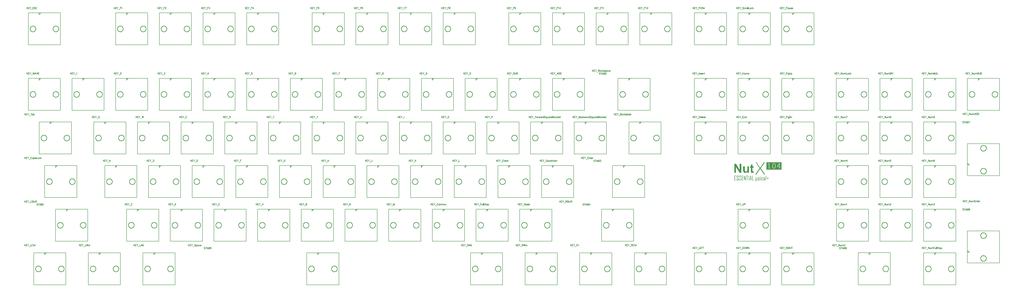
<source format=gto>
G04*
G04 #@! TF.GenerationSoftware,Altium Limited,Altium Designer,20.2.6 (244)*
G04*
G04 Layer_Color=65535*
%FSLAX25Y25*%
%MOIN*%
G70*
G04*
G04 #@! TF.SameCoordinates,FD497EF7-E073-4045-A6AB-1AB52DC75ADD*
G04*
G04*
G04 #@! TF.FilePolarity,Positive*
G04*
G01*
G75*
%ADD10C,0.01000*%
%ADD11C,0.00787*%
%ADD12C,0.00630*%
%ADD13C,0.00600*%
G36*
X1323000Y228333D02*
X1297000D01*
Y241052D01*
X1323000D01*
Y228333D01*
D02*
G37*
G36*
X1254005Y223080D02*
X1250954D01*
X1244821Y233019D01*
Y223080D01*
X1242000D01*
Y238217D01*
X1244952D01*
X1251184Y228049D01*
Y238217D01*
X1254005D01*
Y223080D01*
D02*
G37*
G36*
X1267108D02*
X1264419D01*
Y224704D01*
X1264386Y224688D01*
X1264353Y224638D01*
X1264304Y224573D01*
X1264173Y224409D01*
X1263992Y224212D01*
X1263763Y223999D01*
X1263500Y223753D01*
X1263172Y223539D01*
X1262828Y223326D01*
X1262812D01*
X1262779Y223310D01*
X1262730Y223277D01*
X1262664Y223244D01*
X1262566Y223212D01*
X1262467Y223179D01*
X1262205Y223080D01*
X1261910Y222998D01*
X1261549Y222916D01*
X1261172Y222851D01*
X1260778Y222834D01*
X1260598D01*
X1260499Y222851D01*
X1260384Y222867D01*
X1260122Y222900D01*
X1259810Y222949D01*
X1259482Y223031D01*
X1259138Y223146D01*
X1258794Y223310D01*
X1258777D01*
X1258761Y223326D01*
X1258712Y223359D01*
X1258646Y223408D01*
X1258498Y223507D01*
X1258318Y223671D01*
X1258105Y223851D01*
X1257892Y224097D01*
X1257695Y224359D01*
X1257531Y224671D01*
Y224688D01*
X1257514Y224720D01*
X1257498Y224769D01*
X1257465Y224835D01*
X1257449Y224917D01*
X1257416Y225032D01*
X1257383Y225163D01*
X1257350Y225311D01*
X1257301Y225475D01*
X1257268Y225655D01*
X1257236Y225852D01*
X1257219Y226065D01*
X1257186Y226295D01*
X1257170Y226557D01*
X1257154Y227098D01*
Y234052D01*
X1260056D01*
Y229001D01*
Y228968D01*
Y228902D01*
Y228787D01*
Y228640D01*
Y228443D01*
X1260073Y228246D01*
Y228017D01*
Y227787D01*
X1260089Y227295D01*
X1260106Y227049D01*
X1260122Y226836D01*
X1260138Y226623D01*
X1260155Y226442D01*
X1260171Y226278D01*
X1260204Y226164D01*
X1260220Y226147D01*
X1260237Y226081D01*
X1260286Y225983D01*
X1260335Y225868D01*
X1260417Y225737D01*
X1260516Y225606D01*
X1260630Y225475D01*
X1260778Y225343D01*
X1260794Y225327D01*
X1260860Y225294D01*
X1260942Y225245D01*
X1261073Y225196D01*
X1261237Y225147D01*
X1261418Y225097D01*
X1261631Y225065D01*
X1261860Y225048D01*
X1261992D01*
X1262123Y225065D01*
X1262303Y225097D01*
X1262500Y225147D01*
X1262730Y225212D01*
X1262959Y225311D01*
X1263172Y225442D01*
X1263205Y225458D01*
X1263271Y225524D01*
X1263369Y225606D01*
X1263500Y225721D01*
X1263632Y225868D01*
X1263763Y226049D01*
X1263878Y226245D01*
X1263976Y226459D01*
X1263992Y226491D01*
Y226524D01*
X1264009Y226590D01*
X1264025Y226672D01*
X1264042Y226770D01*
X1264074Y226902D01*
X1264091Y227049D01*
X1264107Y227229D01*
X1264140Y227443D01*
X1264156Y227689D01*
X1264173Y227968D01*
X1264189Y228263D01*
Y228607D01*
X1264206Y228984D01*
Y229411D01*
Y234052D01*
X1267108D01*
Y223080D01*
D02*
G37*
G36*
X1273160Y234052D02*
X1275144D01*
Y231739D01*
X1273160D01*
Y227311D01*
Y227295D01*
Y227246D01*
Y227180D01*
Y227098D01*
Y227000D01*
Y226869D01*
Y226606D01*
X1273176Y226344D01*
Y226081D01*
X1273193Y225967D01*
Y225868D01*
X1273209Y225786D01*
Y225737D01*
Y225721D01*
X1273226Y225704D01*
X1273258Y225606D01*
X1273340Y225491D01*
X1273455Y225376D01*
X1273472D01*
X1273488Y225360D01*
X1273537Y225343D01*
X1273603Y225311D01*
X1273750Y225261D01*
X1273947Y225245D01*
X1274029D01*
X1274111Y225261D01*
X1274242Y225278D01*
X1274406Y225311D01*
X1274620Y225360D01*
X1274849Y225426D01*
X1275112Y225507D01*
X1275374Y223261D01*
X1275358D01*
X1275325Y223244D01*
X1275276Y223228D01*
X1275194Y223195D01*
X1275095Y223162D01*
X1274980Y223130D01*
X1274849Y223080D01*
X1274702Y223047D01*
X1274374Y222966D01*
X1273980Y222900D01*
X1273537Y222851D01*
X1273078Y222834D01*
X1272947D01*
X1272799Y222851D01*
X1272602Y222867D01*
X1272389Y222900D01*
X1272160Y222949D01*
X1271914Y223015D01*
X1271668Y223097D01*
X1271635Y223113D01*
X1271569Y223146D01*
X1271454Y223195D01*
X1271323Y223277D01*
X1271176Y223376D01*
X1271012Y223490D01*
X1270880Y223622D01*
X1270749Y223769D01*
X1270733Y223785D01*
X1270700Y223851D01*
X1270651Y223950D01*
X1270585Y224064D01*
X1270520Y224228D01*
X1270454Y224425D01*
X1270388Y224655D01*
X1270339Y224901D01*
Y224934D01*
X1270323Y224999D01*
Y225065D01*
X1270306Y225147D01*
Y225245D01*
Y225343D01*
X1270290Y225475D01*
Y225622D01*
X1270274Y225786D01*
Y225983D01*
X1270257Y226196D01*
Y226426D01*
Y226672D01*
Y226951D01*
Y231739D01*
X1268929D01*
Y234052D01*
X1270257D01*
Y236233D01*
X1273160Y237939D01*
Y234052D01*
D02*
G37*
G36*
X1286854Y215987D02*
X1286157D01*
Y216856D01*
X1286854D01*
Y215987D01*
D02*
G37*
G36*
X1252783Y217922D02*
X1252849Y217906D01*
X1252914Y217889D01*
X1252980Y217856D01*
X1253054Y217815D01*
X1253119Y217758D01*
X1253127Y217750D01*
X1253144Y217725D01*
X1253177Y217692D01*
X1253209Y217643D01*
X1253234Y217586D01*
X1253267Y217512D01*
X1253283Y217422D01*
X1253291Y217332D01*
Y215495D01*
X1252578D01*
Y217299D01*
X1250840D01*
Y215601D01*
X1253070Y212920D01*
X1253078Y212912D01*
X1253103Y212871D01*
X1253144Y212813D01*
X1253185Y212748D01*
X1253218Y212658D01*
X1253259Y212551D01*
X1253283Y212444D01*
X1253291Y212321D01*
Y210485D01*
Y210476D01*
Y210444D01*
X1253283Y210394D01*
X1253267Y210337D01*
X1253250Y210263D01*
X1253218Y210198D01*
X1253177Y210124D01*
X1253119Y210058D01*
X1253111Y210050D01*
X1253086Y210034D01*
X1253054Y210009D01*
X1253004Y209976D01*
X1252947Y209943D01*
X1252873Y209919D01*
X1252783Y209902D01*
X1252693Y209894D01*
X1250676D01*
X1250626Y209902D01*
X1250569Y209919D01*
X1250495Y209935D01*
X1250430Y209960D01*
X1250356Y210001D01*
X1250290Y210058D01*
X1250282Y210066D01*
X1250266Y210091D01*
X1250241Y210124D01*
X1250208Y210173D01*
X1250175Y210239D01*
X1250151Y210304D01*
X1250134Y210394D01*
X1250126Y210485D01*
Y212502D01*
X1250840D01*
Y210526D01*
X1252578D01*
Y212436D01*
X1250356Y215118D01*
X1250348Y215134D01*
X1250323Y215167D01*
X1250282Y215224D01*
X1250241Y215298D01*
X1250200Y215388D01*
X1250159Y215495D01*
X1250134Y215610D01*
X1250126Y215733D01*
Y217332D01*
Y217340D01*
Y217373D01*
X1250134Y217422D01*
X1250151Y217487D01*
X1250167Y217553D01*
X1250192Y217619D01*
X1250233Y217692D01*
X1250290Y217758D01*
X1250298Y217766D01*
X1250323Y217783D01*
X1250356Y217815D01*
X1250405Y217848D01*
X1250471Y217873D01*
X1250536Y217906D01*
X1250626Y217922D01*
X1250717Y217930D01*
X1252734D01*
X1252783Y217922D01*
D02*
G37*
G36*
X1248388D02*
X1248453Y217906D01*
X1248519Y217889D01*
X1248585Y217856D01*
X1248658Y217815D01*
X1248724Y217758D01*
X1248732Y217750D01*
X1248749Y217725D01*
X1248781Y217692D01*
X1248814Y217643D01*
X1248839Y217586D01*
X1248872Y217512D01*
X1248888Y217422D01*
X1248896Y217332D01*
Y215495D01*
X1248183D01*
Y217299D01*
X1246444D01*
Y215601D01*
X1248675Y212920D01*
X1248683Y212912D01*
X1248708Y212871D01*
X1248749Y212813D01*
X1248790Y212748D01*
X1248822Y212658D01*
X1248863Y212551D01*
X1248888Y212444D01*
X1248896Y212321D01*
Y210485D01*
Y210476D01*
Y210444D01*
X1248888Y210394D01*
X1248872Y210337D01*
X1248855Y210263D01*
X1248822Y210198D01*
X1248781Y210124D01*
X1248724Y210058D01*
X1248716Y210050D01*
X1248691Y210034D01*
X1248658Y210009D01*
X1248609Y209976D01*
X1248552Y209943D01*
X1248478Y209919D01*
X1248388Y209902D01*
X1248298Y209894D01*
X1246280D01*
X1246231Y209902D01*
X1246174Y209919D01*
X1246100Y209935D01*
X1246034Y209960D01*
X1245961Y210001D01*
X1245895Y210058D01*
X1245887Y210066D01*
X1245870Y210091D01*
X1245846Y210124D01*
X1245813Y210173D01*
X1245780Y210239D01*
X1245756Y210304D01*
X1245739Y210394D01*
X1245731Y210485D01*
Y212502D01*
X1246444D01*
Y210526D01*
X1248183D01*
Y212436D01*
X1245961Y215118D01*
X1245952Y215134D01*
X1245928Y215167D01*
X1245887Y215224D01*
X1245846Y215298D01*
X1245805Y215388D01*
X1245764Y215495D01*
X1245739Y215610D01*
X1245731Y215733D01*
Y217332D01*
Y217340D01*
Y217373D01*
X1245739Y217422D01*
X1245756Y217487D01*
X1245772Y217553D01*
X1245797Y217619D01*
X1245838Y217692D01*
X1245895Y217758D01*
X1245903Y217766D01*
X1245928Y217783D01*
X1245961Y217815D01*
X1246010Y217848D01*
X1246075Y217873D01*
X1246141Y217906D01*
X1246231Y217922D01*
X1246321Y217930D01*
X1248339D01*
X1248388Y217922D01*
D02*
G37*
G36*
X1284509Y214888D02*
X1284542D01*
X1284640Y214863D01*
X1284755Y214822D01*
X1284804Y214790D01*
X1284861Y214749D01*
X1284911Y214699D01*
X1284960Y214642D01*
X1284993Y214576D01*
X1285025Y214494D01*
X1285042Y214404D01*
X1285050Y214298D01*
Y213322D01*
X1284386D01*
Y214306D01*
X1283000D01*
Y213428D01*
X1284804Y211961D01*
X1284812Y211952D01*
X1284845Y211928D01*
X1284886Y211879D01*
X1284935Y211821D01*
X1284976Y211739D01*
X1285017Y211649D01*
X1285050Y211542D01*
X1285058Y211419D01*
Y210485D01*
Y210476D01*
Y210460D01*
Y210427D01*
X1285050Y210394D01*
X1285025Y210296D01*
X1284984Y210189D01*
X1284952Y210132D01*
X1284911Y210083D01*
X1284861Y210034D01*
X1284804Y209984D01*
X1284738Y209952D01*
X1284656Y209919D01*
X1284566Y209902D01*
X1284460Y209894D01*
X1282893D01*
X1282861Y209902D01*
X1282828D01*
X1282729Y209927D01*
X1282623Y209968D01*
X1282565Y210001D01*
X1282516Y210042D01*
X1282467Y210083D01*
X1282418Y210140D01*
X1282385Y210214D01*
X1282352Y210288D01*
X1282336Y210378D01*
X1282328Y210485D01*
Y211608D01*
X1283000D01*
Y210485D01*
X1284386D01*
Y211477D01*
X1282590Y212945D01*
X1282582Y212953D01*
X1282549Y212986D01*
X1282508Y213027D01*
X1282467Y213092D01*
X1282418Y213166D01*
X1282377Y213256D01*
X1282344Y213363D01*
X1282336Y213478D01*
Y214298D01*
Y214306D01*
Y214322D01*
X1282344Y214355D01*
Y214388D01*
X1282369Y214486D01*
X1282410Y214593D01*
X1282442Y214650D01*
X1282483Y214699D01*
X1282524Y214757D01*
X1282582Y214798D01*
X1282656Y214839D01*
X1282729Y214872D01*
X1282820Y214888D01*
X1282926Y214896D01*
X1284476D01*
X1284509Y214888D01*
D02*
G37*
G36*
X1290241D02*
X1290273D01*
X1290372Y214863D01*
X1290478Y214822D01*
X1290536Y214790D01*
X1290585Y214749D01*
X1290642Y214699D01*
X1290683Y214642D01*
X1290724Y214576D01*
X1290757Y214494D01*
X1290774Y214404D01*
X1290782Y214298D01*
Y213314D01*
X1290109D01*
Y214298D01*
X1288691D01*
Y210493D01*
X1290109D01*
Y211600D01*
X1290782D01*
Y210485D01*
Y210476D01*
Y210460D01*
X1290774Y210427D01*
Y210394D01*
X1290749Y210296D01*
X1290708Y210189D01*
X1290675Y210132D01*
X1290634Y210083D01*
X1290585Y210034D01*
X1290528Y209984D01*
X1290462Y209952D01*
X1290380Y209919D01*
X1290290Y209902D01*
X1290183Y209894D01*
X1288576D01*
X1288543Y209902D01*
X1288510D01*
X1288412Y209927D01*
X1288305Y209968D01*
X1288248Y210001D01*
X1288199Y210042D01*
X1288150Y210083D01*
X1288100Y210140D01*
X1288068Y210214D01*
X1288035Y210288D01*
X1288018Y210378D01*
X1288010Y210485D01*
Y214298D01*
Y214306D01*
Y214322D01*
X1288018Y214355D01*
Y214388D01*
X1288043Y214486D01*
X1288084Y214593D01*
X1288117Y214650D01*
X1288158Y214699D01*
X1288199Y214757D01*
X1288256Y214798D01*
X1288330Y214839D01*
X1288404Y214872D01*
X1288494Y214888D01*
X1288601Y214896D01*
X1290208D01*
X1290241Y214888D01*
D02*
G37*
G36*
X1261614Y209894D02*
X1261114D01*
X1258974Y215798D01*
Y209894D01*
X1258302D01*
Y217930D01*
X1258835D01*
X1260942Y212116D01*
Y217930D01*
X1261614D01*
Y209894D01*
D02*
G37*
G36*
X1299630Y213724D02*
X1301106D01*
Y213125D01*
X1299630D01*
Y211674D01*
X1298998D01*
Y213125D01*
X1297522D01*
Y213724D01*
X1298998D01*
Y215175D01*
X1299630D01*
Y213724D01*
D02*
G37*
G36*
X1281245Y209894D02*
X1280565D01*
Y210042D01*
X1280548Y210034D01*
X1280499Y210017D01*
X1280425Y209993D01*
X1280319Y209968D01*
X1280179Y209935D01*
X1280023Y209911D01*
X1279835Y209894D01*
X1279622Y209886D01*
X1279548D01*
X1279466Y209894D01*
X1279367Y209911D01*
X1279261Y209935D01*
X1279162Y209976D01*
X1279072Y210025D01*
X1279039Y210058D01*
X1279007Y210091D01*
Y208000D01*
X1278334D01*
Y214896D01*
X1279007D01*
Y211190D01*
Y211182D01*
Y211157D01*
X1279015Y211124D01*
Y211075D01*
X1279031Y211026D01*
X1279048Y210968D01*
X1279064Y210903D01*
X1279097Y210837D01*
X1279130Y210763D01*
X1279179Y210706D01*
X1279236Y210640D01*
X1279302Y210591D01*
X1279384Y210542D01*
X1279482Y210509D01*
X1279589Y210485D01*
X1279712Y210476D01*
X1279794D01*
X1279884Y210485D01*
X1279999D01*
X1280130Y210501D01*
X1280278Y210517D01*
X1280425Y210534D01*
X1280565Y210567D01*
Y214896D01*
X1281245D01*
Y209894D01*
D02*
G37*
G36*
X1296555D02*
X1295882D01*
Y217930D01*
X1296555D01*
Y209894D01*
D02*
G37*
G36*
X1294185Y214888D02*
X1294218D01*
X1294316Y214863D01*
X1294423Y214822D01*
X1294480Y214790D01*
X1294529Y214749D01*
X1294587Y214699D01*
X1294628Y214642D01*
X1294669Y214576D01*
X1294701Y214503D01*
X1294718Y214412D01*
X1294726Y214306D01*
Y209894D01*
X1294045D01*
Y210034D01*
X1294029D01*
X1294004Y210025D01*
X1293980D01*
X1293898Y210009D01*
X1293791Y210001D01*
X1293668Y209984D01*
X1293537Y209960D01*
X1293389Y209943D01*
X1293234Y209919D01*
X1293209D01*
X1293184Y209911D01*
X1293152D01*
X1293061Y209902D01*
X1292947Y209894D01*
X1292815Y209878D01*
X1292684Y209870D01*
X1292553Y209861D01*
X1292405D01*
X1292381Y209870D01*
X1292340D01*
X1292258Y209894D01*
X1292151Y209935D01*
X1292102Y209968D01*
X1292053Y210009D01*
X1292004Y210050D01*
X1291963Y210107D01*
X1291922Y210181D01*
X1291897Y210255D01*
X1291881Y210345D01*
X1291872Y210452D01*
Y212223D01*
Y212231D01*
Y212248D01*
Y212280D01*
X1291881Y212313D01*
X1291905Y212412D01*
X1291938Y212518D01*
X1292004Y212625D01*
X1292045Y212682D01*
X1292102Y212723D01*
X1292159Y212764D01*
X1292233Y212797D01*
X1292315Y212813D01*
X1292414Y212822D01*
X1294062D01*
Y214322D01*
X1292594D01*
Y213478D01*
X1291930D01*
Y214314D01*
Y214322D01*
Y214339D01*
Y214363D01*
X1291938Y214404D01*
X1291954Y214494D01*
X1291995Y214601D01*
X1292061Y214708D01*
X1292102Y214757D01*
X1292151Y214806D01*
X1292217Y214839D01*
X1292291Y214872D01*
X1292373Y214888D01*
X1292463Y214896D01*
X1294152D01*
X1294185Y214888D01*
D02*
G37*
G36*
X1286846Y209894D02*
X1286173D01*
Y214896D01*
X1286846D01*
Y209894D01*
D02*
G37*
G36*
X1273529Y210526D02*
X1275382D01*
Y209894D01*
X1272816D01*
Y217930D01*
X1273529D01*
Y210526D01*
D02*
G37*
G36*
X1271856Y209894D02*
X1271151D01*
X1270864Y211682D01*
X1269257Y211682D01*
X1268978Y209894D01*
X1268289D01*
Y209911D01*
X1269724Y217955D01*
X1270429D01*
X1271856Y209894D01*
D02*
G37*
G36*
X1267264Y209894D02*
X1266551D01*
Y217930D01*
X1267264D01*
Y209894D01*
D02*
G37*
G36*
X1265673Y217299D02*
X1264427D01*
Y209894D01*
X1263714D01*
Y217299D01*
X1262459D01*
Y217930D01*
X1265673D01*
Y217299D01*
D02*
G37*
G36*
X1257145D02*
X1255259D01*
Y214298D01*
X1256981D01*
Y213658D01*
X1255259D01*
Y210526D01*
X1257178D01*
Y209894D01*
X1254546D01*
Y217930D01*
X1257145D01*
Y217299D01*
D02*
G37*
G36*
X1244599D02*
X1242713D01*
Y214298D01*
X1244435D01*
Y213658D01*
X1242713D01*
Y210526D01*
X1244632D01*
Y209894D01*
X1242000D01*
Y217930D01*
X1244599D01*
Y217299D01*
D02*
G37*
G36*
X1287405Y230663D02*
X1294677Y220000D01*
X1293092D01*
X1287651Y228011D01*
X1286393Y229788D01*
X1286311D01*
X1285026Y227956D01*
X1279558Y220000D01*
X1278000D01*
X1285382Y230799D01*
X1278574Y241052D01*
X1280160D01*
X1285190Y233342D01*
X1286393Y231620D01*
X1286421D01*
X1287651Y233315D01*
X1292764Y241052D01*
X1294322D01*
X1287405Y230663D01*
D02*
G37*
%LPC*%
G36*
X1301999Y239059D02*
X1299387Y238228D01*
X1299289Y238184D01*
X1299212Y238152D01*
X1299179Y238130D01*
X1299168Y238119D01*
X1299136Y238053D01*
X1299114Y237999D01*
X1299103Y237955D01*
Y239059D01*
D01*
D01*
Y230435D01*
D01*
Y230719D01*
X1299114Y230632D01*
X1299146Y230566D01*
X1299179Y230522D01*
X1299190Y230512D01*
X1299223Y230490D01*
X1299278Y230468D01*
X1299376Y230446D01*
X1299420Y230435D01*
X1299103D01*
X1303945D01*
X1304076Y230446D01*
X1304163Y230479D01*
X1304218Y230501D01*
X1304229Y230512D01*
X1304284Y230577D01*
X1304316Y230643D01*
X1304327Y230697D01*
Y230719D01*
X1304316Y230796D01*
X1304284Y230861D01*
X1304240Y230905D01*
X1304229Y230916D01*
X1304152Y230971D01*
X1304054Y230993D01*
X1304010Y231003D01*
X1301999D01*
Y239059D01*
D02*
G37*
G36*
X1320897Y238949D02*
X1315673D01*
Y230435D01*
D01*
Y238949D01*
X1318853D01*
X1315673Y233474D01*
X1315684Y232818D01*
X1319465D01*
Y231003D01*
X1318318D01*
X1318252Y230993D01*
X1318198Y230982D01*
X1318165Y230960D01*
X1318110Y230927D01*
X1318088Y230916D01*
X1318044Y230850D01*
X1318023Y230785D01*
X1318012Y230741D01*
Y230730D01*
Y230719D01*
X1318023Y230632D01*
X1318055Y230566D01*
X1318077Y230522D01*
X1318088Y230512D01*
X1318132Y230490D01*
X1318176Y230468D01*
X1318274Y230446D01*
X1318318Y230435D01*
X1320591D01*
X1320646Y230446D01*
X1320744Y230479D01*
X1320788Y230501D01*
X1320810Y230512D01*
X1320864Y230577D01*
X1320886Y230643D01*
X1320897Y230697D01*
Y230719D01*
X1320886Y230796D01*
X1320854Y230861D01*
X1320821Y230905D01*
X1320810Y230916D01*
X1320777Y230949D01*
X1320722Y230971D01*
X1320635Y230993D01*
X1320580Y231003D01*
X1320034D01*
Y232818D01*
X1320580D01*
X1320635Y232829D01*
X1320733Y232861D01*
X1320777Y232883D01*
X1320799Y232894D01*
X1320854Y232960D01*
X1320875Y233026D01*
X1320886Y233080D01*
Y233102D01*
X1320875Y233178D01*
X1320843Y233244D01*
X1320810Y233288D01*
X1320799Y233299D01*
X1320766Y233331D01*
X1320711Y233353D01*
X1320624Y233375D01*
X1320569Y233386D01*
X1320034D01*
Y238949D01*
X1320897D01*
D01*
D02*
G37*
G36*
X1310131Y239146D02*
X1310044D01*
X1309847Y239135D01*
X1309672Y239113D01*
X1309497Y239070D01*
X1309333Y239015D01*
X1309180Y238949D01*
X1309038Y238873D01*
X1308907Y238796D01*
X1308787Y238720D01*
X1308677Y238644D01*
X1308590Y238567D01*
X1308503Y238491D01*
X1308437Y238425D01*
X1308382Y238370D01*
X1308350Y238327D01*
X1308328Y238305D01*
X1308317Y238294D01*
X1308164Y238086D01*
X1308033Y237867D01*
X1307912Y237627D01*
X1307814Y237398D01*
X1307727Y237146D01*
X1307661Y236906D01*
X1307595Y236676D01*
X1307552Y236447D01*
X1307519Y236228D01*
X1307486Y236031D01*
X1307464Y235845D01*
X1307453Y235692D01*
Y235561D01*
X1307442Y235463D01*
Y230238D01*
D01*
Y233976D01*
X1307453Y233692D01*
X1307464Y233441D01*
X1307486Y233211D01*
X1307519Y233004D01*
X1307552Y232851D01*
X1307563Y232774D01*
X1307574Y232719D01*
X1307584Y232676D01*
Y232643D01*
X1307595Y232632D01*
Y232621D01*
X1307639Y232468D01*
X1307694Y232304D01*
X1307738Y232151D01*
X1307792Y232009D01*
X1307847Y231889D01*
X1307891Y231790D01*
X1307912Y231725D01*
X1307923Y231714D01*
Y231703D01*
X1308011Y231528D01*
X1308098Y231386D01*
X1308164Y231266D01*
X1308229Y231167D01*
X1308284Y231091D01*
X1308328Y231036D01*
X1308350Y231003D01*
X1308360Y230993D01*
X1308481Y230861D01*
X1308612Y230752D01*
X1308743Y230654D01*
X1308852Y230577D01*
X1308962Y230512D01*
X1309038Y230468D01*
X1309093Y230446D01*
X1309115Y230435D01*
X1309290Y230369D01*
X1309453Y230326D01*
X1309617Y230282D01*
X1309760Y230260D01*
X1309880Y230249D01*
X1309978Y230238D01*
X1307442D01*
X1312678D01*
D01*
X1310066D01*
X1310262Y230249D01*
X1310437Y230271D01*
X1310612Y230315D01*
X1310776Y230369D01*
X1310929Y230435D01*
X1311071Y230501D01*
X1311202Y230577D01*
X1311322Y230654D01*
X1311432Y230730D01*
X1311519Y230807D01*
X1311607Y230872D01*
X1311672Y230938D01*
X1311727Y230993D01*
X1311760Y231036D01*
X1311782Y231058D01*
X1311792Y231069D01*
X1311946Y231277D01*
X1312088Y231506D01*
X1312208Y231736D01*
X1312306Y231976D01*
X1312394Y232217D01*
X1312459Y232457D01*
X1312525Y232698D01*
X1312568Y232927D01*
X1312601Y233135D01*
X1312634Y233343D01*
X1312656Y233517D01*
X1312667Y233670D01*
Y233802D01*
X1312678Y233900D01*
Y235386D01*
X1312667Y235671D01*
X1312656Y235933D01*
X1312634Y236162D01*
X1312601Y236370D01*
X1312568Y236523D01*
X1312558Y236600D01*
X1312547Y236654D01*
X1312536Y236698D01*
Y236731D01*
X1312525Y236742D01*
Y236753D01*
X1312481Y236917D01*
X1312426Y237070D01*
X1312372Y237223D01*
X1312317Y237365D01*
X1312263Y237485D01*
X1312219Y237572D01*
X1312197Y237638D01*
X1312186Y237660D01*
X1312099Y237835D01*
X1312022Y237977D01*
X1311946Y238108D01*
X1311880Y238206D01*
X1311825Y238283D01*
X1311782Y238337D01*
X1311760Y238370D01*
X1311749Y238381D01*
X1311629Y238512D01*
X1311497Y238622D01*
X1311366Y238720D01*
X1311257Y238796D01*
X1311148Y238862D01*
X1311071Y238906D01*
X1311016Y238928D01*
X1310995Y238939D01*
X1310831Y239004D01*
X1310667Y239059D01*
X1310503Y239092D01*
X1310361Y239124D01*
X1310229Y239135D01*
X1310131Y239146D01*
D02*
G37*
%LPD*%
G36*
X1301431Y231003D02*
X1299409D01*
X1299354Y230993D01*
X1299256Y230960D01*
X1299212Y230927D01*
X1299190Y230916D01*
X1299136Y230850D01*
X1299114Y230785D01*
X1299103Y230741D01*
Y237933D01*
X1299114Y237846D01*
X1299146Y237780D01*
X1299168Y237736D01*
X1299179Y237725D01*
X1299245Y237682D01*
X1299310Y237660D01*
X1299354Y237649D01*
X1299365D01*
X1299420Y237660D01*
X1299485Y237671D01*
X1299540Y237682D01*
X1299562D01*
X1301431Y238272D01*
Y231003D01*
D02*
G37*
G36*
X1319465Y233386D02*
X1316285D01*
X1319170Y238381D01*
X1319465D01*
Y233386D01*
D02*
G37*
G36*
X1310229Y238567D02*
X1310394Y238545D01*
X1310536Y238501D01*
X1310667Y238458D01*
X1310776Y238414D01*
X1310853Y238370D01*
X1310896Y238348D01*
X1310918Y238337D01*
X1311016Y238272D01*
X1311104Y238195D01*
X1311180Y238130D01*
X1311246Y238064D01*
X1311301Y238010D01*
X1311333Y237966D01*
X1311355Y237933D01*
X1311366Y237922D01*
X1311475Y237758D01*
X1311563Y237572D01*
X1311650Y237387D01*
X1311727Y237212D01*
X1311792Y237048D01*
X1311836Y236928D01*
X1311858Y236873D01*
X1311869Y236840D01*
X1311880Y236818D01*
Y236807D01*
X1311957Y236545D01*
X1312011Y236283D01*
X1312055Y236031D01*
X1312077Y235802D01*
X1312099Y235605D01*
Y235518D01*
X1312109Y235452D01*
Y235386D01*
Y235343D01*
Y235321D01*
Y235310D01*
Y234064D01*
X1312099Y233823D01*
X1312088Y233594D01*
X1312055Y233375D01*
X1312022Y233157D01*
X1311978Y232960D01*
X1311935Y232774D01*
X1311891Y232599D01*
X1311836Y232435D01*
X1311782Y232293D01*
X1311738Y232162D01*
X1311694Y232053D01*
X1311650Y231954D01*
X1311618Y231878D01*
X1311585Y231823D01*
X1311574Y231790D01*
X1311563Y231780D01*
X1311454Y231605D01*
X1311344Y231452D01*
X1311224Y231320D01*
X1311104Y231211D01*
X1310973Y231124D01*
X1310853Y231036D01*
X1310732Y230971D01*
X1310612Y230927D01*
X1310503Y230883D01*
X1310394Y230850D01*
X1310306Y230839D01*
X1310219Y230818D01*
X1310153D01*
X1310109Y230807D01*
X1310066D01*
X1309891Y230818D01*
X1309727Y230839D01*
X1309574Y230883D01*
X1309443Y230927D01*
X1309333Y230971D01*
X1309257Y231014D01*
X1309213Y231036D01*
X1309191Y231047D01*
X1309093Y231113D01*
X1309005Y231178D01*
X1308929Y231244D01*
X1308874Y231310D01*
X1308820Y231364D01*
X1308787Y231408D01*
X1308765Y231430D01*
X1308754Y231441D01*
X1308645Y231605D01*
X1308546Y231790D01*
X1308459Y231976D01*
X1308382Y232151D01*
X1308317Y232315D01*
X1308273Y232435D01*
X1308251Y232490D01*
X1308240Y232523D01*
X1308229Y232545D01*
Y232556D01*
X1308153Y232818D01*
X1308098Y233091D01*
X1308065Y233343D01*
X1308043Y233572D01*
X1308022Y233769D01*
Y233856D01*
X1308011Y233922D01*
Y233987D01*
Y234031D01*
Y234053D01*
Y234064D01*
Y235310D01*
Y235550D01*
X1308033Y235780D01*
X1308055Y235999D01*
X1308087Y236217D01*
X1308131Y236414D01*
X1308175Y236600D01*
X1308229Y236774D01*
X1308273Y236938D01*
X1308328Y237081D01*
X1308371Y237212D01*
X1308415Y237321D01*
X1308459Y237408D01*
X1308492Y237485D01*
X1308525Y237540D01*
X1308535Y237572D01*
X1308546Y237583D01*
X1308656Y237758D01*
X1308765Y237911D01*
X1308885Y238042D01*
X1309016Y238152D01*
X1309136Y238250D01*
X1309268Y238327D01*
X1309388Y238392D01*
X1309508Y238447D01*
X1309617Y238491D01*
X1309727Y238523D01*
X1309814Y238545D01*
X1309902Y238556D01*
X1309967Y238567D01*
X1310011Y238578D01*
X1310055D01*
X1310229Y238567D01*
D02*
G37*
%LPC*%
G36*
X1294062Y212289D02*
X1292537D01*
Y210485D01*
X1294062Y210517D01*
Y212289D01*
D02*
G37*
G36*
X1270060Y216667D02*
X1269347Y212313D01*
X1270766Y212313D01*
X1270060Y216667D01*
D02*
G37*
%LPD*%
D10*
X1045609Y207824D02*
X1045508Y208815D01*
X1045210Y209765D01*
X1044727Y210636D01*
X1044078Y211391D01*
X1043291Y212001D01*
X1042397Y212439D01*
X1041433Y212689D01*
X1040439Y212739D01*
X1039454Y212588D01*
X1038521Y212243D01*
X1037676Y211716D01*
X1036954Y211030D01*
X1036385Y210213D01*
X1035993Y209298D01*
X1035792Y208322D01*
Y207327D01*
X1035993Y206351D01*
X1036385Y205436D01*
X1036954Y204619D01*
X1037676Y203933D01*
X1038521Y203406D01*
X1039454Y203061D01*
X1040439Y202910D01*
X1041433Y202960D01*
X1042397Y203210D01*
X1043291Y203648D01*
X1044078Y204258D01*
X1044727Y205013D01*
X1045210Y205884D01*
X1045508Y206834D01*
X1045609Y207824D01*
X1084979D02*
X1084878Y208815D01*
X1084580Y209765D01*
X1084097Y210636D01*
X1083448Y211391D01*
X1082661Y212001D01*
X1081767Y212439D01*
X1080803Y212689D01*
X1079809Y212739D01*
X1078825Y212588D01*
X1077891Y212243D01*
X1077046Y211716D01*
X1076324Y211030D01*
X1075755Y210213D01*
X1075363Y209298D01*
X1075162Y208322D01*
Y207327D01*
X1075363Y206351D01*
X1075755Y205436D01*
X1076324Y204619D01*
X1077046Y203933D01*
X1077891Y203406D01*
X1078825Y203061D01*
X1079809Y202910D01*
X1080803Y202960D01*
X1081767Y203210D01*
X1082661Y203648D01*
X1083448Y204258D01*
X1084097Y205013D01*
X1084580Y205884D01*
X1084878Y206834D01*
X1084979Y207824D01*
X89309Y132825D02*
X89208Y133815D01*
X88910Y134765D01*
X88427Y135636D01*
X87778Y136391D01*
X86991Y137001D01*
X86097Y137439D01*
X85133Y137689D01*
X84139Y137739D01*
X83154Y137588D01*
X82221Y137243D01*
X81376Y136716D01*
X80654Y136030D01*
X80085Y135213D01*
X79693Y134298D01*
X79492Y133322D01*
Y132327D01*
X79693Y131351D01*
X80085Y130436D01*
X80654Y129619D01*
X81376Y128933D01*
X82221Y128406D01*
X83154Y128061D01*
X84139Y127910D01*
X85133Y127960D01*
X86097Y128210D01*
X86991Y128648D01*
X87778Y129258D01*
X88427Y130013D01*
X88910Y130884D01*
X89208Y131834D01*
X89309Y132825D01*
X128679D02*
X128578Y133815D01*
X128280Y134765D01*
X127797Y135636D01*
X127148Y136391D01*
X126361Y137001D01*
X125467Y137439D01*
X124503Y137689D01*
X123509Y137739D01*
X122524Y137588D01*
X121591Y137243D01*
X120746Y136716D01*
X120024Y136030D01*
X119455Y135213D01*
X119063Y134298D01*
X118862Y133322D01*
Y132327D01*
X119063Y131351D01*
X119455Y130436D01*
X120024Y129619D01*
X120746Y128933D01*
X121591Y128406D01*
X122524Y128061D01*
X123509Y127910D01*
X124503Y127960D01*
X125467Y128210D01*
X126361Y128648D01*
X127148Y129258D01*
X127797Y130013D01*
X128280Y130884D01*
X128578Y131834D01*
X128679Y132825D01*
X1028679Y57824D02*
X1028578Y58815D01*
X1028280Y59765D01*
X1027797Y60636D01*
X1027148Y61391D01*
X1026361Y62001D01*
X1025467Y62439D01*
X1024503Y62689D01*
X1023509Y62739D01*
X1022525Y62588D01*
X1021591Y62243D01*
X1020746Y61716D01*
X1020024Y61030D01*
X1019455Y60213D01*
X1019063Y59298D01*
X1018862Y58322D01*
Y57327D01*
X1019063Y56351D01*
X1019455Y55436D01*
X1020024Y54619D01*
X1020746Y53933D01*
X1021591Y53406D01*
X1022525Y53061D01*
X1023509Y52910D01*
X1024503Y52960D01*
X1025467Y53210D01*
X1026361Y53648D01*
X1027148Y54258D01*
X1027797Y55013D01*
X1028280Y55884D01*
X1028578Y56834D01*
X1028679Y57824D01*
X989309D02*
X989208Y58815D01*
X988910Y59765D01*
X988427Y60636D01*
X987778Y61391D01*
X986991Y62001D01*
X986097Y62439D01*
X985133Y62689D01*
X984139Y62739D01*
X983154Y62588D01*
X982221Y62243D01*
X981376Y61716D01*
X980654Y61030D01*
X980085Y60213D01*
X979693Y59298D01*
X979492Y58322D01*
Y57327D01*
X979693Y56351D01*
X980085Y55436D01*
X980654Y54619D01*
X981376Y53933D01*
X982221Y53406D01*
X983154Y53061D01*
X984139Y52910D01*
X985133Y52960D01*
X986097Y53210D01*
X986991Y53648D01*
X987778Y54258D01*
X988427Y55013D01*
X988910Y55884D01*
X989208Y56834D01*
X989309Y57824D01*
X278679D02*
X278578Y58815D01*
X278280Y59765D01*
X277797Y60636D01*
X277148Y61391D01*
X276361Y62001D01*
X275467Y62439D01*
X274503Y62689D01*
X273509Y62739D01*
X272524Y62588D01*
X271591Y62243D01*
X270746Y61716D01*
X270024Y61030D01*
X269455Y60213D01*
X269063Y59298D01*
X268862Y58322D01*
Y57327D01*
X269063Y56351D01*
X269455Y55436D01*
X270024Y54619D01*
X270746Y53933D01*
X271591Y53406D01*
X272524Y53061D01*
X273509Y52910D01*
X274503Y52960D01*
X275467Y53210D01*
X276361Y53648D01*
X277148Y54258D01*
X277797Y55013D01*
X278280Y55884D01*
X278578Y56834D01*
X278679Y57824D01*
X239309D02*
X239208Y58815D01*
X238910Y59765D01*
X238427Y60636D01*
X237778Y61391D01*
X236991Y62001D01*
X236097Y62439D01*
X235133Y62689D01*
X234139Y62739D01*
X233155Y62588D01*
X232221Y62243D01*
X231376Y61716D01*
X230654Y61030D01*
X230085Y60213D01*
X229693Y59298D01*
X229492Y58322D01*
Y57327D01*
X229693Y56351D01*
X230085Y55436D01*
X230654Y54619D01*
X231376Y53933D01*
X232221Y53406D01*
X233155Y53061D01*
X234139Y52910D01*
X235133Y52960D01*
X236097Y53210D01*
X236991Y53648D01*
X237778Y54258D01*
X238427Y55013D01*
X238910Y55884D01*
X239208Y56834D01*
X239309Y57824D01*
X91179D02*
X91078Y58815D01*
X90780Y59765D01*
X90297Y60636D01*
X89648Y61391D01*
X88861Y62001D01*
X87967Y62439D01*
X87003Y62689D01*
X86009Y62739D01*
X85024Y62588D01*
X84091Y62243D01*
X83246Y61716D01*
X82524Y61030D01*
X81955Y60213D01*
X81563Y59298D01*
X81362Y58322D01*
Y57327D01*
X81563Y56351D01*
X81955Y55436D01*
X82524Y54619D01*
X83246Y53933D01*
X84091Y53406D01*
X85024Y53061D01*
X86009Y52910D01*
X87003Y52960D01*
X87967Y53210D01*
X88861Y53648D01*
X89648Y54258D01*
X90297Y55013D01*
X90780Y55884D01*
X91078Y56834D01*
X91179Y57824D01*
X51809D02*
X51708Y58815D01*
X51410Y59765D01*
X50927Y60636D01*
X50278Y61391D01*
X49491Y62001D01*
X48597Y62439D01*
X47633Y62689D01*
X46639Y62739D01*
X45654Y62588D01*
X44721Y62243D01*
X43876Y61716D01*
X43154Y61030D01*
X42585Y60213D01*
X42193Y59298D01*
X41992Y58322D01*
Y57327D01*
X42193Y56351D01*
X42585Y55436D01*
X43154Y54619D01*
X43876Y53933D01*
X44721Y53406D01*
X45654Y53061D01*
X46639Y52910D01*
X47633Y52960D01*
X48597Y53210D01*
X49491Y53648D01*
X50278Y54258D01*
X50927Y55013D01*
X51410Y55884D01*
X51708Y56834D01*
X51809Y57824D01*
X184879D02*
X184778Y58815D01*
X184480Y59765D01*
X183997Y60636D01*
X183348Y61391D01*
X182561Y62001D01*
X181667Y62439D01*
X180703Y62689D01*
X179709Y62739D01*
X178725Y62588D01*
X177791Y62243D01*
X176946Y61716D01*
X176224Y61030D01*
X175655Y60213D01*
X175263Y59298D01*
X175062Y58322D01*
Y57327D01*
X175263Y56351D01*
X175655Y55436D01*
X176224Y54619D01*
X176946Y53933D01*
X177791Y53406D01*
X178725Y53061D01*
X179709Y52910D01*
X180703Y52960D01*
X181667Y53210D01*
X182561Y53648D01*
X183348Y54258D01*
X183997Y55013D01*
X184480Y55884D01*
X184778Y56834D01*
X184879Y57824D01*
X145509D02*
X145408Y58815D01*
X145110Y59765D01*
X144627Y60636D01*
X143978Y61391D01*
X143191Y62001D01*
X142297Y62439D01*
X141333Y62689D01*
X140339Y62739D01*
X139355Y62588D01*
X138421Y62243D01*
X137576Y61716D01*
X136854Y61030D01*
X136285Y60213D01*
X135893Y59298D01*
X135692Y58322D01*
Y57327D01*
X135893Y56351D01*
X136285Y55436D01*
X136854Y54619D01*
X137576Y53933D01*
X138421Y53406D01*
X139355Y53061D01*
X140339Y52910D01*
X141333Y52960D01*
X142297Y53210D01*
X143191Y53648D01*
X143978Y54258D01*
X144627Y55013D01*
X145110Y55884D01*
X145408Y56834D01*
X145509Y57824D01*
X841179D02*
X841078Y58815D01*
X840780Y59765D01*
X840297Y60636D01*
X839648Y61391D01*
X838861Y62001D01*
X837967Y62439D01*
X837003Y62689D01*
X836009Y62739D01*
X835025Y62588D01*
X834091Y62243D01*
X833246Y61716D01*
X832524Y61030D01*
X831955Y60213D01*
X831563Y59298D01*
X831362Y58322D01*
Y57327D01*
X831563Y56351D01*
X831955Y55436D01*
X832524Y54619D01*
X833246Y53933D01*
X834091Y53406D01*
X835025Y53061D01*
X836009Y52910D01*
X837003Y52960D01*
X837967Y53210D01*
X838861Y53648D01*
X839648Y54258D01*
X840297Y55013D01*
X840780Y55884D01*
X841078Y56834D01*
X841179Y57824D01*
X801809D02*
X801708Y58815D01*
X801410Y59765D01*
X800927Y60636D01*
X800278Y61391D01*
X799491Y62001D01*
X798597Y62439D01*
X797633Y62689D01*
X796639Y62739D01*
X795654Y62588D01*
X794721Y62243D01*
X793876Y61716D01*
X793154Y61030D01*
X792585Y60213D01*
X792193Y59298D01*
X791992Y58322D01*
Y57327D01*
X792193Y56351D01*
X792585Y55436D01*
X793154Y54619D01*
X793876Y53933D01*
X794721Y53406D01*
X795654Y53061D01*
X796639Y52910D01*
X797633Y52960D01*
X798597Y53210D01*
X799491Y53648D01*
X800278Y54258D01*
X800927Y55013D01*
X801410Y55884D01*
X801708Y56834D01*
X801809Y57824D01*
X1122479D02*
X1122378Y58815D01*
X1122080Y59765D01*
X1121597Y60636D01*
X1120948Y61391D01*
X1120161Y62001D01*
X1119267Y62439D01*
X1118303Y62689D01*
X1117309Y62739D01*
X1116325Y62588D01*
X1115391Y62243D01*
X1114546Y61716D01*
X1113824Y61030D01*
X1113255Y60213D01*
X1112863Y59298D01*
X1112662Y58322D01*
Y57327D01*
X1112863Y56351D01*
X1113255Y55436D01*
X1113824Y54619D01*
X1114546Y53933D01*
X1115391Y53406D01*
X1116325Y53061D01*
X1117309Y52910D01*
X1118303Y52960D01*
X1119267Y53210D01*
X1120161Y53648D01*
X1120948Y54258D01*
X1121597Y55013D01*
X1122080Y55884D01*
X1122378Y56834D01*
X1122479Y57824D01*
X1083109D02*
X1083008Y58815D01*
X1082710Y59765D01*
X1082227Y60636D01*
X1081578Y61391D01*
X1080791Y62001D01*
X1079897Y62439D01*
X1078933Y62689D01*
X1077939Y62739D01*
X1076954Y62588D01*
X1076021Y62243D01*
X1075176Y61716D01*
X1074454Y61030D01*
X1073885Y60213D01*
X1073493Y59298D01*
X1073292Y58322D01*
Y57327D01*
X1073493Y56351D01*
X1073885Y55436D01*
X1074454Y54619D01*
X1075176Y53933D01*
X1076021Y53406D01*
X1076954Y53061D01*
X1077939Y52910D01*
X1078933Y52960D01*
X1079897Y53210D01*
X1080791Y53648D01*
X1081578Y54258D01*
X1082227Y55013D01*
X1082710Y55884D01*
X1083008Y56834D01*
X1083109Y57824D01*
X934979D02*
X934878Y58815D01*
X934580Y59765D01*
X934097Y60636D01*
X933448Y61391D01*
X932661Y62001D01*
X931767Y62439D01*
X930803Y62689D01*
X929809Y62739D01*
X928825Y62588D01*
X927891Y62243D01*
X927046Y61716D01*
X926324Y61030D01*
X925755Y60213D01*
X925363Y59298D01*
X925162Y58322D01*
Y57327D01*
X925363Y56351D01*
X925755Y55436D01*
X926324Y54619D01*
X927046Y53933D01*
X927891Y53406D01*
X928825Y53061D01*
X929809Y52910D01*
X930803Y52960D01*
X931767Y53210D01*
X932661Y53648D01*
X933448Y54258D01*
X934097Y55013D01*
X934580Y55884D01*
X934878Y56834D01*
X934979Y57824D01*
X895609D02*
X895508Y58815D01*
X895210Y59765D01*
X894727Y60636D01*
X894078Y61391D01*
X893291Y62001D01*
X892397Y62439D01*
X891433Y62689D01*
X890439Y62739D01*
X889454Y62588D01*
X888521Y62243D01*
X887676Y61716D01*
X886954Y61030D01*
X886385Y60213D01*
X885993Y59298D01*
X885792Y58322D01*
Y57327D01*
X885993Y56351D01*
X886385Y55436D01*
X886954Y54619D01*
X887676Y53933D01*
X888521Y53406D01*
X889454Y53061D01*
X890439Y52910D01*
X891433Y52960D01*
X892397Y53210D01*
X893291Y53648D01*
X894078Y54258D01*
X894727Y55013D01*
X895210Y55884D01*
X895508Y56834D01*
X895609Y57824D01*
X1026809Y132825D02*
X1026708Y133815D01*
X1026410Y134765D01*
X1025927Y135636D01*
X1025278Y136391D01*
X1024491Y137001D01*
X1023597Y137439D01*
X1022633Y137689D01*
X1021639Y137739D01*
X1020654Y137588D01*
X1019721Y137243D01*
X1018876Y136716D01*
X1018154Y136030D01*
X1017585Y135213D01*
X1017193Y134298D01*
X1016992Y133322D01*
Y132327D01*
X1017193Y131351D01*
X1017585Y130436D01*
X1018154Y129619D01*
X1018876Y128933D01*
X1019721Y128406D01*
X1020654Y128061D01*
X1021639Y127910D01*
X1022633Y127960D01*
X1023597Y128210D01*
X1024491Y128648D01*
X1025278Y129258D01*
X1025927Y130013D01*
X1026410Y130884D01*
X1026708Y131834D01*
X1026809Y132825D01*
X1066179D02*
X1066078Y133815D01*
X1065780Y134765D01*
X1065297Y135636D01*
X1064648Y136391D01*
X1063861Y137001D01*
X1062967Y137439D01*
X1062003Y137689D01*
X1061009Y137739D01*
X1060025Y137588D01*
X1059091Y137243D01*
X1058246Y136716D01*
X1057524Y136030D01*
X1056955Y135213D01*
X1056563Y134298D01*
X1056362Y133322D01*
Y132327D01*
X1056563Y131351D01*
X1056955Y130436D01*
X1057524Y129619D01*
X1058246Y128933D01*
X1059091Y128406D01*
X1060025Y128061D01*
X1061009Y127910D01*
X1062003Y127960D01*
X1062967Y128210D01*
X1063861Y128648D01*
X1064648Y129258D01*
X1065297Y130013D01*
X1065780Y130884D01*
X1066078Y131834D01*
X1066179Y132825D01*
X70609Y207824D02*
X70508Y208815D01*
X70210Y209765D01*
X69727Y210636D01*
X69078Y211391D01*
X68291Y212001D01*
X67397Y212439D01*
X66433Y212689D01*
X65439Y212739D01*
X64455Y212588D01*
X63521Y212243D01*
X62676Y211716D01*
X61954Y211030D01*
X61385Y210213D01*
X60993Y209298D01*
X60792Y208322D01*
Y207327D01*
X60993Y206351D01*
X61385Y205436D01*
X61954Y204619D01*
X62676Y203933D01*
X63521Y203406D01*
X64455Y203061D01*
X65439Y202910D01*
X66433Y202960D01*
X67397Y203210D01*
X68291Y203648D01*
X69078Y204258D01*
X69727Y205013D01*
X70210Y205884D01*
X70508Y206834D01*
X70609Y207824D01*
X109979D02*
X109878Y208815D01*
X109580Y209765D01*
X109097Y210636D01*
X108448Y211391D01*
X107661Y212001D01*
X106767Y212439D01*
X105803Y212689D01*
X104809Y212739D01*
X103824Y212588D01*
X102891Y212243D01*
X102046Y211716D01*
X101324Y211030D01*
X100755Y210213D01*
X100363Y209298D01*
X100162Y208322D01*
Y207327D01*
X100363Y206351D01*
X100755Y205436D01*
X101324Y204619D01*
X102046Y203933D01*
X102891Y203406D01*
X103824Y203061D01*
X104809Y202910D01*
X105803Y202960D01*
X106767Y203210D01*
X107661Y203648D01*
X108448Y204258D01*
X109097Y205013D01*
X109580Y205884D01*
X109878Y206834D01*
X109979Y207824D01*
X1054909Y357824D02*
X1054808Y358815D01*
X1054510Y359765D01*
X1054027Y360636D01*
X1053378Y361391D01*
X1052591Y362001D01*
X1051697Y362439D01*
X1050733Y362689D01*
X1049739Y362739D01*
X1048755Y362588D01*
X1047821Y362243D01*
X1046976Y361716D01*
X1046254Y361030D01*
X1045685Y360213D01*
X1045293Y359298D01*
X1045092Y358322D01*
Y357327D01*
X1045293Y356351D01*
X1045685Y355436D01*
X1046254Y354619D01*
X1046976Y353933D01*
X1047821Y353406D01*
X1048755Y353061D01*
X1049739Y352910D01*
X1050733Y352960D01*
X1051697Y353210D01*
X1052591Y353648D01*
X1053378Y354258D01*
X1054027Y355013D01*
X1054510Y355884D01*
X1054808Y356834D01*
X1054909Y357824D01*
X1094279D02*
X1094178Y358815D01*
X1093880Y359765D01*
X1093397Y360636D01*
X1092748Y361391D01*
X1091961Y362001D01*
X1091067Y362439D01*
X1090103Y362689D01*
X1089109Y362739D01*
X1088124Y362588D01*
X1087191Y362243D01*
X1086346Y361716D01*
X1085624Y361030D01*
X1085055Y360213D01*
X1084663Y359298D01*
X1084462Y358322D01*
Y357327D01*
X1084663Y356351D01*
X1085055Y355436D01*
X1085624Y354619D01*
X1086346Y353933D01*
X1087191Y353406D01*
X1088124Y353061D01*
X1089109Y352910D01*
X1090103Y352960D01*
X1091067Y353210D01*
X1091961Y353648D01*
X1092748Y354258D01*
X1093397Y355013D01*
X1093880Y355884D01*
X1094178Y356834D01*
X1094279Y357824D01*
X1467409Y57924D02*
X1467308Y58915D01*
X1467010Y59865D01*
X1466527Y60736D01*
X1465878Y61491D01*
X1465091Y62101D01*
X1464197Y62539D01*
X1463233Y62789D01*
X1462239Y62839D01*
X1461255Y62688D01*
X1460321Y62343D01*
X1459476Y61816D01*
X1458754Y61130D01*
X1458185Y60313D01*
X1457793Y59398D01*
X1457592Y58422D01*
Y57427D01*
X1457793Y56451D01*
X1458185Y55536D01*
X1458754Y54719D01*
X1459476Y54033D01*
X1460321Y53506D01*
X1461255Y53161D01*
X1462239Y53010D01*
X1463233Y53060D01*
X1464197Y53310D01*
X1465091Y53748D01*
X1465878Y54358D01*
X1466527Y55113D01*
X1467010Y55984D01*
X1467308Y56934D01*
X1467409Y57924D01*
X1506779D02*
X1506678Y58915D01*
X1506380Y59865D01*
X1505897Y60736D01*
X1505248Y61491D01*
X1504461Y62101D01*
X1503567Y62539D01*
X1502603Y62789D01*
X1501609Y62839D01*
X1500624Y62688D01*
X1499691Y62343D01*
X1498846Y61816D01*
X1498124Y61130D01*
X1497555Y60313D01*
X1497163Y59398D01*
X1496962Y58422D01*
Y57427D01*
X1497163Y56451D01*
X1497555Y55536D01*
X1498124Y54719D01*
X1498846Y54033D01*
X1499691Y53506D01*
X1500624Y53161D01*
X1501609Y53010D01*
X1502603Y53060D01*
X1503567Y53310D01*
X1504461Y53748D01*
X1505248Y54358D01*
X1505897Y55113D01*
X1506380Y55984D01*
X1506678Y56934D01*
X1506779Y57924D01*
X1674596Y225688D02*
X1674496Y226679D01*
X1674198Y227629D01*
X1673714Y228499D01*
X1673066Y229255D01*
X1672279Y229864D01*
X1671385Y230303D01*
X1670421Y230552D01*
X1669426Y230603D01*
X1668442Y230452D01*
X1667508Y230106D01*
X1666663Y229579D01*
X1665942Y228893D01*
X1665373Y228076D01*
X1664980Y227161D01*
X1664780Y226186D01*
Y225190D01*
X1664980Y224215D01*
X1665373Y223300D01*
X1665942Y222483D01*
X1666663Y221797D01*
X1667508Y221270D01*
X1668442Y220924D01*
X1669426Y220773D01*
X1670421Y220824D01*
X1671385Y221073D01*
X1672279Y221512D01*
X1673066Y222121D01*
X1673714Y222877D01*
X1674198Y223747D01*
X1674496Y224697D01*
X1674596Y225688D01*
Y265058D02*
X1674496Y266049D01*
X1674198Y266999D01*
X1673714Y267869D01*
X1673066Y268625D01*
X1672279Y269234D01*
X1671385Y269673D01*
X1670421Y269922D01*
X1669426Y269973D01*
X1668442Y269822D01*
X1667508Y269476D01*
X1666663Y268949D01*
X1665942Y268263D01*
X1665373Y267446D01*
X1664980Y266531D01*
X1664780Y265556D01*
Y264560D01*
X1664980Y263585D01*
X1665373Y262670D01*
X1665942Y261853D01*
X1666663Y261167D01*
X1667508Y260640D01*
X1668442Y260294D01*
X1669426Y260143D01*
X1670421Y260194D01*
X1671385Y260443D01*
X1672279Y260882D01*
X1673066Y261491D01*
X1673714Y262247D01*
X1674198Y263117D01*
X1674496Y264067D01*
X1674596Y265058D01*
Y75688D02*
X1674496Y76679D01*
X1674198Y77629D01*
X1673714Y78499D01*
X1673066Y79255D01*
X1672279Y79864D01*
X1671385Y80303D01*
X1670421Y80552D01*
X1669426Y80603D01*
X1668442Y80452D01*
X1667508Y80106D01*
X1666663Y79579D01*
X1665942Y78893D01*
X1665373Y78076D01*
X1664980Y77161D01*
X1664780Y76186D01*
Y75190D01*
X1664980Y74215D01*
X1665373Y73300D01*
X1665942Y72483D01*
X1666663Y71797D01*
X1667508Y71270D01*
X1668442Y70924D01*
X1669426Y70773D01*
X1670421Y70824D01*
X1671385Y71073D01*
X1672279Y71512D01*
X1673066Y72121D01*
X1673714Y72877D01*
X1674198Y73747D01*
X1674496Y74697D01*
X1674596Y75688D01*
Y115058D02*
X1674496Y116049D01*
X1674198Y116999D01*
X1673714Y117869D01*
X1673066Y118625D01*
X1672279Y119234D01*
X1671385Y119673D01*
X1670421Y119922D01*
X1669426Y119973D01*
X1668442Y119822D01*
X1667508Y119476D01*
X1666663Y118949D01*
X1665942Y118263D01*
X1665373Y117446D01*
X1664980Y116531D01*
X1664780Y115556D01*
Y114560D01*
X1664980Y113585D01*
X1665373Y112670D01*
X1665942Y111853D01*
X1666663Y111167D01*
X1667508Y110640D01*
X1668442Y110294D01*
X1669426Y110143D01*
X1670421Y110194D01*
X1671385Y110443D01*
X1672279Y110882D01*
X1673066Y111491D01*
X1673714Y112247D01*
X1674198Y113117D01*
X1674496Y114067D01*
X1674596Y115058D01*
X559979Y57824D02*
X559878Y58815D01*
X559580Y59765D01*
X559097Y60636D01*
X558448Y61391D01*
X557661Y62001D01*
X556767Y62439D01*
X555803Y62689D01*
X554809Y62739D01*
X553825Y62588D01*
X552891Y62243D01*
X552046Y61716D01*
X551324Y61030D01*
X550755Y60213D01*
X550363Y59298D01*
X550162Y58322D01*
Y57327D01*
X550363Y56351D01*
X550755Y55436D01*
X551324Y54619D01*
X552046Y53933D01*
X552891Y53406D01*
X553825Y53061D01*
X554809Y52910D01*
X555803Y52960D01*
X556767Y53210D01*
X557661Y53648D01*
X558448Y54258D01*
X559097Y55013D01*
X559580Y55884D01*
X559878Y56834D01*
X559979Y57824D01*
X520609D02*
X520508Y58815D01*
X520210Y59765D01*
X519727Y60636D01*
X519078Y61391D01*
X518291Y62001D01*
X517397Y62439D01*
X516433Y62689D01*
X515439Y62739D01*
X514455Y62588D01*
X513521Y62243D01*
X512676Y61716D01*
X511954Y61030D01*
X511385Y60213D01*
X510993Y59298D01*
X510792Y58322D01*
Y57327D01*
X510993Y56351D01*
X511385Y55436D01*
X511954Y54619D01*
X512676Y53933D01*
X513521Y53406D01*
X514455Y53061D01*
X515439Y52910D01*
X516433Y52960D01*
X517397Y53210D01*
X518291Y53648D01*
X519078Y54258D01*
X519727Y55013D01*
X520210Y55884D01*
X520508Y56834D01*
X520609Y57824D01*
X831779Y357824D02*
X831678Y358815D01*
X831380Y359765D01*
X830897Y360636D01*
X830248Y361391D01*
X829461Y362001D01*
X828567Y362439D01*
X827603Y362689D01*
X826609Y362739D01*
X825624Y362588D01*
X824691Y362243D01*
X823846Y361716D01*
X823124Y361030D01*
X822555Y360213D01*
X822163Y359298D01*
X821962Y358322D01*
Y357327D01*
X822163Y356351D01*
X822555Y355436D01*
X823124Y354619D01*
X823846Y353933D01*
X824691Y353406D01*
X825624Y353061D01*
X826609Y352910D01*
X827603Y352960D01*
X828567Y353210D01*
X829461Y353648D01*
X830248Y354258D01*
X830897Y355013D01*
X831380Y355884D01*
X831678Y356834D01*
X831779Y357824D01*
X792409D02*
X792308Y358815D01*
X792010Y359765D01*
X791527Y360636D01*
X790878Y361391D01*
X790091Y362001D01*
X789197Y362439D01*
X788233Y362689D01*
X787239Y362739D01*
X786255Y362588D01*
X785321Y362243D01*
X784476Y361716D01*
X783754Y361030D01*
X783185Y360213D01*
X782793Y359298D01*
X782592Y358322D01*
Y357327D01*
X782793Y356351D01*
X783185Y355436D01*
X783754Y354619D01*
X784476Y353933D01*
X785321Y353406D01*
X786255Y353061D01*
X787239Y352910D01*
X788233Y352960D01*
X789197Y353210D01*
X790091Y353648D01*
X790878Y354258D01*
X791527Y355013D01*
X792010Y355884D01*
X792308Y356834D01*
X792409Y357824D01*
X156779D02*
X156678Y358815D01*
X156380Y359765D01*
X155897Y360636D01*
X155248Y361391D01*
X154461Y362001D01*
X153567Y362439D01*
X152603Y362689D01*
X151609Y362739D01*
X150625Y362588D01*
X149691Y362243D01*
X148846Y361716D01*
X148124Y361030D01*
X147555Y360213D01*
X147163Y359298D01*
X146962Y358322D01*
Y357327D01*
X147163Y356351D01*
X147555Y355436D01*
X148124Y354619D01*
X148846Y353933D01*
X149691Y353406D01*
X150625Y353061D01*
X151609Y352910D01*
X152603Y352960D01*
X153567Y353210D01*
X154461Y353648D01*
X155248Y354258D01*
X155897Y355013D01*
X156380Y355884D01*
X156678Y356834D01*
X156779Y357824D01*
X117409D02*
X117308Y358815D01*
X117010Y359765D01*
X116527Y360636D01*
X115878Y361391D01*
X115091Y362001D01*
X114197Y362439D01*
X113233Y362689D01*
X112239Y362739D01*
X111255Y362588D01*
X110321Y362243D01*
X109476Y361716D01*
X108754Y361030D01*
X108185Y360213D01*
X107793Y359298D01*
X107592Y358322D01*
Y357327D01*
X107793Y356351D01*
X108185Y355436D01*
X108754Y354619D01*
X109476Y353933D01*
X110321Y353406D01*
X111255Y353061D01*
X112239Y352910D01*
X113233Y352960D01*
X114197Y353210D01*
X115091Y353648D01*
X115878Y354258D01*
X116527Y355013D01*
X117010Y355884D01*
X117308Y356834D01*
X117409Y357824D01*
X231779D02*
X231678Y358815D01*
X231380Y359765D01*
X230897Y360636D01*
X230248Y361391D01*
X229461Y362001D01*
X228567Y362439D01*
X227603Y362689D01*
X226609Y362739D01*
X225624Y362588D01*
X224691Y362243D01*
X223846Y361716D01*
X223124Y361030D01*
X222555Y360213D01*
X222163Y359298D01*
X221962Y358322D01*
Y357327D01*
X222163Y356351D01*
X222555Y355436D01*
X223124Y354619D01*
X223846Y353933D01*
X224691Y353406D01*
X225624Y353061D01*
X226609Y352910D01*
X227603Y352960D01*
X228567Y353210D01*
X229461Y353648D01*
X230248Y354258D01*
X230897Y355013D01*
X231380Y355884D01*
X231678Y356834D01*
X231779Y357824D01*
X192409D02*
X192308Y358815D01*
X192010Y359765D01*
X191527Y360636D01*
X190878Y361391D01*
X190091Y362001D01*
X189197Y362439D01*
X188233Y362689D01*
X187239Y362739D01*
X186255Y362588D01*
X185321Y362243D01*
X184476Y361716D01*
X183754Y361030D01*
X183185Y360213D01*
X182793Y359298D01*
X182592Y358322D01*
Y357327D01*
X182793Y356351D01*
X183185Y355436D01*
X183754Y354619D01*
X184476Y353933D01*
X185321Y353406D01*
X186255Y353061D01*
X187239Y352910D01*
X188233Y352960D01*
X189197Y353210D01*
X190091Y353648D01*
X190878Y354258D01*
X191527Y355013D01*
X192010Y355884D01*
X192308Y356834D01*
X192409Y357824D01*
X306779D02*
X306678Y358815D01*
X306380Y359765D01*
X305897Y360636D01*
X305248Y361391D01*
X304461Y362001D01*
X303567Y362439D01*
X302603Y362689D01*
X301609Y362739D01*
X300624Y362588D01*
X299691Y362243D01*
X298846Y361716D01*
X298124Y361030D01*
X297555Y360213D01*
X297163Y359298D01*
X296962Y358322D01*
Y357327D01*
X297163Y356351D01*
X297555Y355436D01*
X298124Y354619D01*
X298846Y353933D01*
X299691Y353406D01*
X300624Y353061D01*
X301609Y352910D01*
X302603Y352960D01*
X303567Y353210D01*
X304461Y353648D01*
X305248Y354258D01*
X305897Y355013D01*
X306380Y355884D01*
X306678Y356834D01*
X306779Y357824D01*
X267409D02*
X267308Y358815D01*
X267010Y359765D01*
X266527Y360636D01*
X265878Y361391D01*
X265091Y362001D01*
X264197Y362439D01*
X263233Y362689D01*
X262239Y362739D01*
X261255Y362588D01*
X260321Y362243D01*
X259476Y361716D01*
X258754Y361030D01*
X258185Y360213D01*
X257793Y359298D01*
X257592Y358322D01*
Y357327D01*
X257793Y356351D01*
X258185Y355436D01*
X258754Y354619D01*
X259476Y353933D01*
X260321Y353406D01*
X261255Y353061D01*
X262239Y352910D01*
X263233Y352960D01*
X264197Y353210D01*
X265091Y353648D01*
X265878Y354258D01*
X266527Y355013D01*
X267010Y355884D01*
X267308Y356834D01*
X267409Y357824D01*
X381779D02*
X381678Y358815D01*
X381380Y359765D01*
X380897Y360636D01*
X380248Y361391D01*
X379461Y362001D01*
X378567Y362439D01*
X377603Y362689D01*
X376609Y362739D01*
X375624Y362588D01*
X374691Y362243D01*
X373846Y361716D01*
X373124Y361030D01*
X372555Y360213D01*
X372163Y359298D01*
X371962Y358322D01*
Y357327D01*
X372163Y356351D01*
X372555Y355436D01*
X373124Y354619D01*
X373846Y353933D01*
X374691Y353406D01*
X375624Y353061D01*
X376609Y352910D01*
X377603Y352960D01*
X378567Y353210D01*
X379461Y353648D01*
X380248Y354258D01*
X380897Y355013D01*
X381380Y355884D01*
X381678Y356834D01*
X381779Y357824D01*
X342409D02*
X342308Y358815D01*
X342010Y359765D01*
X341527Y360636D01*
X340878Y361391D01*
X340091Y362001D01*
X339197Y362439D01*
X338233Y362689D01*
X337239Y362739D01*
X336255Y362588D01*
X335321Y362243D01*
X334476Y361716D01*
X333754Y361030D01*
X333185Y360213D01*
X332793Y359298D01*
X332592Y358322D01*
Y357327D01*
X332793Y356351D01*
X333185Y355436D01*
X333754Y354619D01*
X334476Y353933D01*
X335321Y353406D01*
X336255Y353061D01*
X337239Y352910D01*
X338233Y352960D01*
X339197Y353210D01*
X340091Y353648D01*
X340878Y354258D01*
X341527Y355013D01*
X342010Y355884D01*
X342308Y356834D01*
X342409Y357824D01*
X456779D02*
X456678Y358815D01*
X456380Y359765D01*
X455897Y360636D01*
X455248Y361391D01*
X454461Y362001D01*
X453567Y362439D01*
X452603Y362689D01*
X451609Y362739D01*
X450625Y362588D01*
X449691Y362243D01*
X448846Y361716D01*
X448124Y361030D01*
X447555Y360213D01*
X447163Y359298D01*
X446962Y358322D01*
Y357327D01*
X447163Y356351D01*
X447555Y355436D01*
X448124Y354619D01*
X448846Y353933D01*
X449691Y353406D01*
X450625Y353061D01*
X451609Y352910D01*
X452603Y352960D01*
X453567Y353210D01*
X454461Y353648D01*
X455248Y354258D01*
X455897Y355013D01*
X456380Y355884D01*
X456678Y356834D01*
X456779Y357824D01*
X417409D02*
X417308Y358815D01*
X417010Y359765D01*
X416527Y360636D01*
X415878Y361391D01*
X415091Y362001D01*
X414197Y362439D01*
X413233Y362689D01*
X412239Y362739D01*
X411255Y362588D01*
X410321Y362243D01*
X409476Y361716D01*
X408754Y361030D01*
X408185Y360213D01*
X407793Y359298D01*
X407592Y358322D01*
Y357327D01*
X407793Y356351D01*
X408185Y355436D01*
X408754Y354619D01*
X409476Y353933D01*
X410321Y353406D01*
X411255Y353061D01*
X412239Y352910D01*
X413233Y352960D01*
X414197Y353210D01*
X415091Y353648D01*
X415878Y354258D01*
X416527Y355013D01*
X417010Y355884D01*
X417308Y356834D01*
X417409Y357824D01*
X531779D02*
X531678Y358815D01*
X531380Y359765D01*
X530897Y360636D01*
X530248Y361391D01*
X529461Y362001D01*
X528567Y362439D01*
X527603Y362689D01*
X526609Y362739D01*
X525625Y362588D01*
X524691Y362243D01*
X523846Y361716D01*
X523124Y361030D01*
X522555Y360213D01*
X522163Y359298D01*
X521962Y358322D01*
Y357327D01*
X522163Y356351D01*
X522555Y355436D01*
X523124Y354619D01*
X523846Y353933D01*
X524691Y353406D01*
X525625Y353061D01*
X526609Y352910D01*
X527603Y352960D01*
X528567Y353210D01*
X529461Y353648D01*
X530248Y354258D01*
X530897Y355013D01*
X531380Y355884D01*
X531678Y356834D01*
X531779Y357824D01*
X492409D02*
X492308Y358815D01*
X492010Y359765D01*
X491527Y360636D01*
X490878Y361391D01*
X490091Y362001D01*
X489197Y362439D01*
X488233Y362689D01*
X487239Y362739D01*
X486255Y362588D01*
X485321Y362243D01*
X484476Y361716D01*
X483754Y361030D01*
X483185Y360213D01*
X482793Y359298D01*
X482592Y358322D01*
Y357327D01*
X482793Y356351D01*
X483185Y355436D01*
X483754Y354619D01*
X484476Y353933D01*
X485321Y353406D01*
X486255Y353061D01*
X487239Y352910D01*
X488233Y352960D01*
X489197Y353210D01*
X490091Y353648D01*
X490878Y354258D01*
X491527Y355013D01*
X492010Y355884D01*
X492308Y356834D01*
X492409Y357824D01*
X606779D02*
X606678Y358815D01*
X606380Y359765D01*
X605897Y360636D01*
X605248Y361391D01*
X604461Y362001D01*
X603567Y362439D01*
X602603Y362689D01*
X601609Y362739D01*
X600625Y362588D01*
X599691Y362243D01*
X598846Y361716D01*
X598124Y361030D01*
X597555Y360213D01*
X597163Y359298D01*
X596962Y358322D01*
Y357327D01*
X597163Y356351D01*
X597555Y355436D01*
X598124Y354619D01*
X598846Y353933D01*
X599691Y353406D01*
X600625Y353061D01*
X601609Y352910D01*
X602603Y352960D01*
X603567Y353210D01*
X604461Y353648D01*
X605248Y354258D01*
X605897Y355013D01*
X606380Y355884D01*
X606678Y356834D01*
X606779Y357824D01*
X567409D02*
X567308Y358815D01*
X567010Y359765D01*
X566527Y360636D01*
X565878Y361391D01*
X565091Y362001D01*
X564197Y362439D01*
X563233Y362689D01*
X562239Y362739D01*
X561255Y362588D01*
X560321Y362243D01*
X559476Y361716D01*
X558754Y361030D01*
X558185Y360213D01*
X557793Y359298D01*
X557592Y358322D01*
Y357327D01*
X557793Y356351D01*
X558185Y355436D01*
X558754Y354619D01*
X559476Y353933D01*
X560321Y353406D01*
X561255Y353061D01*
X562239Y352910D01*
X563233Y352960D01*
X564197Y353210D01*
X565091Y353648D01*
X565878Y354258D01*
X566527Y355013D01*
X567010Y355884D01*
X567308Y356834D01*
X567409Y357824D01*
X681779D02*
X681678Y358815D01*
X681380Y359765D01*
X680897Y360636D01*
X680248Y361391D01*
X679461Y362001D01*
X678567Y362439D01*
X677603Y362689D01*
X676609Y362739D01*
X675625Y362588D01*
X674691Y362243D01*
X673846Y361716D01*
X673124Y361030D01*
X672555Y360213D01*
X672163Y359298D01*
X671962Y358322D01*
Y357327D01*
X672163Y356351D01*
X672555Y355436D01*
X673124Y354619D01*
X673846Y353933D01*
X674691Y353406D01*
X675625Y353061D01*
X676609Y352910D01*
X677603Y352960D01*
X678567Y353210D01*
X679461Y353648D01*
X680248Y354258D01*
X680897Y355013D01*
X681380Y355884D01*
X681678Y356834D01*
X681779Y357824D01*
X642409D02*
X642308Y358815D01*
X642010Y359765D01*
X641527Y360636D01*
X640878Y361391D01*
X640091Y362001D01*
X639197Y362439D01*
X638233Y362689D01*
X637239Y362739D01*
X636255Y362588D01*
X635321Y362243D01*
X634476Y361716D01*
X633754Y361030D01*
X633185Y360213D01*
X632793Y359298D01*
X632592Y358322D01*
Y357327D01*
X632793Y356351D01*
X633185Y355436D01*
X633754Y354619D01*
X634476Y353933D01*
X635321Y353406D01*
X636255Y353061D01*
X637239Y352910D01*
X638233Y352960D01*
X639197Y353210D01*
X640091Y353648D01*
X640878Y354258D01*
X641527Y355013D01*
X642010Y355884D01*
X642308Y356834D01*
X642409Y357824D01*
X756779D02*
X756678Y358815D01*
X756380Y359765D01*
X755897Y360636D01*
X755248Y361391D01*
X754461Y362001D01*
X753567Y362439D01*
X752603Y362689D01*
X751609Y362739D01*
X750625Y362588D01*
X749691Y362243D01*
X748846Y361716D01*
X748124Y361030D01*
X747555Y360213D01*
X747163Y359298D01*
X746962Y358322D01*
Y357327D01*
X747163Y356351D01*
X747555Y355436D01*
X748124Y354619D01*
X748846Y353933D01*
X749691Y353406D01*
X750625Y353061D01*
X751609Y352910D01*
X752603Y352960D01*
X753567Y353210D01*
X754461Y353648D01*
X755248Y354258D01*
X755897Y355013D01*
X756380Y355884D01*
X756678Y356834D01*
X756779Y357824D01*
X717409D02*
X717308Y358815D01*
X717010Y359765D01*
X716527Y360636D01*
X715878Y361391D01*
X715091Y362001D01*
X714197Y362439D01*
X713233Y362689D01*
X712239Y362739D01*
X711255Y362588D01*
X710321Y362243D01*
X709476Y361716D01*
X708754Y361030D01*
X708185Y360213D01*
X707793Y359298D01*
X707592Y358322D01*
Y357327D01*
X707793Y356351D01*
X708185Y355436D01*
X708754Y354619D01*
X709476Y353933D01*
X710321Y353406D01*
X711255Y353061D01*
X712239Y352910D01*
X713233Y352960D01*
X714197Y353210D01*
X715091Y353648D01*
X715878Y354258D01*
X716527Y355013D01*
X717010Y355884D01*
X717308Y356834D01*
X717409Y357824D01*
X981779D02*
X981678Y358815D01*
X981380Y359765D01*
X980897Y360636D01*
X980248Y361391D01*
X979461Y362001D01*
X978567Y362439D01*
X977603Y362689D01*
X976609Y362739D01*
X975624Y362588D01*
X974691Y362243D01*
X973846Y361716D01*
X973124Y361030D01*
X972555Y360213D01*
X972163Y359298D01*
X971962Y358322D01*
Y357327D01*
X972163Y356351D01*
X972555Y355436D01*
X973124Y354619D01*
X973846Y353933D01*
X974691Y353406D01*
X975624Y353061D01*
X976609Y352910D01*
X977603Y352960D01*
X978567Y353210D01*
X979461Y353648D01*
X980248Y354258D01*
X980897Y355013D01*
X981380Y355884D01*
X981678Y356834D01*
X981779Y357824D01*
X942409D02*
X942308Y358815D01*
X942010Y359765D01*
X941527Y360636D01*
X940878Y361391D01*
X940091Y362001D01*
X939197Y362439D01*
X938233Y362689D01*
X937239Y362739D01*
X936255Y362588D01*
X935321Y362243D01*
X934476Y361716D01*
X933754Y361030D01*
X933185Y360213D01*
X932793Y359298D01*
X932592Y358322D01*
Y357327D01*
X932793Y356351D01*
X933185Y355436D01*
X933754Y354619D01*
X934476Y353933D01*
X935321Y353406D01*
X936255Y353061D01*
X937239Y352910D01*
X938233Y352960D01*
X939197Y353210D01*
X940091Y353648D01*
X940878Y354258D01*
X941527Y355013D01*
X942010Y355884D01*
X942308Y356834D01*
X942409Y357824D01*
X213079Y207824D02*
X212978Y208815D01*
X212680Y209765D01*
X212197Y210636D01*
X211548Y211391D01*
X210761Y212001D01*
X209867Y212439D01*
X208903Y212689D01*
X207909Y212739D01*
X206925Y212588D01*
X205991Y212243D01*
X205146Y211716D01*
X204424Y211030D01*
X203855Y210213D01*
X203463Y209298D01*
X203262Y208322D01*
Y207327D01*
X203463Y206351D01*
X203855Y205436D01*
X204424Y204619D01*
X205146Y203933D01*
X205991Y203406D01*
X206925Y203061D01*
X207909Y202910D01*
X208903Y202960D01*
X209867Y203210D01*
X210761Y203648D01*
X211548Y204258D01*
X212197Y205013D01*
X212680Y205884D01*
X212978Y206834D01*
X213079Y207824D01*
X173709D02*
X173608Y208815D01*
X173310Y209765D01*
X172827Y210636D01*
X172178Y211391D01*
X171391Y212001D01*
X170497Y212439D01*
X169533Y212689D01*
X168539Y212739D01*
X167554Y212588D01*
X166621Y212243D01*
X165776Y211716D01*
X165054Y211030D01*
X164485Y210213D01*
X164093Y209298D01*
X163892Y208322D01*
Y207327D01*
X164093Y206351D01*
X164485Y205436D01*
X165054Y204619D01*
X165776Y203933D01*
X166621Y203406D01*
X167554Y203061D01*
X168539Y202910D01*
X169533Y202960D01*
X170497Y203210D01*
X171391Y203648D01*
X172178Y204258D01*
X172827Y205013D01*
X173310Y205884D01*
X173608Y206834D01*
X173709Y207824D01*
X1019279Y282824D02*
X1019178Y283815D01*
X1018880Y284765D01*
X1018397Y285636D01*
X1017748Y286391D01*
X1016961Y287001D01*
X1016067Y287439D01*
X1015103Y287689D01*
X1014109Y287739D01*
X1013124Y287588D01*
X1012191Y287243D01*
X1011346Y286716D01*
X1010624Y286030D01*
X1010055Y285213D01*
X1009663Y284298D01*
X1009462Y283322D01*
Y282327D01*
X1009663Y281351D01*
X1010055Y280436D01*
X1010624Y279619D01*
X1011346Y278933D01*
X1012191Y278406D01*
X1013124Y278061D01*
X1014109Y277910D01*
X1015103Y277960D01*
X1016067Y278210D01*
X1016961Y278648D01*
X1017748Y279258D01*
X1018397Y280013D01*
X1018880Y280884D01*
X1019178Y281834D01*
X1019279Y282824D01*
X979909D02*
X979808Y283815D01*
X979510Y284765D01*
X979027Y285636D01*
X978378Y286391D01*
X977591Y287001D01*
X976697Y287439D01*
X975733Y287689D01*
X974739Y287739D01*
X973755Y287588D01*
X972821Y287243D01*
X971976Y286716D01*
X971254Y286030D01*
X970685Y285213D01*
X970293Y284298D01*
X970092Y283322D01*
Y282327D01*
X970293Y281351D01*
X970685Y280436D01*
X971254Y279619D01*
X971976Y278933D01*
X972821Y278406D01*
X973755Y278061D01*
X974739Y277910D01*
X975733Y277960D01*
X976697Y278210D01*
X977591Y278648D01*
X978378Y279258D01*
X979027Y280013D01*
X979510Y280884D01*
X979808Y281834D01*
X979909Y282824D01*
X550579Y132825D02*
X550478Y133815D01*
X550180Y134765D01*
X549697Y135636D01*
X549048Y136391D01*
X548261Y137001D01*
X547367Y137439D01*
X546403Y137689D01*
X545409Y137739D01*
X544424Y137588D01*
X543491Y137243D01*
X542646Y136716D01*
X541924Y136030D01*
X541355Y135213D01*
X540963Y134298D01*
X540762Y133322D01*
Y132327D01*
X540963Y131351D01*
X541355Y130436D01*
X541924Y129619D01*
X542646Y128933D01*
X543491Y128406D01*
X544424Y128061D01*
X545409Y127910D01*
X546403Y127960D01*
X547367Y128210D01*
X548261Y128648D01*
X549048Y129258D01*
X549697Y130013D01*
X550180Y130884D01*
X550478Y131834D01*
X550579Y132825D01*
X511209D02*
X511108Y133815D01*
X510810Y134765D01*
X510327Y135636D01*
X509678Y136391D01*
X508891Y137001D01*
X507997Y137439D01*
X507033Y137689D01*
X506039Y137739D01*
X505055Y137588D01*
X504121Y137243D01*
X503276Y136716D01*
X502554Y136030D01*
X501985Y135213D01*
X501593Y134298D01*
X501392Y133322D01*
Y132327D01*
X501593Y131351D01*
X501985Y130436D01*
X502554Y129619D01*
X503276Y128933D01*
X504121Y128406D01*
X505055Y128061D01*
X506039Y127910D01*
X507033Y127960D01*
X507997Y128210D01*
X508891Y128648D01*
X509678Y129258D01*
X510327Y130013D01*
X510810Y130884D01*
X511108Y131834D01*
X511209Y132825D01*
X888079Y207824D02*
X887978Y208815D01*
X887680Y209765D01*
X887197Y210636D01*
X886548Y211391D01*
X885761Y212001D01*
X884867Y212439D01*
X883903Y212689D01*
X882909Y212739D01*
X881925Y212588D01*
X880991Y212243D01*
X880146Y211716D01*
X879424Y211030D01*
X878855Y210213D01*
X878463Y209298D01*
X878262Y208322D01*
Y207327D01*
X878463Y206351D01*
X878855Y205436D01*
X879424Y204619D01*
X880146Y203933D01*
X880991Y203406D01*
X881925Y203061D01*
X882909Y202910D01*
X883903Y202960D01*
X884867Y203210D01*
X885761Y203648D01*
X886548Y204258D01*
X887197Y205013D01*
X887680Y205884D01*
X887978Y206834D01*
X888079Y207824D01*
X848709D02*
X848608Y208815D01*
X848310Y209765D01*
X847827Y210636D01*
X847178Y211391D01*
X846391Y212001D01*
X845497Y212439D01*
X844533Y212689D01*
X843539Y212739D01*
X842554Y212588D01*
X841621Y212243D01*
X840776Y211716D01*
X840054Y211030D01*
X839485Y210213D01*
X839093Y209298D01*
X838892Y208322D01*
Y207327D01*
X839093Y206351D01*
X839485Y205436D01*
X840054Y204619D01*
X840776Y203933D01*
X841621Y203406D01*
X842554Y203061D01*
X843539Y202910D01*
X844533Y202960D01*
X845497Y203210D01*
X846391Y203648D01*
X847178Y204258D01*
X847827Y205013D01*
X848310Y205884D01*
X848608Y206834D01*
X848709Y207824D01*
X775579Y132825D02*
X775478Y133815D01*
X775180Y134765D01*
X774697Y135636D01*
X774048Y136391D01*
X773261Y137001D01*
X772367Y137439D01*
X771403Y137689D01*
X770409Y137739D01*
X769424Y137588D01*
X768491Y137243D01*
X767646Y136716D01*
X766924Y136030D01*
X766355Y135213D01*
X765963Y134298D01*
X765762Y133322D01*
Y132327D01*
X765963Y131351D01*
X766355Y130436D01*
X766924Y129619D01*
X767646Y128933D01*
X768491Y128406D01*
X769424Y128061D01*
X770409Y127910D01*
X771403Y127960D01*
X772367Y128210D01*
X773261Y128648D01*
X774048Y129258D01*
X774697Y130013D01*
X775180Y130884D01*
X775478Y131834D01*
X775579Y132825D01*
X736209D02*
X736108Y133815D01*
X735810Y134765D01*
X735327Y135636D01*
X734678Y136391D01*
X733891Y137001D01*
X732997Y137439D01*
X732033Y137689D01*
X731039Y137739D01*
X730055Y137588D01*
X729121Y137243D01*
X728276Y136716D01*
X727554Y136030D01*
X726985Y135213D01*
X726593Y134298D01*
X726392Y133322D01*
Y132327D01*
X726593Y131351D01*
X726985Y130436D01*
X727554Y129619D01*
X728276Y128933D01*
X729121Y128406D01*
X730055Y128061D01*
X731039Y127910D01*
X732033Y127960D01*
X732997Y128210D01*
X733891Y128648D01*
X734678Y129258D01*
X735327Y130013D01*
X735810Y130884D01*
X736108Y131834D01*
X736209Y132825D01*
X400579D02*
X400478Y133815D01*
X400180Y134765D01*
X399697Y135636D01*
X399048Y136391D01*
X398261Y137001D01*
X397367Y137439D01*
X396403Y137689D01*
X395409Y137739D01*
X394425Y137588D01*
X393491Y137243D01*
X392646Y136716D01*
X391924Y136030D01*
X391355Y135213D01*
X390963Y134298D01*
X390762Y133322D01*
Y132327D01*
X390963Y131351D01*
X391355Y130436D01*
X391924Y129619D01*
X392646Y128933D01*
X393491Y128406D01*
X394425Y128061D01*
X395409Y127910D01*
X396403Y127960D01*
X397367Y128210D01*
X398261Y128648D01*
X399048Y129258D01*
X399697Y130013D01*
X400180Y130884D01*
X400478Y131834D01*
X400579Y132825D01*
X361209D02*
X361108Y133815D01*
X360810Y134765D01*
X360327Y135636D01*
X359678Y136391D01*
X358891Y137001D01*
X357997Y137439D01*
X357033Y137689D01*
X356039Y137739D01*
X355054Y137588D01*
X354121Y137243D01*
X353276Y136716D01*
X352554Y136030D01*
X351985Y135213D01*
X351593Y134298D01*
X351392Y133322D01*
Y132327D01*
X351593Y131351D01*
X351985Y130436D01*
X352554Y129619D01*
X353276Y128933D01*
X354121Y128406D01*
X355054Y128061D01*
X356039Y127910D01*
X357033Y127960D01*
X357997Y128210D01*
X358891Y128648D01*
X359678Y129258D01*
X360327Y130013D01*
X360810Y130884D01*
X361108Y131834D01*
X361209Y132825D01*
X1225579Y282824D02*
X1225478Y283815D01*
X1225180Y284765D01*
X1224697Y285636D01*
X1224048Y286391D01*
X1223261Y287001D01*
X1222367Y287439D01*
X1221403Y287689D01*
X1220409Y287739D01*
X1219425Y287588D01*
X1218491Y287243D01*
X1217646Y286716D01*
X1216924Y286030D01*
X1216355Y285213D01*
X1215963Y284298D01*
X1215762Y283322D01*
Y282327D01*
X1215963Y281351D01*
X1216355Y280436D01*
X1216924Y279619D01*
X1217646Y278933D01*
X1218491Y278406D01*
X1219425Y278061D01*
X1220409Y277910D01*
X1221403Y277960D01*
X1222367Y278210D01*
X1223261Y278648D01*
X1224048Y279258D01*
X1224697Y280013D01*
X1225180Y280884D01*
X1225478Y281834D01*
X1225579Y282824D01*
X1186209D02*
X1186108Y283815D01*
X1185810Y284765D01*
X1185327Y285636D01*
X1184678Y286391D01*
X1183891Y287001D01*
X1182997Y287439D01*
X1182033Y287689D01*
X1181039Y287739D01*
X1180054Y287588D01*
X1179121Y287243D01*
X1178276Y286716D01*
X1177554Y286030D01*
X1176985Y285213D01*
X1176593Y284298D01*
X1176392Y283322D01*
Y282327D01*
X1176593Y281351D01*
X1176985Y280436D01*
X1177554Y279619D01*
X1178276Y278933D01*
X1179121Y278406D01*
X1180054Y278061D01*
X1181039Y277910D01*
X1182033Y277960D01*
X1182997Y278210D01*
X1183891Y278648D01*
X1184678Y279258D01*
X1185327Y280013D01*
X1185810Y280884D01*
X1186108Y281834D01*
X1186209Y282824D01*
X1300579Y57824D02*
X1300478Y58815D01*
X1300180Y59765D01*
X1299697Y60636D01*
X1299048Y61391D01*
X1298261Y62001D01*
X1297367Y62439D01*
X1296403Y62689D01*
X1295409Y62739D01*
X1294425Y62588D01*
X1293491Y62243D01*
X1292646Y61716D01*
X1291924Y61030D01*
X1291355Y60213D01*
X1290963Y59298D01*
X1290762Y58322D01*
Y57327D01*
X1290963Y56351D01*
X1291355Y55436D01*
X1291924Y54619D01*
X1292646Y53933D01*
X1293491Y53406D01*
X1294425Y53061D01*
X1295409Y52910D01*
X1296403Y52960D01*
X1297367Y53210D01*
X1298261Y53648D01*
X1299048Y54258D01*
X1299697Y55013D01*
X1300180Y55884D01*
X1300478Y56834D01*
X1300579Y57824D01*
X1261209D02*
X1261108Y58815D01*
X1260810Y59765D01*
X1260327Y60636D01*
X1259678Y61391D01*
X1258891Y62001D01*
X1257997Y62439D01*
X1257033Y62689D01*
X1256039Y62739D01*
X1255054Y62588D01*
X1254121Y62243D01*
X1253276Y61716D01*
X1252554Y61030D01*
X1251985Y60213D01*
X1251593Y59298D01*
X1251392Y58322D01*
Y57327D01*
X1251593Y56351D01*
X1251985Y55436D01*
X1252554Y54619D01*
X1253276Y53933D01*
X1254121Y53406D01*
X1255054Y53061D01*
X1256039Y52910D01*
X1257033Y52960D01*
X1257997Y53210D01*
X1258891Y53648D01*
X1259678Y54258D01*
X1260327Y55013D01*
X1260810Y55884D01*
X1261108Y56834D01*
X1261209Y57824D01*
X363079Y207824D02*
X362978Y208815D01*
X362680Y209765D01*
X362197Y210636D01*
X361548Y211391D01*
X360761Y212001D01*
X359867Y212439D01*
X358903Y212689D01*
X357909Y212739D01*
X356925Y212588D01*
X355991Y212243D01*
X355146Y211716D01*
X354424Y211030D01*
X353855Y210213D01*
X353463Y209298D01*
X353262Y208322D01*
Y207327D01*
X353463Y206351D01*
X353855Y205436D01*
X354424Y204619D01*
X355146Y203933D01*
X355991Y203406D01*
X356925Y203061D01*
X357909Y202910D01*
X358903Y202960D01*
X359867Y203210D01*
X360761Y203648D01*
X361548Y204258D01*
X362197Y205013D01*
X362680Y205884D01*
X362978Y206834D01*
X363079Y207824D01*
X323709D02*
X323608Y208815D01*
X323310Y209765D01*
X322827Y210636D01*
X322178Y211391D01*
X321391Y212001D01*
X320497Y212439D01*
X319533Y212689D01*
X318539Y212739D01*
X317554Y212588D01*
X316621Y212243D01*
X315776Y211716D01*
X315054Y211030D01*
X314485Y210213D01*
X314093Y209298D01*
X313892Y208322D01*
Y207327D01*
X314093Y206351D01*
X314485Y205436D01*
X315054Y204619D01*
X315776Y203933D01*
X316621Y203406D01*
X317554Y203061D01*
X318539Y202910D01*
X319533Y202960D01*
X320497Y203210D01*
X321391Y203648D01*
X322178Y204258D01*
X322827Y205013D01*
X323310Y205884D01*
X323608Y206834D01*
X323709Y207824D01*
X1300579Y282824D02*
X1300478Y283815D01*
X1300180Y284765D01*
X1299697Y285636D01*
X1299048Y286391D01*
X1298261Y287001D01*
X1297367Y287439D01*
X1296403Y287689D01*
X1295409Y287739D01*
X1294425Y287588D01*
X1293491Y287243D01*
X1292646Y286716D01*
X1291924Y286030D01*
X1291355Y285213D01*
X1290963Y284298D01*
X1290762Y283322D01*
Y282327D01*
X1290963Y281351D01*
X1291355Y280436D01*
X1291924Y279619D01*
X1292646Y278933D01*
X1293491Y278406D01*
X1294425Y278061D01*
X1295409Y277910D01*
X1296403Y277960D01*
X1297367Y278210D01*
X1298261Y278648D01*
X1299048Y279258D01*
X1299697Y280013D01*
X1300180Y280884D01*
X1300478Y281834D01*
X1300579Y282824D01*
X1261209D02*
X1261108Y283815D01*
X1260810Y284765D01*
X1260327Y285636D01*
X1259678Y286391D01*
X1258891Y287001D01*
X1257997Y287439D01*
X1257033Y287689D01*
X1256039Y287739D01*
X1255054Y287588D01*
X1254121Y287243D01*
X1253276Y286716D01*
X1252554Y286030D01*
X1251985Y285213D01*
X1251593Y284298D01*
X1251392Y283322D01*
Y282327D01*
X1251593Y281351D01*
X1251985Y280436D01*
X1252554Y279619D01*
X1253276Y278933D01*
X1254121Y278406D01*
X1255054Y278061D01*
X1256039Y277910D01*
X1257033Y277960D01*
X1257997Y278210D01*
X1258891Y278648D01*
X1259678Y279258D01*
X1260327Y280013D01*
X1260810Y280884D01*
X1261108Y281834D01*
X1261209Y282824D01*
X81779Y470325D02*
X81678Y471315D01*
X81380Y472265D01*
X80897Y473136D01*
X80248Y473891D01*
X79461Y474501D01*
X78567Y474939D01*
X77603Y475189D01*
X76609Y475239D01*
X75625Y475088D01*
X74691Y474743D01*
X73846Y474216D01*
X73124Y473530D01*
X72555Y472713D01*
X72163Y471798D01*
X71962Y470822D01*
Y469827D01*
X72163Y468851D01*
X72555Y467936D01*
X73124Y467119D01*
X73846Y466433D01*
X74691Y465906D01*
X75625Y465561D01*
X76609Y465410D01*
X77603Y465460D01*
X78567Y465710D01*
X79461Y466148D01*
X80248Y466758D01*
X80897Y467513D01*
X81380Y468384D01*
X81678Y469334D01*
X81779Y470325D01*
X42409D02*
X42308Y471315D01*
X42010Y472265D01*
X41527Y473136D01*
X40878Y473891D01*
X40091Y474501D01*
X39197Y474939D01*
X38233Y475189D01*
X37239Y475239D01*
X36255Y475088D01*
X35321Y474743D01*
X34476Y474216D01*
X33754Y473530D01*
X33185Y472713D01*
X32793Y471798D01*
X32592Y470822D01*
Y469827D01*
X32793Y468851D01*
X33185Y467936D01*
X33754Y467119D01*
X34476Y466433D01*
X35321Y465906D01*
X36255Y465561D01*
X37239Y465410D01*
X38233Y465460D01*
X39197Y465710D01*
X40091Y466148D01*
X40878Y466758D01*
X41527Y467513D01*
X42010Y468384D01*
X42308Y469334D01*
X42409Y470325D01*
X344279Y282824D02*
X344178Y283815D01*
X343880Y284765D01*
X343397Y285636D01*
X342748Y286391D01*
X341961Y287001D01*
X341067Y287439D01*
X340103Y287689D01*
X339109Y287739D01*
X338124Y287588D01*
X337191Y287243D01*
X336346Y286716D01*
X335624Y286030D01*
X335055Y285213D01*
X334663Y284298D01*
X334462Y283322D01*
Y282327D01*
X334663Y281351D01*
X335055Y280436D01*
X335624Y279619D01*
X336346Y278933D01*
X337191Y278406D01*
X338124Y278061D01*
X339109Y277910D01*
X340103Y277960D01*
X341067Y278210D01*
X341961Y278648D01*
X342748Y279258D01*
X343397Y280013D01*
X343880Y280884D01*
X344178Y281834D01*
X344279Y282824D01*
X304909D02*
X304808Y283815D01*
X304510Y284765D01*
X304027Y285636D01*
X303378Y286391D01*
X302591Y287001D01*
X301697Y287439D01*
X300733Y287689D01*
X299739Y287739D01*
X298755Y287588D01*
X297821Y287243D01*
X296976Y286716D01*
X296254Y286030D01*
X295685Y285213D01*
X295293Y284298D01*
X295092Y283322D01*
Y282327D01*
X295293Y281351D01*
X295685Y280436D01*
X296254Y279619D01*
X296976Y278933D01*
X297821Y278406D01*
X298755Y278061D01*
X299739Y277910D01*
X300733Y277960D01*
X301697Y278210D01*
X302591Y278648D01*
X303378Y279258D01*
X304027Y280013D01*
X304510Y280884D01*
X304808Y281834D01*
X304909Y282824D01*
X231779Y470325D02*
X231678Y471315D01*
X231380Y472265D01*
X230897Y473136D01*
X230248Y473891D01*
X229461Y474501D01*
X228567Y474939D01*
X227603Y475189D01*
X226609Y475239D01*
X225624Y475088D01*
X224691Y474743D01*
X223846Y474216D01*
X223124Y473530D01*
X222555Y472713D01*
X222163Y471798D01*
X221962Y470822D01*
Y469827D01*
X222163Y468851D01*
X222555Y467936D01*
X223124Y467119D01*
X223846Y466433D01*
X224691Y465906D01*
X225624Y465561D01*
X226609Y465410D01*
X227603Y465460D01*
X228567Y465710D01*
X229461Y466148D01*
X230248Y466758D01*
X230897Y467513D01*
X231380Y468384D01*
X231678Y469334D01*
X231779Y470325D01*
X192409D02*
X192308Y471315D01*
X192010Y472265D01*
X191527Y473136D01*
X190878Y473891D01*
X190091Y474501D01*
X189197Y474939D01*
X188233Y475189D01*
X187239Y475239D01*
X186255Y475088D01*
X185321Y474743D01*
X184476Y474216D01*
X183754Y473530D01*
X183185Y472713D01*
X182793Y471798D01*
X182592Y470822D01*
Y469827D01*
X182793Y468851D01*
X183185Y467936D01*
X183754Y467119D01*
X184476Y466433D01*
X185321Y465906D01*
X186255Y465561D01*
X187239Y465410D01*
X188233Y465460D01*
X189197Y465710D01*
X190091Y466148D01*
X190878Y466758D01*
X191527Y467513D01*
X192010Y468384D01*
X192308Y469334D01*
X192409Y470325D01*
X306779D02*
X306678Y471315D01*
X306380Y472265D01*
X305897Y473136D01*
X305248Y473891D01*
X304461Y474501D01*
X303567Y474939D01*
X302603Y475189D01*
X301609Y475239D01*
X300624Y475088D01*
X299691Y474743D01*
X298846Y474216D01*
X298124Y473530D01*
X297555Y472713D01*
X297163Y471798D01*
X296962Y470822D01*
Y469827D01*
X297163Y468851D01*
X297555Y467936D01*
X298124Y467119D01*
X298846Y466433D01*
X299691Y465906D01*
X300624Y465561D01*
X301609Y465410D01*
X302603Y465460D01*
X303567Y465710D01*
X304461Y466148D01*
X305248Y466758D01*
X305897Y467513D01*
X306380Y468384D01*
X306678Y469334D01*
X306779Y470325D01*
X267409D02*
X267308Y471315D01*
X267010Y472265D01*
X266527Y473136D01*
X265878Y473891D01*
X265091Y474501D01*
X264197Y474939D01*
X263233Y475189D01*
X262239Y475239D01*
X261255Y475088D01*
X260321Y474743D01*
X259476Y474216D01*
X258754Y473530D01*
X258185Y472713D01*
X257793Y471798D01*
X257592Y470822D01*
Y469827D01*
X257793Y468851D01*
X258185Y467936D01*
X258754Y467119D01*
X259476Y466433D01*
X260321Y465906D01*
X261255Y465561D01*
X262239Y465410D01*
X263233Y465460D01*
X264197Y465710D01*
X265091Y466148D01*
X265878Y466758D01*
X266527Y467513D01*
X267010Y468384D01*
X267308Y469334D01*
X267409Y470325D01*
X381779D02*
X381678Y471315D01*
X381380Y472265D01*
X380897Y473136D01*
X380248Y473891D01*
X379461Y474501D01*
X378567Y474939D01*
X377603Y475189D01*
X376609Y475239D01*
X375624Y475088D01*
X374691Y474743D01*
X373846Y474216D01*
X373124Y473530D01*
X372555Y472713D01*
X372163Y471798D01*
X371962Y470822D01*
Y469827D01*
X372163Y468851D01*
X372555Y467936D01*
X373124Y467119D01*
X373846Y466433D01*
X374691Y465906D01*
X375624Y465561D01*
X376609Y465410D01*
X377603Y465460D01*
X378567Y465710D01*
X379461Y466148D01*
X380248Y466758D01*
X380897Y467513D01*
X381380Y468384D01*
X381678Y469334D01*
X381779Y470325D01*
X342409D02*
X342308Y471315D01*
X342010Y472265D01*
X341527Y473136D01*
X340878Y473891D01*
X340091Y474501D01*
X339197Y474939D01*
X338233Y475189D01*
X337239Y475239D01*
X336255Y475088D01*
X335321Y474743D01*
X334476Y474216D01*
X333754Y473530D01*
X333185Y472713D01*
X332793Y471798D01*
X332592Y470822D01*
Y469827D01*
X332793Y468851D01*
X333185Y467936D01*
X333754Y467119D01*
X334476Y466433D01*
X335321Y465906D01*
X336255Y465561D01*
X337239Y465410D01*
X338233Y465460D01*
X339197Y465710D01*
X340091Y466148D01*
X340878Y466758D01*
X341527Y467513D01*
X342010Y468384D01*
X342308Y469334D01*
X342409Y470325D01*
X456779D02*
X456678Y471315D01*
X456380Y472265D01*
X455897Y473136D01*
X455248Y473891D01*
X454461Y474501D01*
X453567Y474939D01*
X452603Y475189D01*
X451609Y475239D01*
X450625Y475088D01*
X449691Y474743D01*
X448846Y474216D01*
X448124Y473530D01*
X447555Y472713D01*
X447163Y471798D01*
X446962Y470822D01*
Y469827D01*
X447163Y468851D01*
X447555Y467936D01*
X448124Y467119D01*
X448846Y466433D01*
X449691Y465906D01*
X450625Y465561D01*
X451609Y465410D01*
X452603Y465460D01*
X453567Y465710D01*
X454461Y466148D01*
X455248Y466758D01*
X455897Y467513D01*
X456380Y468384D01*
X456678Y469334D01*
X456779Y470325D01*
X417409D02*
X417308Y471315D01*
X417010Y472265D01*
X416527Y473136D01*
X415878Y473891D01*
X415091Y474501D01*
X414197Y474939D01*
X413233Y475189D01*
X412239Y475239D01*
X411255Y475088D01*
X410321Y474743D01*
X409476Y474216D01*
X408754Y473530D01*
X408185Y472713D01*
X407793Y471798D01*
X407592Y470822D01*
Y469827D01*
X407793Y468851D01*
X408185Y467936D01*
X408754Y467119D01*
X409476Y466433D01*
X410321Y465906D01*
X411255Y465561D01*
X412239Y465410D01*
X413233Y465460D01*
X414197Y465710D01*
X415091Y466148D01*
X415878Y466758D01*
X416527Y467513D01*
X417010Y468384D01*
X417308Y469334D01*
X417409Y470325D01*
X569279Y470425D02*
X569178Y471415D01*
X568880Y472365D01*
X568397Y473236D01*
X567748Y473991D01*
X566961Y474601D01*
X566067Y475039D01*
X565103Y475289D01*
X564109Y475339D01*
X563125Y475188D01*
X562191Y474843D01*
X561346Y474316D01*
X560624Y473630D01*
X560055Y472813D01*
X559663Y471898D01*
X559462Y470922D01*
Y469927D01*
X559663Y468951D01*
X560055Y468036D01*
X560624Y467219D01*
X561346Y466533D01*
X562191Y466006D01*
X563125Y465661D01*
X564109Y465510D01*
X565103Y465560D01*
X566067Y465810D01*
X566961Y466248D01*
X567748Y466858D01*
X568397Y467613D01*
X568880Y468484D01*
X569178Y469434D01*
X569279Y470425D01*
X529909D02*
X529808Y471415D01*
X529510Y472365D01*
X529027Y473236D01*
X528378Y473991D01*
X527591Y474601D01*
X526697Y475039D01*
X525733Y475289D01*
X524739Y475339D01*
X523755Y475188D01*
X522821Y474843D01*
X521976Y474316D01*
X521254Y473630D01*
X520685Y472813D01*
X520293Y471898D01*
X520092Y470922D01*
Y469927D01*
X520293Y468951D01*
X520685Y468036D01*
X521254Y467219D01*
X521976Y466533D01*
X522821Y466006D01*
X523755Y465661D01*
X524739Y465510D01*
X525733Y465560D01*
X526697Y465810D01*
X527591Y466248D01*
X528378Y466858D01*
X529027Y467613D01*
X529510Y468484D01*
X529808Y469434D01*
X529909Y470425D01*
X644279D02*
X644178Y471415D01*
X643880Y472365D01*
X643397Y473236D01*
X642748Y473991D01*
X641961Y474601D01*
X641067Y475039D01*
X640103Y475289D01*
X639109Y475339D01*
X638125Y475188D01*
X637191Y474843D01*
X636346Y474316D01*
X635624Y473630D01*
X635055Y472813D01*
X634663Y471898D01*
X634462Y470922D01*
Y469927D01*
X634663Y468951D01*
X635055Y468036D01*
X635624Y467219D01*
X636346Y466533D01*
X637191Y466006D01*
X638125Y465661D01*
X639109Y465510D01*
X640103Y465560D01*
X641067Y465810D01*
X641961Y466248D01*
X642748Y466858D01*
X643397Y467613D01*
X643880Y468484D01*
X644178Y469434D01*
X644279Y470425D01*
X604909D02*
X604808Y471415D01*
X604510Y472365D01*
X604027Y473236D01*
X603378Y473991D01*
X602591Y474601D01*
X601697Y475039D01*
X600733Y475289D01*
X599739Y475339D01*
X598755Y475188D01*
X597821Y474843D01*
X596976Y474316D01*
X596254Y473630D01*
X595685Y472813D01*
X595293Y471898D01*
X595092Y470922D01*
Y469927D01*
X595293Y468951D01*
X595685Y468036D01*
X596254Y467219D01*
X596976Y466533D01*
X597821Y466006D01*
X598755Y465661D01*
X599739Y465510D01*
X600733Y465560D01*
X601697Y465810D01*
X602591Y466248D01*
X603378Y466858D01*
X604027Y467613D01*
X604510Y468484D01*
X604808Y469434D01*
X604909Y470425D01*
X719279D02*
X719178Y471415D01*
X718880Y472365D01*
X718397Y473236D01*
X717748Y473991D01*
X716961Y474601D01*
X716067Y475039D01*
X715103Y475289D01*
X714109Y475339D01*
X713125Y475188D01*
X712191Y474843D01*
X711346Y474316D01*
X710624Y473630D01*
X710055Y472813D01*
X709663Y471898D01*
X709462Y470922D01*
Y469927D01*
X709663Y468951D01*
X710055Y468036D01*
X710624Y467219D01*
X711346Y466533D01*
X712191Y466006D01*
X713125Y465661D01*
X714109Y465510D01*
X715103Y465560D01*
X716067Y465810D01*
X716961Y466248D01*
X717748Y466858D01*
X718397Y467613D01*
X718880Y468484D01*
X719178Y469434D01*
X719279Y470425D01*
X679909D02*
X679808Y471415D01*
X679510Y472365D01*
X679027Y473236D01*
X678378Y473991D01*
X677591Y474601D01*
X676697Y475039D01*
X675733Y475289D01*
X674739Y475339D01*
X673755Y475188D01*
X672821Y474843D01*
X671976Y474316D01*
X671254Y473630D01*
X670685Y472813D01*
X670293Y471898D01*
X670092Y470922D01*
Y469927D01*
X670293Y468951D01*
X670685Y468036D01*
X671254Y467219D01*
X671976Y466533D01*
X672821Y466006D01*
X673755Y465661D01*
X674739Y465510D01*
X675733Y465560D01*
X676697Y465810D01*
X677591Y466248D01*
X678378Y466858D01*
X679027Y467613D01*
X679510Y468484D01*
X679808Y469434D01*
X679909Y470425D01*
X794279D02*
X794178Y471415D01*
X793880Y472365D01*
X793397Y473236D01*
X792748Y473991D01*
X791961Y474601D01*
X791067Y475039D01*
X790103Y475289D01*
X789109Y475339D01*
X788125Y475188D01*
X787191Y474843D01*
X786346Y474316D01*
X785624Y473630D01*
X785055Y472813D01*
X784663Y471898D01*
X784462Y470922D01*
Y469927D01*
X784663Y468951D01*
X785055Y468036D01*
X785624Y467219D01*
X786346Y466533D01*
X787191Y466006D01*
X788125Y465661D01*
X789109Y465510D01*
X790103Y465560D01*
X791067Y465810D01*
X791961Y466248D01*
X792748Y466858D01*
X793397Y467613D01*
X793880Y468484D01*
X794178Y469434D01*
X794279Y470425D01*
X754909D02*
X754808Y471415D01*
X754510Y472365D01*
X754027Y473236D01*
X753378Y473991D01*
X752591Y474601D01*
X751697Y475039D01*
X750733Y475289D01*
X749739Y475339D01*
X748755Y475188D01*
X747821Y474843D01*
X746976Y474316D01*
X746254Y473630D01*
X745685Y472813D01*
X745293Y471898D01*
X745092Y470922D01*
Y469927D01*
X745293Y468951D01*
X745685Y468036D01*
X746254Y467219D01*
X746976Y466533D01*
X747821Y466006D01*
X748755Y465661D01*
X749739Y465510D01*
X750733Y465560D01*
X751697Y465810D01*
X752591Y466248D01*
X753378Y466858D01*
X754027Y467613D01*
X754510Y468484D01*
X754808Y469434D01*
X754909Y470425D01*
X906779Y470325D02*
X906678Y471315D01*
X906380Y472265D01*
X905897Y473136D01*
X905248Y473891D01*
X904461Y474501D01*
X903567Y474939D01*
X902603Y475189D01*
X901609Y475239D01*
X900624Y475088D01*
X899691Y474743D01*
X898846Y474216D01*
X898124Y473530D01*
X897555Y472713D01*
X897163Y471798D01*
X896962Y470822D01*
Y469827D01*
X897163Y468851D01*
X897555Y467936D01*
X898124Y467119D01*
X898846Y466433D01*
X899691Y465906D01*
X900624Y465561D01*
X901609Y465410D01*
X902603Y465460D01*
X903567Y465710D01*
X904461Y466148D01*
X905248Y466758D01*
X905897Y467513D01*
X906380Y468384D01*
X906678Y469334D01*
X906779Y470325D01*
X867409D02*
X867308Y471315D01*
X867010Y472265D01*
X866527Y473136D01*
X865878Y473891D01*
X865091Y474501D01*
X864197Y474939D01*
X863233Y475189D01*
X862239Y475239D01*
X861255Y475088D01*
X860321Y474743D01*
X859476Y474216D01*
X858754Y473530D01*
X858185Y472713D01*
X857793Y471798D01*
X857592Y470822D01*
Y469827D01*
X857793Y468851D01*
X858185Y467936D01*
X858754Y467119D01*
X859476Y466433D01*
X860321Y465906D01*
X861255Y465561D01*
X862239Y465410D01*
X863233Y465460D01*
X864197Y465710D01*
X865091Y466148D01*
X865878Y466758D01*
X866527Y467513D01*
X867010Y468384D01*
X867308Y469334D01*
X867409Y470325D01*
X981779D02*
X981678Y471315D01*
X981380Y472265D01*
X980897Y473136D01*
X980248Y473891D01*
X979461Y474501D01*
X978567Y474939D01*
X977603Y475189D01*
X976609Y475239D01*
X975624Y475088D01*
X974691Y474743D01*
X973846Y474216D01*
X973124Y473530D01*
X972555Y472713D01*
X972163Y471798D01*
X971962Y470822D01*
Y469827D01*
X972163Y468851D01*
X972555Y467936D01*
X973124Y467119D01*
X973846Y466433D01*
X974691Y465906D01*
X975624Y465561D01*
X976609Y465410D01*
X977603Y465460D01*
X978567Y465710D01*
X979461Y466148D01*
X980248Y466758D01*
X980897Y467513D01*
X981380Y468384D01*
X981678Y469334D01*
X981779Y470325D01*
X942409D02*
X942308Y471315D01*
X942010Y472265D01*
X941527Y473136D01*
X940878Y473891D01*
X940091Y474501D01*
X939197Y474939D01*
X938233Y475189D01*
X937239Y475239D01*
X936255Y475088D01*
X935321Y474743D01*
X934476Y474216D01*
X933754Y473530D01*
X933185Y472713D01*
X932793Y471798D01*
X932592Y470822D01*
Y469827D01*
X932793Y468851D01*
X933185Y467936D01*
X933754Y467119D01*
X934476Y466433D01*
X935321Y465906D01*
X936255Y465561D01*
X937239Y465410D01*
X938233Y465460D01*
X939197Y465710D01*
X940091Y466148D01*
X940878Y466758D01*
X941527Y467513D01*
X942010Y468384D01*
X942308Y469334D01*
X942409Y470325D01*
X1056779D02*
X1056678Y471315D01*
X1056380Y472265D01*
X1055897Y473136D01*
X1055248Y473891D01*
X1054461Y474501D01*
X1053567Y474939D01*
X1052603Y475189D01*
X1051609Y475239D01*
X1050624Y475088D01*
X1049691Y474743D01*
X1048846Y474216D01*
X1048124Y473530D01*
X1047555Y472713D01*
X1047163Y471798D01*
X1046962Y470822D01*
Y469827D01*
X1047163Y468851D01*
X1047555Y467936D01*
X1048124Y467119D01*
X1048846Y466433D01*
X1049691Y465906D01*
X1050624Y465561D01*
X1051609Y465410D01*
X1052603Y465460D01*
X1053567Y465710D01*
X1054461Y466148D01*
X1055248Y466758D01*
X1055897Y467513D01*
X1056380Y468384D01*
X1056678Y469334D01*
X1056779Y470325D01*
X1017409D02*
X1017308Y471315D01*
X1017010Y472265D01*
X1016527Y473136D01*
X1015878Y473891D01*
X1015091Y474501D01*
X1014197Y474939D01*
X1013233Y475189D01*
X1012239Y475239D01*
X1011255Y475088D01*
X1010321Y474743D01*
X1009476Y474216D01*
X1008754Y473530D01*
X1008185Y472713D01*
X1007793Y471798D01*
X1007592Y470822D01*
Y469827D01*
X1007793Y468851D01*
X1008185Y467936D01*
X1008754Y467119D01*
X1009476Y466433D01*
X1010321Y465906D01*
X1011255Y465561D01*
X1012239Y465410D01*
X1013233Y465460D01*
X1014197Y465710D01*
X1015091Y466148D01*
X1015878Y466758D01*
X1016527Y467513D01*
X1017010Y468384D01*
X1017308Y469334D01*
X1017409Y470325D01*
X1131779D02*
X1131678Y471315D01*
X1131380Y472265D01*
X1130897Y473136D01*
X1130248Y473891D01*
X1129461Y474501D01*
X1128567Y474939D01*
X1127603Y475189D01*
X1126609Y475239D01*
X1125624Y475088D01*
X1124691Y474743D01*
X1123846Y474216D01*
X1123124Y473530D01*
X1122555Y472713D01*
X1122163Y471798D01*
X1121962Y470822D01*
Y469827D01*
X1122163Y468851D01*
X1122555Y467936D01*
X1123124Y467119D01*
X1123846Y466433D01*
X1124691Y465906D01*
X1125624Y465561D01*
X1126609Y465410D01*
X1127603Y465460D01*
X1128567Y465710D01*
X1129461Y466148D01*
X1130248Y466758D01*
X1130897Y467513D01*
X1131380Y468384D01*
X1131678Y469334D01*
X1131779Y470325D01*
X1092409D02*
X1092308Y471315D01*
X1092010Y472265D01*
X1091527Y473136D01*
X1090878Y473891D01*
X1090091Y474501D01*
X1089197Y474939D01*
X1088233Y475189D01*
X1087239Y475239D01*
X1086255Y475088D01*
X1085321Y474743D01*
X1084476Y474216D01*
X1083754Y473530D01*
X1083185Y472713D01*
X1082793Y471798D01*
X1082592Y470822D01*
Y469827D01*
X1082793Y468851D01*
X1083185Y467936D01*
X1083754Y467119D01*
X1084476Y466433D01*
X1085321Y465906D01*
X1086255Y465561D01*
X1087239Y465410D01*
X1088233Y465460D01*
X1089197Y465710D01*
X1090091Y466148D01*
X1090878Y466758D01*
X1091527Y467513D01*
X1092010Y468384D01*
X1092308Y469334D01*
X1092409Y470325D01*
X944279Y282824D02*
X944178Y283815D01*
X943880Y284765D01*
X943397Y285636D01*
X942748Y286391D01*
X941961Y287001D01*
X941067Y287439D01*
X940103Y287689D01*
X939109Y287739D01*
X938124Y287588D01*
X937191Y287243D01*
X936346Y286716D01*
X935624Y286030D01*
X935055Y285213D01*
X934663Y284298D01*
X934462Y283322D01*
Y282327D01*
X934663Y281351D01*
X935055Y280436D01*
X935624Y279619D01*
X936346Y278933D01*
X937191Y278406D01*
X938124Y278061D01*
X939109Y277910D01*
X940103Y277960D01*
X941067Y278210D01*
X941961Y278648D01*
X942748Y279258D01*
X943397Y280013D01*
X943880Y280884D01*
X944178Y281834D01*
X944279Y282824D01*
X904909D02*
X904808Y283815D01*
X904510Y284765D01*
X904027Y285636D01*
X903378Y286391D01*
X902591Y287001D01*
X901697Y287439D01*
X900733Y287689D01*
X899739Y287739D01*
X898755Y287588D01*
X897821Y287243D01*
X896976Y286716D01*
X896254Y286030D01*
X895685Y285213D01*
X895293Y284298D01*
X895092Y283322D01*
Y282327D01*
X895293Y281351D01*
X895685Y280436D01*
X896254Y279619D01*
X896976Y278933D01*
X897821Y278406D01*
X898755Y278061D01*
X899739Y277910D01*
X900733Y277960D01*
X901697Y278210D01*
X902591Y278648D01*
X903378Y279258D01*
X904027Y280013D01*
X904510Y280884D01*
X904808Y281834D01*
X904909Y282824D01*
X438079Y207824D02*
X437978Y208815D01*
X437680Y209765D01*
X437197Y210636D01*
X436548Y211391D01*
X435761Y212001D01*
X434867Y212439D01*
X433903Y212689D01*
X432909Y212739D01*
X431924Y212588D01*
X430991Y212243D01*
X430146Y211716D01*
X429424Y211030D01*
X428855Y210213D01*
X428463Y209298D01*
X428262Y208322D01*
Y207327D01*
X428463Y206351D01*
X428855Y205436D01*
X429424Y204619D01*
X430146Y203933D01*
X430991Y203406D01*
X431924Y203061D01*
X432909Y202910D01*
X433903Y202960D01*
X434867Y203210D01*
X435761Y203648D01*
X436548Y204258D01*
X437197Y205013D01*
X437680Y205884D01*
X437978Y206834D01*
X438079Y207824D01*
X398709D02*
X398608Y208815D01*
X398310Y209765D01*
X397827Y210636D01*
X397178Y211391D01*
X396391Y212001D01*
X395497Y212439D01*
X394533Y212689D01*
X393539Y212739D01*
X392554Y212588D01*
X391621Y212243D01*
X390776Y211716D01*
X390054Y211030D01*
X389485Y210213D01*
X389093Y209298D01*
X388892Y208322D01*
Y207327D01*
X389093Y206351D01*
X389485Y205436D01*
X390054Y204619D01*
X390776Y203933D01*
X391621Y203406D01*
X392554Y203061D01*
X393539Y202910D01*
X394533Y202960D01*
X395497Y203210D01*
X396391Y203648D01*
X397178Y204258D01*
X397827Y205013D01*
X398310Y205884D01*
X398608Y206834D01*
X398709Y207824D01*
X850579Y132825D02*
X850478Y133815D01*
X850180Y134765D01*
X849697Y135636D01*
X849048Y136391D01*
X848261Y137001D01*
X847367Y137439D01*
X846403Y137689D01*
X845409Y137739D01*
X844425Y137588D01*
X843491Y137243D01*
X842646Y136716D01*
X841924Y136030D01*
X841355Y135213D01*
X840963Y134298D01*
X840762Y133322D01*
Y132327D01*
X840963Y131351D01*
X841355Y130436D01*
X841924Y129619D01*
X842646Y128933D01*
X843491Y128406D01*
X844425Y128061D01*
X845409Y127910D01*
X846403Y127960D01*
X847367Y128210D01*
X848261Y128648D01*
X849048Y129258D01*
X849697Y130013D01*
X850180Y130884D01*
X850478Y131834D01*
X850579Y132825D01*
X811209D02*
X811108Y133815D01*
X810810Y134765D01*
X810327Y135636D01*
X809678Y136391D01*
X808891Y137001D01*
X807997Y137439D01*
X807033Y137689D01*
X806039Y137739D01*
X805054Y137588D01*
X804121Y137243D01*
X803276Y136716D01*
X802554Y136030D01*
X801985Y135213D01*
X801593Y134298D01*
X801392Y133322D01*
Y132327D01*
X801593Y131351D01*
X801985Y130436D01*
X802554Y129619D01*
X803276Y128933D01*
X804121Y128406D01*
X805054Y128061D01*
X806039Y127910D01*
X807033Y127960D01*
X807997Y128210D01*
X808891Y128648D01*
X809678Y129258D01*
X810327Y130013D01*
X810810Y130884D01*
X811108Y131834D01*
X811209Y132825D01*
X513079Y207824D02*
X512978Y208815D01*
X512680Y209765D01*
X512197Y210636D01*
X511548Y211391D01*
X510761Y212001D01*
X509867Y212439D01*
X508903Y212689D01*
X507909Y212739D01*
X506924Y212588D01*
X505991Y212243D01*
X505146Y211716D01*
X504424Y211030D01*
X503855Y210213D01*
X503463Y209298D01*
X503262Y208322D01*
Y207327D01*
X503463Y206351D01*
X503855Y205436D01*
X504424Y204619D01*
X505146Y203933D01*
X505991Y203406D01*
X506924Y203061D01*
X507909Y202910D01*
X508903Y202960D01*
X509867Y203210D01*
X510761Y203648D01*
X511548Y204258D01*
X512197Y205013D01*
X512680Y205884D01*
X512978Y206834D01*
X513079Y207824D01*
X473709D02*
X473608Y208815D01*
X473310Y209765D01*
X472827Y210636D01*
X472178Y211391D01*
X471391Y212001D01*
X470497Y212439D01*
X469533Y212689D01*
X468539Y212739D01*
X467555Y212588D01*
X466621Y212243D01*
X465776Y211716D01*
X465054Y211030D01*
X464485Y210213D01*
X464093Y209298D01*
X463892Y208322D01*
Y207327D01*
X464093Y206351D01*
X464485Y205436D01*
X465054Y204619D01*
X465776Y203933D01*
X466621Y203406D01*
X467555Y203061D01*
X468539Y202910D01*
X469533Y202960D01*
X470497Y203210D01*
X471391Y203648D01*
X472178Y204258D01*
X472827Y205013D01*
X473310Y205884D01*
X473608Y206834D01*
X473709Y207824D01*
X1300579Y357824D02*
X1300478Y358815D01*
X1300180Y359765D01*
X1299697Y360636D01*
X1299048Y361391D01*
X1298261Y362001D01*
X1297367Y362439D01*
X1296403Y362689D01*
X1295409Y362739D01*
X1294425Y362588D01*
X1293491Y362243D01*
X1292646Y361716D01*
X1291924Y361030D01*
X1291355Y360213D01*
X1290963Y359298D01*
X1290762Y358322D01*
Y357327D01*
X1290963Y356351D01*
X1291355Y355436D01*
X1291924Y354619D01*
X1292646Y353933D01*
X1293491Y353406D01*
X1294425Y353061D01*
X1295409Y352910D01*
X1296403Y352960D01*
X1297367Y353210D01*
X1298261Y353648D01*
X1299048Y354258D01*
X1299697Y355013D01*
X1300180Y355884D01*
X1300478Y356834D01*
X1300579Y357824D01*
X1261209D02*
X1261108Y358815D01*
X1260810Y359765D01*
X1260327Y360636D01*
X1259678Y361391D01*
X1258891Y362001D01*
X1257997Y362439D01*
X1257033Y362689D01*
X1256039Y362739D01*
X1255054Y362588D01*
X1254121Y362243D01*
X1253276Y361716D01*
X1252554Y361030D01*
X1251985Y360213D01*
X1251593Y359298D01*
X1251392Y358322D01*
Y357327D01*
X1251593Y356351D01*
X1251985Y355436D01*
X1252554Y354619D01*
X1253276Y353933D01*
X1254121Y353406D01*
X1255054Y353061D01*
X1256039Y352910D01*
X1257033Y352960D01*
X1257997Y353210D01*
X1258891Y353648D01*
X1259678Y354258D01*
X1260327Y355013D01*
X1260810Y355884D01*
X1261108Y356834D01*
X1261209Y357824D01*
X588079Y207824D02*
X587978Y208815D01*
X587680Y209765D01*
X587197Y210636D01*
X586548Y211391D01*
X585761Y212001D01*
X584867Y212439D01*
X583903Y212689D01*
X582909Y212739D01*
X581924Y212588D01*
X580991Y212243D01*
X580146Y211716D01*
X579424Y211030D01*
X578855Y210213D01*
X578463Y209298D01*
X578262Y208322D01*
Y207327D01*
X578463Y206351D01*
X578855Y205436D01*
X579424Y204619D01*
X580146Y203933D01*
X580991Y203406D01*
X581924Y203061D01*
X582909Y202910D01*
X583903Y202960D01*
X584867Y203210D01*
X585761Y203648D01*
X586548Y204258D01*
X587197Y205013D01*
X587680Y205884D01*
X587978Y206834D01*
X588079Y207824D01*
X548709D02*
X548608Y208815D01*
X548310Y209765D01*
X547827Y210636D01*
X547178Y211391D01*
X546391Y212001D01*
X545497Y212439D01*
X544533Y212689D01*
X543539Y212739D01*
X542555Y212588D01*
X541621Y212243D01*
X540776Y211716D01*
X540054Y211030D01*
X539485Y210213D01*
X539093Y209298D01*
X538892Y208322D01*
Y207327D01*
X539093Y206351D01*
X539485Y205436D01*
X540054Y204619D01*
X540776Y203933D01*
X541621Y203406D01*
X542555Y203061D01*
X543539Y202910D01*
X544533Y202960D01*
X545497Y203210D01*
X546391Y203648D01*
X547178Y204258D01*
X547827Y205013D01*
X548310Y205884D01*
X548608Y206834D01*
X548709Y207824D01*
X1225579Y357824D02*
X1225478Y358815D01*
X1225180Y359765D01*
X1224697Y360636D01*
X1224048Y361391D01*
X1223261Y362001D01*
X1222367Y362439D01*
X1221403Y362689D01*
X1220409Y362739D01*
X1219425Y362588D01*
X1218491Y362243D01*
X1217646Y361716D01*
X1216924Y361030D01*
X1216355Y360213D01*
X1215963Y359298D01*
X1215762Y358322D01*
Y357327D01*
X1215963Y356351D01*
X1216355Y355436D01*
X1216924Y354619D01*
X1217646Y353933D01*
X1218491Y353406D01*
X1219425Y353061D01*
X1220409Y352910D01*
X1221403Y352960D01*
X1222367Y353210D01*
X1223261Y353648D01*
X1224048Y354258D01*
X1224697Y355013D01*
X1225180Y355884D01*
X1225478Y356834D01*
X1225579Y357824D01*
X1186209D02*
X1186108Y358815D01*
X1185810Y359765D01*
X1185327Y360636D01*
X1184678Y361391D01*
X1183891Y362001D01*
X1182997Y362439D01*
X1182033Y362689D01*
X1181039Y362739D01*
X1180054Y362588D01*
X1179121Y362243D01*
X1178276Y361716D01*
X1177554Y361030D01*
X1176985Y360213D01*
X1176593Y359298D01*
X1176392Y358322D01*
Y357327D01*
X1176593Y356351D01*
X1176985Y355436D01*
X1177554Y354619D01*
X1178276Y353933D01*
X1179121Y353406D01*
X1180054Y353061D01*
X1181039Y352910D01*
X1182033Y352960D01*
X1182997Y353210D01*
X1183891Y353648D01*
X1184678Y354258D01*
X1185327Y355013D01*
X1185810Y355884D01*
X1186108Y356834D01*
X1186209Y357824D01*
X719279Y282824D02*
X719178Y283815D01*
X718880Y284765D01*
X718397Y285636D01*
X717748Y286391D01*
X716961Y287001D01*
X716067Y287439D01*
X715103Y287689D01*
X714109Y287739D01*
X713125Y287588D01*
X712191Y287243D01*
X711346Y286716D01*
X710624Y286030D01*
X710055Y285213D01*
X709663Y284298D01*
X709462Y283322D01*
Y282327D01*
X709663Y281351D01*
X710055Y280436D01*
X710624Y279619D01*
X711346Y278933D01*
X712191Y278406D01*
X713125Y278061D01*
X714109Y277910D01*
X715103Y277960D01*
X716067Y278210D01*
X716961Y278648D01*
X717748Y279258D01*
X718397Y280013D01*
X718880Y280884D01*
X719178Y281834D01*
X719279Y282824D01*
X679909D02*
X679808Y283815D01*
X679510Y284765D01*
X679027Y285636D01*
X678378Y286391D01*
X677591Y287001D01*
X676697Y287439D01*
X675733Y287689D01*
X674739Y287739D01*
X673755Y287588D01*
X672821Y287243D01*
X671976Y286716D01*
X671254Y286030D01*
X670685Y285213D01*
X670293Y284298D01*
X670092Y283322D01*
Y282327D01*
X670293Y281351D01*
X670685Y280436D01*
X671254Y279619D01*
X671976Y278933D01*
X672821Y278406D01*
X673755Y278061D01*
X674739Y277910D01*
X675733Y277960D01*
X676697Y278210D01*
X677591Y278648D01*
X678378Y279258D01*
X679027Y280013D01*
X679510Y280884D01*
X679808Y281834D01*
X679909Y282824D01*
X663079Y207824D02*
X662978Y208815D01*
X662680Y209765D01*
X662197Y210636D01*
X661548Y211391D01*
X660761Y212001D01*
X659867Y212439D01*
X658903Y212689D01*
X657909Y212739D01*
X656924Y212588D01*
X655991Y212243D01*
X655146Y211716D01*
X654424Y211030D01*
X653855Y210213D01*
X653463Y209298D01*
X653262Y208322D01*
Y207327D01*
X653463Y206351D01*
X653855Y205436D01*
X654424Y204619D01*
X655146Y203933D01*
X655991Y203406D01*
X656924Y203061D01*
X657909Y202910D01*
X658903Y202960D01*
X659867Y203210D01*
X660761Y203648D01*
X661548Y204258D01*
X662197Y205013D01*
X662680Y205884D01*
X662978Y206834D01*
X663079Y207824D01*
X623709D02*
X623608Y208815D01*
X623310Y209765D01*
X622827Y210636D01*
X622178Y211391D01*
X621391Y212001D01*
X620497Y212439D01*
X619533Y212689D01*
X618539Y212739D01*
X617555Y212588D01*
X616621Y212243D01*
X615776Y211716D01*
X615054Y211030D01*
X614485Y210213D01*
X614093Y209298D01*
X613892Y208322D01*
Y207327D01*
X614093Y206351D01*
X614485Y205436D01*
X615054Y204619D01*
X615776Y203933D01*
X616621Y203406D01*
X617555Y203061D01*
X618539Y202910D01*
X619533Y202960D01*
X620497Y203210D01*
X621391Y203648D01*
X622178Y204258D01*
X622827Y205013D01*
X623310Y205884D01*
X623608Y206834D01*
X623709Y207824D01*
X738079D02*
X737978Y208815D01*
X737680Y209765D01*
X737197Y210636D01*
X736548Y211391D01*
X735761Y212001D01*
X734867Y212439D01*
X733903Y212689D01*
X732909Y212739D01*
X731924Y212588D01*
X730991Y212243D01*
X730146Y211716D01*
X729424Y211030D01*
X728855Y210213D01*
X728463Y209298D01*
X728262Y208322D01*
Y207327D01*
X728463Y206351D01*
X728855Y205436D01*
X729424Y204619D01*
X730146Y203933D01*
X730991Y203406D01*
X731924Y203061D01*
X732909Y202910D01*
X733903Y202960D01*
X734867Y203210D01*
X735761Y203648D01*
X736548Y204258D01*
X737197Y205013D01*
X737680Y205884D01*
X737978Y206834D01*
X738079Y207824D01*
X698709D02*
X698608Y208815D01*
X698310Y209765D01*
X697827Y210636D01*
X697178Y211391D01*
X696391Y212001D01*
X695497Y212439D01*
X694533Y212689D01*
X693539Y212739D01*
X692555Y212588D01*
X691621Y212243D01*
X690776Y211716D01*
X690054Y211030D01*
X689485Y210213D01*
X689093Y209298D01*
X688892Y208322D01*
Y207327D01*
X689093Y206351D01*
X689485Y205436D01*
X690054Y204619D01*
X690776Y203933D01*
X691621Y203406D01*
X692555Y203061D01*
X693539Y202910D01*
X694533Y202960D01*
X695497Y203210D01*
X696391Y203648D01*
X697178Y204258D01*
X697827Y205013D01*
X698310Y205884D01*
X698608Y206834D01*
X698709Y207824D01*
X1225579Y57824D02*
X1225478Y58815D01*
X1225180Y59765D01*
X1224697Y60636D01*
X1224048Y61391D01*
X1223261Y62001D01*
X1222367Y62439D01*
X1221403Y62689D01*
X1220409Y62739D01*
X1219425Y62588D01*
X1218491Y62243D01*
X1217646Y61716D01*
X1216924Y61030D01*
X1216355Y60213D01*
X1215963Y59298D01*
X1215762Y58322D01*
Y57327D01*
X1215963Y56351D01*
X1216355Y55436D01*
X1216924Y54619D01*
X1217646Y53933D01*
X1218491Y53406D01*
X1219425Y53061D01*
X1220409Y52910D01*
X1221403Y52960D01*
X1222367Y53210D01*
X1223261Y53648D01*
X1224048Y54258D01*
X1224697Y55013D01*
X1225180Y55884D01*
X1225478Y56834D01*
X1225579Y57824D01*
X1186209D02*
X1186108Y58815D01*
X1185810Y59765D01*
X1185327Y60636D01*
X1184678Y61391D01*
X1183891Y62001D01*
X1182997Y62439D01*
X1182033Y62689D01*
X1181039Y62739D01*
X1180054Y62588D01*
X1179121Y62243D01*
X1178276Y61716D01*
X1177554Y61030D01*
X1176985Y60213D01*
X1176593Y59298D01*
X1176392Y58322D01*
Y57327D01*
X1176593Y56351D01*
X1176985Y55436D01*
X1177554Y54619D01*
X1178276Y53933D01*
X1179121Y53406D01*
X1180054Y53061D01*
X1181039Y52910D01*
X1182033Y52960D01*
X1182997Y53210D01*
X1183891Y53648D01*
X1184678Y54258D01*
X1185327Y55013D01*
X1185810Y55884D01*
X1186108Y56834D01*
X1186209Y57824D01*
X813079Y207824D02*
X812978Y208815D01*
X812680Y209765D01*
X812197Y210636D01*
X811548Y211391D01*
X810761Y212001D01*
X809867Y212439D01*
X808903Y212689D01*
X807909Y212739D01*
X806925Y212588D01*
X805991Y212243D01*
X805146Y211716D01*
X804424Y211030D01*
X803855Y210213D01*
X803463Y209298D01*
X803262Y208322D01*
Y207327D01*
X803463Y206351D01*
X803855Y205436D01*
X804424Y204619D01*
X805146Y203933D01*
X805991Y203406D01*
X806925Y203061D01*
X807909Y202910D01*
X808903Y202960D01*
X809867Y203210D01*
X810761Y203648D01*
X811548Y204258D01*
X812197Y205013D01*
X812680Y205884D01*
X812978Y206834D01*
X813079Y207824D01*
X773709D02*
X773608Y208815D01*
X773310Y209765D01*
X772827Y210636D01*
X772178Y211391D01*
X771391Y212001D01*
X770497Y212439D01*
X769533Y212689D01*
X768539Y212739D01*
X767555Y212588D01*
X766621Y212243D01*
X765776Y211716D01*
X765054Y211030D01*
X764485Y210213D01*
X764093Y209298D01*
X763892Y208322D01*
Y207327D01*
X764093Y206351D01*
X764485Y205436D01*
X765054Y204619D01*
X765776Y203933D01*
X766621Y203406D01*
X767555Y203061D01*
X768539Y202910D01*
X769533Y202960D01*
X770497Y203210D01*
X771391Y203648D01*
X772178Y204258D01*
X772827Y205013D01*
X773310Y205884D01*
X773608Y206834D01*
X773709Y207824D01*
X700579Y132825D02*
X700478Y133815D01*
X700180Y134765D01*
X699697Y135636D01*
X699048Y136391D01*
X698261Y137001D01*
X697367Y137439D01*
X696403Y137689D01*
X695409Y137739D01*
X694424Y137588D01*
X693491Y137243D01*
X692646Y136716D01*
X691924Y136030D01*
X691355Y135213D01*
X690963Y134298D01*
X690762Y133322D01*
Y132327D01*
X690963Y131351D01*
X691355Y130436D01*
X691924Y129619D01*
X692646Y128933D01*
X693491Y128406D01*
X694424Y128061D01*
X695409Y127910D01*
X696403Y127960D01*
X697367Y128210D01*
X698261Y128648D01*
X699048Y129258D01*
X699697Y130013D01*
X700180Y130884D01*
X700478Y131834D01*
X700579Y132825D01*
X661209D02*
X661108Y133815D01*
X660810Y134765D01*
X660327Y135636D01*
X659678Y136391D01*
X658891Y137001D01*
X657997Y137439D01*
X657033Y137689D01*
X656039Y137739D01*
X655055Y137588D01*
X654121Y137243D01*
X653276Y136716D01*
X652554Y136030D01*
X651985Y135213D01*
X651593Y134298D01*
X651392Y133322D01*
Y132327D01*
X651593Y131351D01*
X651985Y130436D01*
X652554Y129619D01*
X653276Y128933D01*
X654121Y128406D01*
X655055Y128061D01*
X656039Y127910D01*
X657033Y127960D01*
X657997Y128210D01*
X658891Y128648D01*
X659678Y129258D01*
X660327Y130013D01*
X660810Y130884D01*
X661108Y131834D01*
X661209Y132825D01*
X625579D02*
X625478Y133815D01*
X625180Y134765D01*
X624697Y135636D01*
X624048Y136391D01*
X623261Y137001D01*
X622367Y137439D01*
X621403Y137689D01*
X620409Y137739D01*
X619424Y137588D01*
X618491Y137243D01*
X617646Y136716D01*
X616924Y136030D01*
X616355Y135213D01*
X615963Y134298D01*
X615762Y133322D01*
Y132327D01*
X615963Y131351D01*
X616355Y130436D01*
X616924Y129619D01*
X617646Y128933D01*
X618491Y128406D01*
X619424Y128061D01*
X620409Y127910D01*
X621403Y127960D01*
X622367Y128210D01*
X623261Y128648D01*
X624048Y129258D01*
X624697Y130013D01*
X625180Y130884D01*
X625478Y131834D01*
X625579Y132825D01*
X586209D02*
X586108Y133815D01*
X585810Y134765D01*
X585327Y135636D01*
X584678Y136391D01*
X583891Y137001D01*
X582997Y137439D01*
X582033Y137689D01*
X581039Y137739D01*
X580055Y137588D01*
X579121Y137243D01*
X578276Y136716D01*
X577554Y136030D01*
X576985Y135213D01*
X576593Y134298D01*
X576392Y133322D01*
Y132327D01*
X576593Y131351D01*
X576985Y130436D01*
X577554Y129619D01*
X578276Y128933D01*
X579121Y128406D01*
X580055Y128061D01*
X581039Y127910D01*
X582033Y127960D01*
X582997Y128210D01*
X583891Y128648D01*
X584678Y129258D01*
X585327Y130013D01*
X585810Y130884D01*
X586108Y131834D01*
X586209Y132825D01*
X1469379D02*
X1469278Y133815D01*
X1468980Y134765D01*
X1468497Y135636D01*
X1467848Y136391D01*
X1467061Y137001D01*
X1466167Y137439D01*
X1465203Y137689D01*
X1464209Y137739D01*
X1463225Y137588D01*
X1462291Y137243D01*
X1461446Y136716D01*
X1460724Y136030D01*
X1460155Y135213D01*
X1459763Y134298D01*
X1459562Y133322D01*
Y132327D01*
X1459763Y131351D01*
X1460155Y130436D01*
X1460724Y129619D01*
X1461446Y128933D01*
X1462291Y128406D01*
X1463225Y128061D01*
X1464209Y127910D01*
X1465203Y127960D01*
X1466167Y128210D01*
X1467061Y128648D01*
X1467848Y129258D01*
X1468497Y130013D01*
X1468980Y130884D01*
X1469278Y131834D01*
X1469379Y132825D01*
X1430009D02*
X1429908Y133815D01*
X1429610Y134765D01*
X1429127Y135636D01*
X1428478Y136391D01*
X1427691Y137001D01*
X1426797Y137439D01*
X1425833Y137689D01*
X1424839Y137739D01*
X1423855Y137588D01*
X1422921Y137243D01*
X1422076Y136716D01*
X1421354Y136030D01*
X1420785Y135213D01*
X1420393Y134298D01*
X1420192Y133322D01*
Y132327D01*
X1420393Y131351D01*
X1420785Y130436D01*
X1421354Y129619D01*
X1422076Y128933D01*
X1422921Y128406D01*
X1423855Y128061D01*
X1424839Y127910D01*
X1425833Y127960D01*
X1426797Y128210D01*
X1427691Y128648D01*
X1428478Y129258D01*
X1429127Y130013D01*
X1429610Y130884D01*
X1429908Y131834D01*
X1430009Y132825D01*
X1544279D02*
X1544178Y133815D01*
X1543880Y134765D01*
X1543397Y135636D01*
X1542748Y136391D01*
X1541961Y137001D01*
X1541067Y137439D01*
X1540103Y137689D01*
X1539109Y137739D01*
X1538124Y137588D01*
X1537191Y137243D01*
X1536346Y136716D01*
X1535624Y136030D01*
X1535055Y135213D01*
X1534663Y134298D01*
X1534462Y133322D01*
Y132327D01*
X1534663Y131351D01*
X1535055Y130436D01*
X1535624Y129619D01*
X1536346Y128933D01*
X1537191Y128406D01*
X1538124Y128061D01*
X1539109Y127910D01*
X1540103Y127960D01*
X1541067Y128210D01*
X1541961Y128648D01*
X1542748Y129258D01*
X1543397Y130013D01*
X1543880Y130884D01*
X1544178Y131834D01*
X1544279Y132825D01*
X1504909D02*
X1504808Y133815D01*
X1504510Y134765D01*
X1504027Y135636D01*
X1503378Y136391D01*
X1502591Y137001D01*
X1501697Y137439D01*
X1500733Y137689D01*
X1499739Y137739D01*
X1498755Y137588D01*
X1497821Y137243D01*
X1496976Y136716D01*
X1496254Y136030D01*
X1495685Y135213D01*
X1495293Y134298D01*
X1495092Y133322D01*
Y132327D01*
X1495293Y131351D01*
X1495685Y130436D01*
X1496254Y129619D01*
X1496976Y128933D01*
X1497821Y128406D01*
X1498755Y128061D01*
X1499739Y127910D01*
X1500733Y127960D01*
X1501697Y128210D01*
X1502591Y128648D01*
X1503378Y129258D01*
X1504027Y130013D01*
X1504510Y130884D01*
X1504808Y131834D01*
X1504909Y132825D01*
X1619279D02*
X1619178Y133815D01*
X1618880Y134765D01*
X1618397Y135636D01*
X1617748Y136391D01*
X1616961Y137001D01*
X1616067Y137439D01*
X1615103Y137689D01*
X1614109Y137739D01*
X1613124Y137588D01*
X1612191Y137243D01*
X1611346Y136716D01*
X1610624Y136030D01*
X1610055Y135213D01*
X1609663Y134298D01*
X1609462Y133322D01*
Y132327D01*
X1609663Y131351D01*
X1610055Y130436D01*
X1610624Y129619D01*
X1611346Y128933D01*
X1612191Y128406D01*
X1613124Y128061D01*
X1614109Y127910D01*
X1615103Y127960D01*
X1616067Y128210D01*
X1616961Y128648D01*
X1617748Y129258D01*
X1618397Y130013D01*
X1618880Y130884D01*
X1619178Y131834D01*
X1619279Y132825D01*
X1579909D02*
X1579808Y133815D01*
X1579510Y134765D01*
X1579027Y135636D01*
X1578378Y136391D01*
X1577591Y137001D01*
X1576697Y137439D01*
X1575733Y137689D01*
X1574739Y137739D01*
X1573755Y137588D01*
X1572821Y137243D01*
X1571976Y136716D01*
X1571254Y136030D01*
X1570685Y135213D01*
X1570293Y134298D01*
X1570092Y133322D01*
Y132327D01*
X1570293Y131351D01*
X1570685Y130436D01*
X1571254Y129619D01*
X1571976Y128933D01*
X1572821Y128406D01*
X1573755Y128061D01*
X1574739Y127910D01*
X1575733Y127960D01*
X1576697Y128210D01*
X1577591Y128648D01*
X1578378Y129258D01*
X1579027Y130013D01*
X1579510Y130884D01*
X1579808Y131834D01*
X1579909Y132825D01*
X1469279Y207824D02*
X1469178Y208815D01*
X1468880Y209765D01*
X1468397Y210636D01*
X1467748Y211391D01*
X1466961Y212001D01*
X1466067Y212439D01*
X1465103Y212689D01*
X1464109Y212739D01*
X1463124Y212588D01*
X1462191Y212243D01*
X1461346Y211716D01*
X1460624Y211030D01*
X1460055Y210213D01*
X1459663Y209298D01*
X1459462Y208322D01*
Y207327D01*
X1459663Y206351D01*
X1460055Y205436D01*
X1460624Y204619D01*
X1461346Y203933D01*
X1462191Y203406D01*
X1463124Y203061D01*
X1464109Y202910D01*
X1465103Y202960D01*
X1466067Y203210D01*
X1466961Y203648D01*
X1467748Y204258D01*
X1468397Y205013D01*
X1468880Y205884D01*
X1469178Y206834D01*
X1469279Y207824D01*
X1429909D02*
X1429808Y208815D01*
X1429510Y209765D01*
X1429027Y210636D01*
X1428378Y211391D01*
X1427591Y212001D01*
X1426697Y212439D01*
X1425733Y212689D01*
X1424739Y212739D01*
X1423755Y212588D01*
X1422821Y212243D01*
X1421976Y211716D01*
X1421254Y211030D01*
X1420685Y210213D01*
X1420293Y209298D01*
X1420092Y208322D01*
Y207327D01*
X1420293Y206351D01*
X1420685Y205436D01*
X1421254Y204619D01*
X1421976Y203933D01*
X1422821Y203406D01*
X1423755Y203061D01*
X1424739Y202910D01*
X1425733Y202960D01*
X1426697Y203210D01*
X1427591Y203648D01*
X1428378Y204258D01*
X1429027Y205013D01*
X1429510Y205884D01*
X1429808Y206834D01*
X1429909Y207824D01*
X1544279D02*
X1544178Y208815D01*
X1543880Y209765D01*
X1543397Y210636D01*
X1542748Y211391D01*
X1541961Y212001D01*
X1541067Y212439D01*
X1540103Y212689D01*
X1539109Y212739D01*
X1538124Y212588D01*
X1537191Y212243D01*
X1536346Y211716D01*
X1535624Y211030D01*
X1535055Y210213D01*
X1534663Y209298D01*
X1534462Y208322D01*
Y207327D01*
X1534663Y206351D01*
X1535055Y205436D01*
X1535624Y204619D01*
X1536346Y203933D01*
X1537191Y203406D01*
X1538124Y203061D01*
X1539109Y202910D01*
X1540103Y202960D01*
X1541067Y203210D01*
X1541961Y203648D01*
X1542748Y204258D01*
X1543397Y205013D01*
X1543880Y205884D01*
X1544178Y206834D01*
X1544279Y207824D01*
X1504909D02*
X1504808Y208815D01*
X1504510Y209765D01*
X1504027Y210636D01*
X1503378Y211391D01*
X1502591Y212001D01*
X1501697Y212439D01*
X1500733Y212689D01*
X1499739Y212739D01*
X1498755Y212588D01*
X1497821Y212243D01*
X1496976Y211716D01*
X1496254Y211030D01*
X1495685Y210213D01*
X1495293Y209298D01*
X1495092Y208322D01*
Y207327D01*
X1495293Y206351D01*
X1495685Y205436D01*
X1496254Y204619D01*
X1496976Y203933D01*
X1497821Y203406D01*
X1498755Y203061D01*
X1499739Y202910D01*
X1500733Y202960D01*
X1501697Y203210D01*
X1502591Y203648D01*
X1503378Y204258D01*
X1504027Y205013D01*
X1504510Y205884D01*
X1504808Y206834D01*
X1504909Y207824D01*
X1619279D02*
X1619178Y208815D01*
X1618880Y209765D01*
X1618397Y210636D01*
X1617748Y211391D01*
X1616961Y212001D01*
X1616067Y212439D01*
X1615103Y212689D01*
X1614109Y212739D01*
X1613124Y212588D01*
X1612191Y212243D01*
X1611346Y211716D01*
X1610624Y211030D01*
X1610055Y210213D01*
X1609663Y209298D01*
X1609462Y208322D01*
Y207327D01*
X1609663Y206351D01*
X1610055Y205436D01*
X1610624Y204619D01*
X1611346Y203933D01*
X1612191Y203406D01*
X1613124Y203061D01*
X1614109Y202910D01*
X1615103Y202960D01*
X1616067Y203210D01*
X1616961Y203648D01*
X1617748Y204258D01*
X1618397Y205013D01*
X1618880Y205884D01*
X1619178Y206834D01*
X1619279Y207824D01*
X1579909D02*
X1579808Y208815D01*
X1579510Y209765D01*
X1579027Y210636D01*
X1578378Y211391D01*
X1577591Y212001D01*
X1576697Y212439D01*
X1575733Y212689D01*
X1574739Y212739D01*
X1573755Y212588D01*
X1572821Y212243D01*
X1571976Y211716D01*
X1571254Y211030D01*
X1570685Y210213D01*
X1570293Y209298D01*
X1570092Y208322D01*
Y207327D01*
X1570293Y206351D01*
X1570685Y205436D01*
X1571254Y204619D01*
X1571976Y203933D01*
X1572821Y203406D01*
X1573755Y203061D01*
X1574739Y202910D01*
X1575733Y202960D01*
X1576697Y203210D01*
X1577591Y203648D01*
X1578378Y204258D01*
X1579027Y205013D01*
X1579510Y205884D01*
X1579808Y206834D01*
X1579909Y207824D01*
X1469279Y282824D02*
X1469178Y283815D01*
X1468880Y284765D01*
X1468397Y285636D01*
X1467748Y286391D01*
X1466961Y287001D01*
X1466067Y287439D01*
X1465103Y287689D01*
X1464109Y287739D01*
X1463124Y287588D01*
X1462191Y287243D01*
X1461346Y286716D01*
X1460624Y286030D01*
X1460055Y285213D01*
X1459663Y284298D01*
X1459462Y283322D01*
Y282327D01*
X1459663Y281351D01*
X1460055Y280436D01*
X1460624Y279619D01*
X1461346Y278933D01*
X1462191Y278406D01*
X1463124Y278061D01*
X1464109Y277910D01*
X1465103Y277960D01*
X1466067Y278210D01*
X1466961Y278648D01*
X1467748Y279258D01*
X1468397Y280013D01*
X1468880Y280884D01*
X1469178Y281834D01*
X1469279Y282824D01*
X1429909D02*
X1429808Y283815D01*
X1429510Y284765D01*
X1429027Y285636D01*
X1428378Y286391D01*
X1427591Y287001D01*
X1426697Y287439D01*
X1425733Y287689D01*
X1424739Y287739D01*
X1423755Y287588D01*
X1422821Y287243D01*
X1421976Y286716D01*
X1421254Y286030D01*
X1420685Y285213D01*
X1420293Y284298D01*
X1420092Y283322D01*
Y282327D01*
X1420293Y281351D01*
X1420685Y280436D01*
X1421254Y279619D01*
X1421976Y278933D01*
X1422821Y278406D01*
X1423755Y278061D01*
X1424739Y277910D01*
X1425733Y277960D01*
X1426697Y278210D01*
X1427591Y278648D01*
X1428378Y279258D01*
X1429027Y280013D01*
X1429510Y280884D01*
X1429808Y281834D01*
X1429909Y282824D01*
X1544279D02*
X1544178Y283815D01*
X1543880Y284765D01*
X1543397Y285636D01*
X1542748Y286391D01*
X1541961Y287001D01*
X1541067Y287439D01*
X1540103Y287689D01*
X1539109Y287739D01*
X1538124Y287588D01*
X1537191Y287243D01*
X1536346Y286716D01*
X1535624Y286030D01*
X1535055Y285213D01*
X1534663Y284298D01*
X1534462Y283322D01*
Y282327D01*
X1534663Y281351D01*
X1535055Y280436D01*
X1535624Y279619D01*
X1536346Y278933D01*
X1537191Y278406D01*
X1538124Y278061D01*
X1539109Y277910D01*
X1540103Y277960D01*
X1541067Y278210D01*
X1541961Y278648D01*
X1542748Y279258D01*
X1543397Y280013D01*
X1543880Y280884D01*
X1544178Y281834D01*
X1544279Y282824D01*
X1504909D02*
X1504808Y283815D01*
X1504510Y284765D01*
X1504027Y285636D01*
X1503378Y286391D01*
X1502591Y287001D01*
X1501697Y287439D01*
X1500733Y287689D01*
X1499739Y287739D01*
X1498755Y287588D01*
X1497821Y287243D01*
X1496976Y286716D01*
X1496254Y286030D01*
X1495685Y285213D01*
X1495293Y284298D01*
X1495092Y283322D01*
Y282327D01*
X1495293Y281351D01*
X1495685Y280436D01*
X1496254Y279619D01*
X1496976Y278933D01*
X1497821Y278406D01*
X1498755Y278061D01*
X1499739Y277910D01*
X1500733Y277960D01*
X1501697Y278210D01*
X1502591Y278648D01*
X1503378Y279258D01*
X1504027Y280013D01*
X1504510Y280884D01*
X1504808Y281834D01*
X1504909Y282824D01*
X1619279D02*
X1619178Y283815D01*
X1618880Y284765D01*
X1618397Y285636D01*
X1617748Y286391D01*
X1616961Y287001D01*
X1616067Y287439D01*
X1615103Y287689D01*
X1614109Y287739D01*
X1613124Y287588D01*
X1612191Y287243D01*
X1611346Y286716D01*
X1610624Y286030D01*
X1610055Y285213D01*
X1609663Y284298D01*
X1609462Y283322D01*
Y282327D01*
X1609663Y281351D01*
X1610055Y280436D01*
X1610624Y279619D01*
X1611346Y278933D01*
X1612191Y278406D01*
X1613124Y278061D01*
X1614109Y277910D01*
X1615103Y277960D01*
X1616067Y278210D01*
X1616961Y278648D01*
X1617748Y279258D01*
X1618397Y280013D01*
X1618880Y280884D01*
X1619178Y281834D01*
X1619279Y282824D01*
X1579909D02*
X1579808Y283815D01*
X1579510Y284765D01*
X1579027Y285636D01*
X1578378Y286391D01*
X1577591Y287001D01*
X1576697Y287439D01*
X1575733Y287689D01*
X1574739Y287739D01*
X1573755Y287588D01*
X1572821Y287243D01*
X1571976Y286716D01*
X1571254Y286030D01*
X1570685Y285213D01*
X1570293Y284298D01*
X1570092Y283322D01*
Y282327D01*
X1570293Y281351D01*
X1570685Y280436D01*
X1571254Y279619D01*
X1571976Y278933D01*
X1572821Y278406D01*
X1573755Y278061D01*
X1574739Y277910D01*
X1575733Y277960D01*
X1576697Y278210D01*
X1577591Y278648D01*
X1578378Y279258D01*
X1579027Y280013D01*
X1579510Y280884D01*
X1579808Y281834D01*
X1579909Y282824D01*
X1544279Y357824D02*
X1544178Y358815D01*
X1543880Y359765D01*
X1543397Y360636D01*
X1542748Y361391D01*
X1541961Y362001D01*
X1541067Y362439D01*
X1540103Y362689D01*
X1539109Y362739D01*
X1538124Y362588D01*
X1537191Y362243D01*
X1536346Y361716D01*
X1535624Y361030D01*
X1535055Y360213D01*
X1534663Y359298D01*
X1534462Y358322D01*
Y357327D01*
X1534663Y356351D01*
X1535055Y355436D01*
X1535624Y354619D01*
X1536346Y353933D01*
X1537191Y353406D01*
X1538124Y353061D01*
X1539109Y352910D01*
X1540103Y352960D01*
X1541067Y353210D01*
X1541961Y353648D01*
X1542748Y354258D01*
X1543397Y355013D01*
X1543880Y355884D01*
X1544178Y356834D01*
X1544279Y357824D01*
X1504909D02*
X1504808Y358815D01*
X1504510Y359765D01*
X1504027Y360636D01*
X1503378Y361391D01*
X1502591Y362001D01*
X1501697Y362439D01*
X1500733Y362689D01*
X1499739Y362739D01*
X1498755Y362588D01*
X1497821Y362243D01*
X1496976Y361716D01*
X1496254Y361030D01*
X1495685Y360213D01*
X1495293Y359298D01*
X1495092Y358322D01*
Y357327D01*
X1495293Y356351D01*
X1495685Y355436D01*
X1496254Y354619D01*
X1496976Y353933D01*
X1497821Y353406D01*
X1498755Y353061D01*
X1499739Y352910D01*
X1500733Y352960D01*
X1501697Y353210D01*
X1502591Y353648D01*
X1503378Y354258D01*
X1504027Y355013D01*
X1504510Y355884D01*
X1504808Y356834D01*
X1504909Y357824D01*
X1619279Y57824D02*
X1619178Y58815D01*
X1618880Y59765D01*
X1618397Y60636D01*
X1617748Y61391D01*
X1616961Y62001D01*
X1616067Y62439D01*
X1615103Y62689D01*
X1614109Y62739D01*
X1613124Y62588D01*
X1612191Y62243D01*
X1611346Y61716D01*
X1610624Y61030D01*
X1610055Y60213D01*
X1609663Y59298D01*
X1609462Y58322D01*
Y57327D01*
X1609663Y56351D01*
X1610055Y55436D01*
X1610624Y54619D01*
X1611346Y53933D01*
X1612191Y53406D01*
X1613124Y53061D01*
X1614109Y52910D01*
X1615103Y52960D01*
X1616067Y53210D01*
X1616961Y53648D01*
X1617748Y54258D01*
X1618397Y55013D01*
X1618880Y55884D01*
X1619178Y56834D01*
X1619279Y57824D01*
X1579909D02*
X1579808Y58815D01*
X1579510Y59765D01*
X1579027Y60636D01*
X1578378Y61391D01*
X1577591Y62001D01*
X1576697Y62439D01*
X1575733Y62689D01*
X1574739Y62739D01*
X1573755Y62588D01*
X1572821Y62243D01*
X1571976Y61716D01*
X1571254Y61030D01*
X1570685Y60213D01*
X1570293Y59298D01*
X1570092Y58322D01*
Y57327D01*
X1570293Y56351D01*
X1570685Y55436D01*
X1571254Y54619D01*
X1571976Y53933D01*
X1572821Y53406D01*
X1573755Y53061D01*
X1574739Y52910D01*
X1575733Y52960D01*
X1576697Y53210D01*
X1577591Y53648D01*
X1578378Y54258D01*
X1579027Y55013D01*
X1579510Y55884D01*
X1579808Y56834D01*
X1579909Y57824D01*
X1469279Y357824D02*
X1469178Y358815D01*
X1468880Y359765D01*
X1468397Y360636D01*
X1467748Y361391D01*
X1466961Y362001D01*
X1466067Y362439D01*
X1465103Y362689D01*
X1464109Y362739D01*
X1463124Y362588D01*
X1462191Y362243D01*
X1461346Y361716D01*
X1460624Y361030D01*
X1460055Y360213D01*
X1459663Y359298D01*
X1459462Y358322D01*
Y357327D01*
X1459663Y356351D01*
X1460055Y355436D01*
X1460624Y354619D01*
X1461346Y353933D01*
X1462191Y353406D01*
X1463124Y353061D01*
X1464109Y352910D01*
X1465103Y352960D01*
X1466067Y353210D01*
X1466961Y353648D01*
X1467748Y354258D01*
X1468397Y355013D01*
X1468880Y355884D01*
X1469178Y356834D01*
X1469279Y357824D01*
X1429909D02*
X1429808Y358815D01*
X1429510Y359765D01*
X1429027Y360636D01*
X1428378Y361391D01*
X1427591Y362001D01*
X1426697Y362439D01*
X1425733Y362689D01*
X1424739Y362739D01*
X1423755Y362588D01*
X1422821Y362243D01*
X1421976Y361716D01*
X1421254Y361030D01*
X1420685Y360213D01*
X1420293Y359298D01*
X1420092Y358322D01*
Y357327D01*
X1420293Y356351D01*
X1420685Y355436D01*
X1421254Y354619D01*
X1421976Y353933D01*
X1422821Y353406D01*
X1423755Y353061D01*
X1424739Y352910D01*
X1425733Y352960D01*
X1426697Y353210D01*
X1427591Y353648D01*
X1428378Y354258D01*
X1429027Y355013D01*
X1429510Y355884D01*
X1429808Y356834D01*
X1429909Y357824D01*
X1619279D02*
X1619178Y358815D01*
X1618880Y359765D01*
X1618397Y360636D01*
X1617748Y361391D01*
X1616961Y362001D01*
X1616067Y362439D01*
X1615103Y362689D01*
X1614109Y362739D01*
X1613124Y362588D01*
X1612191Y362243D01*
X1611346Y361716D01*
X1610624Y361030D01*
X1610055Y360213D01*
X1609663Y359298D01*
X1609462Y358322D01*
Y357327D01*
X1609663Y356351D01*
X1610055Y355436D01*
X1610624Y354619D01*
X1611346Y353933D01*
X1612191Y353406D01*
X1613124Y353061D01*
X1614109Y352910D01*
X1615103Y352960D01*
X1616067Y353210D01*
X1616961Y353648D01*
X1617748Y354258D01*
X1618397Y355013D01*
X1618880Y355884D01*
X1619178Y356834D01*
X1619279Y357824D01*
X1579909D02*
X1579808Y358815D01*
X1579510Y359765D01*
X1579027Y360636D01*
X1578378Y361391D01*
X1577591Y362001D01*
X1576697Y362439D01*
X1575733Y362689D01*
X1574739Y362739D01*
X1573755Y362588D01*
X1572821Y362243D01*
X1571976Y361716D01*
X1571254Y361030D01*
X1570685Y360213D01*
X1570293Y359298D01*
X1570092Y358322D01*
Y357327D01*
X1570293Y356351D01*
X1570685Y355436D01*
X1571254Y354619D01*
X1571976Y353933D01*
X1572821Y353406D01*
X1573755Y353061D01*
X1574739Y352910D01*
X1575733Y352960D01*
X1576697Y353210D01*
X1577591Y353648D01*
X1578378Y354258D01*
X1579027Y355013D01*
X1579510Y355884D01*
X1579808Y356834D01*
X1579909Y357824D01*
X1694279D02*
X1694178Y358815D01*
X1693880Y359765D01*
X1693397Y360636D01*
X1692748Y361391D01*
X1691961Y362001D01*
X1691067Y362439D01*
X1690103Y362689D01*
X1689109Y362739D01*
X1688124Y362588D01*
X1687191Y362243D01*
X1686346Y361716D01*
X1685624Y361030D01*
X1685055Y360213D01*
X1684663Y359298D01*
X1684462Y358322D01*
Y357327D01*
X1684663Y356351D01*
X1685055Y355436D01*
X1685624Y354619D01*
X1686346Y353933D01*
X1687191Y353406D01*
X1688124Y353061D01*
X1689109Y352910D01*
X1690103Y352960D01*
X1691067Y353210D01*
X1691961Y353648D01*
X1692748Y354258D01*
X1693397Y355013D01*
X1693880Y355884D01*
X1694178Y356834D01*
X1694279Y357824D01*
X1654909D02*
X1654808Y358815D01*
X1654510Y359765D01*
X1654027Y360636D01*
X1653378Y361391D01*
X1652591Y362001D01*
X1651697Y362439D01*
X1650733Y362689D01*
X1649739Y362739D01*
X1648755Y362588D01*
X1647821Y362243D01*
X1646976Y361716D01*
X1646254Y361030D01*
X1645685Y360213D01*
X1645293Y359298D01*
X1645092Y358322D01*
Y357327D01*
X1645293Y356351D01*
X1645685Y355436D01*
X1646254Y354619D01*
X1646976Y353933D01*
X1647821Y353406D01*
X1648755Y353061D01*
X1649739Y352910D01*
X1650733Y352960D01*
X1651697Y353210D01*
X1652591Y353648D01*
X1653378Y354258D01*
X1654027Y355013D01*
X1654510Y355884D01*
X1654808Y356834D01*
X1654909Y357824D01*
X794279Y282824D02*
X794178Y283815D01*
X793880Y284765D01*
X793397Y285636D01*
X792748Y286391D01*
X791961Y287001D01*
X791067Y287439D01*
X790103Y287689D01*
X789109Y287739D01*
X788125Y287588D01*
X787191Y287243D01*
X786346Y286716D01*
X785624Y286030D01*
X785055Y285213D01*
X784663Y284298D01*
X784462Y283322D01*
Y282327D01*
X784663Y281351D01*
X785055Y280436D01*
X785624Y279619D01*
X786346Y278933D01*
X787191Y278406D01*
X788125Y278061D01*
X789109Y277910D01*
X790103Y277960D01*
X791067Y278210D01*
X791961Y278648D01*
X792748Y279258D01*
X793397Y280013D01*
X793880Y280884D01*
X794178Y281834D01*
X794279Y282824D01*
X754909D02*
X754808Y283815D01*
X754510Y284765D01*
X754027Y285636D01*
X753378Y286391D01*
X752591Y287001D01*
X751697Y287439D01*
X750733Y287689D01*
X749739Y287739D01*
X748755Y287588D01*
X747821Y287243D01*
X746976Y286716D01*
X746254Y286030D01*
X745685Y285213D01*
X745293Y284298D01*
X745092Y283322D01*
Y282327D01*
X745293Y281351D01*
X745685Y280436D01*
X746254Y279619D01*
X746976Y278933D01*
X747821Y278406D01*
X748755Y278061D01*
X749739Y277910D01*
X750733Y277960D01*
X751697Y278210D01*
X752591Y278648D01*
X753378Y279258D01*
X754027Y280013D01*
X754510Y280884D01*
X754808Y281834D01*
X754909Y282824D01*
X1375579Y470325D02*
X1375478Y471315D01*
X1375180Y472265D01*
X1374697Y473136D01*
X1374048Y473891D01*
X1373261Y474501D01*
X1372367Y474939D01*
X1371403Y475189D01*
X1370409Y475239D01*
X1369425Y475088D01*
X1368491Y474743D01*
X1367646Y474216D01*
X1366924Y473530D01*
X1366355Y472713D01*
X1365963Y471798D01*
X1365762Y470822D01*
Y469827D01*
X1365963Y468851D01*
X1366355Y467936D01*
X1366924Y467119D01*
X1367646Y466433D01*
X1368491Y465906D01*
X1369425Y465561D01*
X1370409Y465410D01*
X1371403Y465460D01*
X1372367Y465710D01*
X1373261Y466148D01*
X1374048Y466758D01*
X1374697Y467513D01*
X1375180Y468384D01*
X1375478Y469334D01*
X1375579Y470325D01*
X1336209D02*
X1336108Y471315D01*
X1335810Y472265D01*
X1335327Y473136D01*
X1334678Y473891D01*
X1333891Y474501D01*
X1332997Y474939D01*
X1332033Y475189D01*
X1331039Y475239D01*
X1330054Y475088D01*
X1329121Y474743D01*
X1328276Y474216D01*
X1327554Y473530D01*
X1326985Y472713D01*
X1326593Y471798D01*
X1326392Y470822D01*
Y469827D01*
X1326593Y468851D01*
X1326985Y467936D01*
X1327554Y467119D01*
X1328276Y466433D01*
X1329121Y465906D01*
X1330054Y465561D01*
X1331039Y465410D01*
X1332033Y465460D01*
X1332997Y465710D01*
X1333891Y466148D01*
X1334678Y466758D01*
X1335327Y467513D01*
X1335810Y468384D01*
X1336108Y469334D01*
X1336209Y470325D01*
X1375579Y282824D02*
X1375478Y283815D01*
X1375180Y284765D01*
X1374697Y285636D01*
X1374048Y286391D01*
X1373261Y287001D01*
X1372367Y287439D01*
X1371403Y287689D01*
X1370409Y287739D01*
X1369425Y287588D01*
X1368491Y287243D01*
X1367646Y286716D01*
X1366924Y286030D01*
X1366355Y285213D01*
X1365963Y284298D01*
X1365762Y283322D01*
Y282327D01*
X1365963Y281351D01*
X1366355Y280436D01*
X1366924Y279619D01*
X1367646Y278933D01*
X1368491Y278406D01*
X1369425Y278061D01*
X1370409Y277910D01*
X1371403Y277960D01*
X1372367Y278210D01*
X1373261Y278648D01*
X1374048Y279258D01*
X1374697Y280013D01*
X1375180Y280884D01*
X1375478Y281834D01*
X1375579Y282824D01*
X1336209D02*
X1336108Y283815D01*
X1335810Y284765D01*
X1335327Y285636D01*
X1334678Y286391D01*
X1333891Y287001D01*
X1332997Y287439D01*
X1332033Y287689D01*
X1331039Y287739D01*
X1330054Y287588D01*
X1329121Y287243D01*
X1328276Y286716D01*
X1327554Y286030D01*
X1326985Y285213D01*
X1326593Y284298D01*
X1326392Y283322D01*
Y282327D01*
X1326593Y281351D01*
X1326985Y280436D01*
X1327554Y279619D01*
X1328276Y278933D01*
X1329121Y278406D01*
X1330054Y278061D01*
X1331039Y277910D01*
X1332033Y277960D01*
X1332997Y278210D01*
X1333891Y278648D01*
X1334678Y279258D01*
X1335327Y280013D01*
X1335810Y280884D01*
X1336108Y281834D01*
X1336209Y282824D01*
X1375579Y357824D02*
X1375478Y358815D01*
X1375180Y359765D01*
X1374697Y360636D01*
X1374048Y361391D01*
X1373261Y362001D01*
X1372367Y362439D01*
X1371403Y362689D01*
X1370409Y362739D01*
X1369425Y362588D01*
X1368491Y362243D01*
X1367646Y361716D01*
X1366924Y361030D01*
X1366355Y360213D01*
X1365963Y359298D01*
X1365762Y358322D01*
Y357327D01*
X1365963Y356351D01*
X1366355Y355436D01*
X1366924Y354619D01*
X1367646Y353933D01*
X1368491Y353406D01*
X1369425Y353061D01*
X1370409Y352910D01*
X1371403Y352960D01*
X1372367Y353210D01*
X1373261Y353648D01*
X1374048Y354258D01*
X1374697Y355013D01*
X1375180Y355884D01*
X1375478Y356834D01*
X1375579Y357824D01*
X1336209D02*
X1336108Y358815D01*
X1335810Y359765D01*
X1335327Y360636D01*
X1334678Y361391D01*
X1333891Y362001D01*
X1332997Y362439D01*
X1332033Y362689D01*
X1331039Y362739D01*
X1330054Y362588D01*
X1329121Y362243D01*
X1328276Y361716D01*
X1327554Y361030D01*
X1326985Y360213D01*
X1326593Y359298D01*
X1326392Y358322D01*
Y357327D01*
X1326593Y356351D01*
X1326985Y355436D01*
X1327554Y354619D01*
X1328276Y353933D01*
X1329121Y353406D01*
X1330054Y353061D01*
X1331039Y352910D01*
X1332033Y352960D01*
X1332997Y353210D01*
X1333891Y353648D01*
X1334678Y354258D01*
X1335327Y355013D01*
X1335810Y355884D01*
X1336108Y356834D01*
X1336209Y357824D01*
X1225579Y470425D02*
X1225478Y471415D01*
X1225180Y472365D01*
X1224697Y473236D01*
X1224048Y473991D01*
X1223261Y474601D01*
X1222367Y475039D01*
X1221403Y475289D01*
X1220409Y475339D01*
X1219425Y475188D01*
X1218491Y474843D01*
X1217646Y474316D01*
X1216924Y473630D01*
X1216355Y472813D01*
X1215963Y471898D01*
X1215762Y470922D01*
Y469927D01*
X1215963Y468951D01*
X1216355Y468036D01*
X1216924Y467219D01*
X1217646Y466533D01*
X1218491Y466006D01*
X1219425Y465661D01*
X1220409Y465510D01*
X1221403Y465560D01*
X1222367Y465810D01*
X1223261Y466248D01*
X1224048Y466858D01*
X1224697Y467613D01*
X1225180Y468484D01*
X1225478Y469434D01*
X1225579Y470425D01*
X1186209D02*
X1186108Y471415D01*
X1185810Y472365D01*
X1185327Y473236D01*
X1184678Y473991D01*
X1183891Y474601D01*
X1182997Y475039D01*
X1182033Y475289D01*
X1181039Y475339D01*
X1180054Y475188D01*
X1179121Y474843D01*
X1178276Y474316D01*
X1177554Y473630D01*
X1176985Y472813D01*
X1176593Y471898D01*
X1176392Y470922D01*
Y469927D01*
X1176593Y468951D01*
X1176985Y468036D01*
X1177554Y467219D01*
X1178276Y466533D01*
X1179121Y466006D01*
X1180054Y465661D01*
X1181039Y465510D01*
X1182033Y465560D01*
X1182997Y465810D01*
X1183891Y466248D01*
X1184678Y466858D01*
X1185327Y467613D01*
X1185810Y468484D01*
X1186108Y469434D01*
X1186209Y470425D01*
X869279Y282824D02*
X869178Y283815D01*
X868880Y284765D01*
X868397Y285636D01*
X867748Y286391D01*
X866961Y287001D01*
X866067Y287439D01*
X865103Y287689D01*
X864109Y287739D01*
X863124Y287588D01*
X862191Y287243D01*
X861346Y286716D01*
X860624Y286030D01*
X860055Y285213D01*
X859663Y284298D01*
X859462Y283322D01*
Y282327D01*
X859663Y281351D01*
X860055Y280436D01*
X860624Y279619D01*
X861346Y278933D01*
X862191Y278406D01*
X863124Y278061D01*
X864109Y277910D01*
X865103Y277960D01*
X866067Y278210D01*
X866961Y278648D01*
X867748Y279258D01*
X868397Y280013D01*
X868880Y280884D01*
X869178Y281834D01*
X869279Y282824D01*
X829909D02*
X829808Y283815D01*
X829510Y284765D01*
X829027Y285636D01*
X828378Y286391D01*
X827591Y287001D01*
X826697Y287439D01*
X825733Y287689D01*
X824739Y287739D01*
X823755Y287588D01*
X822821Y287243D01*
X821976Y286716D01*
X821254Y286030D01*
X820685Y285213D01*
X820293Y284298D01*
X820092Y283322D01*
Y282327D01*
X820293Y281351D01*
X820685Y280436D01*
X821254Y279619D01*
X821976Y278933D01*
X822821Y278406D01*
X823755Y278061D01*
X824739Y277910D01*
X825733Y277960D01*
X826697Y278210D01*
X827591Y278648D01*
X828378Y279258D01*
X829027Y280013D01*
X829510Y280884D01*
X829808Y281834D01*
X829909Y282824D01*
X194279D02*
X194178Y283815D01*
X193880Y284765D01*
X193397Y285636D01*
X192748Y286391D01*
X191961Y287001D01*
X191067Y287439D01*
X190103Y287689D01*
X189109Y287739D01*
X188125Y287588D01*
X187191Y287243D01*
X186346Y286716D01*
X185624Y286030D01*
X185055Y285213D01*
X184663Y284298D01*
X184462Y283322D01*
Y282327D01*
X184663Y281351D01*
X185055Y280436D01*
X185624Y279619D01*
X186346Y278933D01*
X187191Y278406D01*
X188125Y278061D01*
X189109Y277910D01*
X190103Y277960D01*
X191067Y278210D01*
X191961Y278648D01*
X192748Y279258D01*
X193397Y280013D01*
X193880Y280884D01*
X194178Y281834D01*
X194279Y282824D01*
X154909D02*
X154808Y283815D01*
X154510Y284765D01*
X154027Y285636D01*
X153378Y286391D01*
X152591Y287001D01*
X151697Y287439D01*
X150733Y287689D01*
X149739Y287739D01*
X148755Y287588D01*
X147821Y287243D01*
X146976Y286716D01*
X146254Y286030D01*
X145685Y285213D01*
X145293Y284298D01*
X145092Y283322D01*
Y282327D01*
X145293Y281351D01*
X145685Y280436D01*
X146254Y279619D01*
X146976Y278933D01*
X147821Y278406D01*
X148755Y278061D01*
X149739Y277910D01*
X150733Y277960D01*
X151697Y278210D01*
X152591Y278648D01*
X153378Y279258D01*
X154027Y280013D01*
X154510Y280884D01*
X154808Y281834D01*
X154909Y282824D01*
X963079Y207824D02*
X962978Y208815D01*
X962680Y209765D01*
X962197Y210636D01*
X961548Y211391D01*
X960761Y212001D01*
X959867Y212439D01*
X958903Y212689D01*
X957909Y212739D01*
X956925Y212588D01*
X955991Y212243D01*
X955146Y211716D01*
X954424Y211030D01*
X953855Y210213D01*
X953463Y209298D01*
X953262Y208322D01*
Y207327D01*
X953463Y206351D01*
X953855Y205436D01*
X954424Y204619D01*
X955146Y203933D01*
X955991Y203406D01*
X956925Y203061D01*
X957909Y202910D01*
X958903Y202960D01*
X959867Y203210D01*
X960761Y203648D01*
X961548Y204258D01*
X962197Y205013D01*
X962680Y205884D01*
X962978Y206834D01*
X963079Y207824D01*
X923709D02*
X923608Y208815D01*
X923310Y209765D01*
X922827Y210636D01*
X922178Y211391D01*
X921391Y212001D01*
X920497Y212439D01*
X919533Y212689D01*
X918539Y212739D01*
X917554Y212588D01*
X916621Y212243D01*
X915776Y211716D01*
X915054Y211030D01*
X914485Y210213D01*
X914093Y209298D01*
X913892Y208322D01*
Y207327D01*
X914093Y206351D01*
X914485Y205436D01*
X915054Y204619D01*
X915776Y203933D01*
X916621Y203406D01*
X917554Y203061D01*
X918539Y202910D01*
X919533Y202960D01*
X920497Y203210D01*
X921391Y203648D01*
X922178Y204258D01*
X922827Y205013D01*
X923310Y205884D01*
X923608Y206834D01*
X923709Y207824D01*
X1375579Y57824D02*
X1375478Y58815D01*
X1375180Y59765D01*
X1374697Y60636D01*
X1374048Y61391D01*
X1373261Y62001D01*
X1372367Y62439D01*
X1371403Y62689D01*
X1370409Y62739D01*
X1369425Y62588D01*
X1368491Y62243D01*
X1367646Y61716D01*
X1366924Y61030D01*
X1366355Y60213D01*
X1365963Y59298D01*
X1365762Y58322D01*
Y57327D01*
X1365963Y56351D01*
X1366355Y55436D01*
X1366924Y54619D01*
X1367646Y53933D01*
X1368491Y53406D01*
X1369425Y53061D01*
X1370409Y52910D01*
X1371403Y52960D01*
X1372367Y53210D01*
X1373261Y53648D01*
X1374048Y54258D01*
X1374697Y55013D01*
X1375180Y55884D01*
X1375478Y56834D01*
X1375579Y57824D01*
X1336209D02*
X1336108Y58815D01*
X1335810Y59765D01*
X1335327Y60636D01*
X1334678Y61391D01*
X1333891Y62001D01*
X1332997Y62439D01*
X1332033Y62689D01*
X1331039Y62739D01*
X1330054Y62588D01*
X1329121Y62243D01*
X1328276Y61716D01*
X1327554Y61030D01*
X1326985Y60213D01*
X1326593Y59298D01*
X1326392Y58322D01*
Y57327D01*
X1326593Y56351D01*
X1326985Y55436D01*
X1327554Y54619D01*
X1328276Y53933D01*
X1329121Y53406D01*
X1330054Y53061D01*
X1331039Y52910D01*
X1332033Y52960D01*
X1332997Y53210D01*
X1333891Y53648D01*
X1334678Y54258D01*
X1335327Y55013D01*
X1335810Y55884D01*
X1336108Y56834D01*
X1336209Y57824D01*
X419279Y282824D02*
X419178Y283815D01*
X418880Y284765D01*
X418397Y285636D01*
X417748Y286391D01*
X416961Y287001D01*
X416067Y287439D01*
X415103Y287689D01*
X414109Y287739D01*
X413125Y287588D01*
X412191Y287243D01*
X411346Y286716D01*
X410624Y286030D01*
X410055Y285213D01*
X409663Y284298D01*
X409462Y283322D01*
Y282327D01*
X409663Y281351D01*
X410055Y280436D01*
X410624Y279619D01*
X411346Y278933D01*
X412191Y278406D01*
X413125Y278061D01*
X414109Y277910D01*
X415103Y277960D01*
X416067Y278210D01*
X416961Y278648D01*
X417748Y279258D01*
X418397Y280013D01*
X418880Y280884D01*
X419178Y281834D01*
X419279Y282824D01*
X379909D02*
X379808Y283815D01*
X379510Y284765D01*
X379027Y285636D01*
X378378Y286391D01*
X377591Y287001D01*
X376697Y287439D01*
X375733Y287689D01*
X374739Y287739D01*
X373755Y287588D01*
X372821Y287243D01*
X371976Y286716D01*
X371254Y286030D01*
X370685Y285213D01*
X370293Y284298D01*
X370092Y283322D01*
Y282327D01*
X370293Y281351D01*
X370685Y280436D01*
X371254Y279619D01*
X371976Y278933D01*
X372821Y278406D01*
X373755Y278061D01*
X374739Y277910D01*
X375733Y277960D01*
X376697Y278210D01*
X377591Y278648D01*
X378378Y279258D01*
X379027Y280013D01*
X379510Y280884D01*
X379808Y281834D01*
X379909Y282824D01*
X1300579Y470325D02*
X1300478Y471315D01*
X1300180Y472265D01*
X1299697Y473136D01*
X1299048Y473891D01*
X1298261Y474501D01*
X1297367Y474939D01*
X1296403Y475189D01*
X1295409Y475239D01*
X1294425Y475088D01*
X1293491Y474743D01*
X1292646Y474216D01*
X1291924Y473530D01*
X1291355Y472713D01*
X1290963Y471798D01*
X1290762Y470822D01*
Y469827D01*
X1290963Y468851D01*
X1291355Y467936D01*
X1291924Y467119D01*
X1292646Y466433D01*
X1293491Y465906D01*
X1294425Y465561D01*
X1295409Y465410D01*
X1296403Y465460D01*
X1297367Y465710D01*
X1298261Y466148D01*
X1299048Y466758D01*
X1299697Y467513D01*
X1300180Y468384D01*
X1300478Y469334D01*
X1300579Y470325D01*
X1261209D02*
X1261108Y471315D01*
X1260810Y472265D01*
X1260327Y473136D01*
X1259678Y473891D01*
X1258891Y474501D01*
X1257997Y474939D01*
X1257033Y475189D01*
X1256039Y475239D01*
X1255054Y475088D01*
X1254121Y474743D01*
X1253276Y474216D01*
X1252554Y473530D01*
X1251985Y472713D01*
X1251593Y471798D01*
X1251392Y470822D01*
Y469827D01*
X1251593Y468851D01*
X1251985Y467936D01*
X1252554Y467119D01*
X1253276Y466433D01*
X1254121Y465906D01*
X1255054Y465561D01*
X1256039Y465410D01*
X1257033Y465460D01*
X1257997Y465710D01*
X1258891Y466148D01*
X1259678Y466758D01*
X1260327Y467513D01*
X1260810Y468384D01*
X1261108Y469334D01*
X1261209Y470325D01*
X925579Y132825D02*
X925478Y133815D01*
X925180Y134765D01*
X924697Y135636D01*
X924048Y136391D01*
X923261Y137001D01*
X922367Y137439D01*
X921403Y137689D01*
X920409Y137739D01*
X919425Y137588D01*
X918491Y137243D01*
X917646Y136716D01*
X916924Y136030D01*
X916355Y135213D01*
X915963Y134298D01*
X915762Y133322D01*
Y132327D01*
X915963Y131351D01*
X916355Y130436D01*
X916924Y129619D01*
X917646Y128933D01*
X918491Y128406D01*
X919425Y128061D01*
X920409Y127910D01*
X921403Y127960D01*
X922367Y128210D01*
X923261Y128648D01*
X924048Y129258D01*
X924697Y130013D01*
X925180Y130884D01*
X925478Y131834D01*
X925579Y132825D01*
X886209D02*
X886108Y133815D01*
X885810Y134765D01*
X885327Y135636D01*
X884678Y136391D01*
X883891Y137001D01*
X882997Y137439D01*
X882033Y137689D01*
X881039Y137739D01*
X880054Y137588D01*
X879121Y137243D01*
X878276Y136716D01*
X877554Y136030D01*
X876985Y135213D01*
X876593Y134298D01*
X876392Y133322D01*
Y132327D01*
X876593Y131351D01*
X876985Y130436D01*
X877554Y129619D01*
X878276Y128933D01*
X879121Y128406D01*
X880054Y128061D01*
X881039Y127910D01*
X882033Y127960D01*
X882997Y128210D01*
X883891Y128648D01*
X884678Y129258D01*
X885327Y130013D01*
X885810Y130884D01*
X886108Y131834D01*
X886209Y132825D01*
X288079Y207824D02*
X287978Y208815D01*
X287680Y209765D01*
X287197Y210636D01*
X286548Y211391D01*
X285761Y212001D01*
X284867Y212439D01*
X283903Y212689D01*
X282909Y212739D01*
X281925Y212588D01*
X280991Y212243D01*
X280146Y211716D01*
X279424Y211030D01*
X278855Y210213D01*
X278463Y209298D01*
X278262Y208322D01*
Y207327D01*
X278463Y206351D01*
X278855Y205436D01*
X279424Y204619D01*
X280146Y203933D01*
X280991Y203406D01*
X281925Y203061D01*
X282909Y202910D01*
X283903Y202960D01*
X284867Y203210D01*
X285761Y203648D01*
X286548Y204258D01*
X287197Y205013D01*
X287680Y205884D01*
X287978Y206834D01*
X288079Y207824D01*
X248709D02*
X248608Y208815D01*
X248310Y209765D01*
X247827Y210636D01*
X247178Y211391D01*
X246391Y212001D01*
X245497Y212439D01*
X244533Y212689D01*
X243539Y212739D01*
X242554Y212588D01*
X241621Y212243D01*
X240776Y211716D01*
X240054Y211030D01*
X239485Y210213D01*
X239093Y209298D01*
X238892Y208322D01*
Y207327D01*
X239093Y206351D01*
X239485Y205436D01*
X240054Y204619D01*
X240776Y203933D01*
X241621Y203406D01*
X242554Y203061D01*
X243539Y202910D01*
X244533Y202960D01*
X245497Y203210D01*
X246391Y203648D01*
X247178Y204258D01*
X247827Y205013D01*
X248310Y205884D01*
X248608Y206834D01*
X248709Y207824D01*
X906779Y357824D02*
X906678Y358815D01*
X906380Y359765D01*
X905897Y360636D01*
X905248Y361391D01*
X904461Y362001D01*
X903567Y362439D01*
X902603Y362689D01*
X901609Y362739D01*
X900624Y362588D01*
X899691Y362243D01*
X898846Y361716D01*
X898124Y361030D01*
X897555Y360213D01*
X897163Y359298D01*
X896962Y358322D01*
Y357327D01*
X897163Y356351D01*
X897555Y355436D01*
X898124Y354619D01*
X898846Y353933D01*
X899691Y353406D01*
X900624Y353061D01*
X901609Y352910D01*
X902603Y352960D01*
X903567Y353210D01*
X904461Y353648D01*
X905248Y354258D01*
X905897Y355013D01*
X906380Y355884D01*
X906678Y356834D01*
X906779Y357824D01*
X867409D02*
X867308Y358815D01*
X867010Y359765D01*
X866527Y360636D01*
X865878Y361391D01*
X865091Y362001D01*
X864197Y362439D01*
X863233Y362689D01*
X862239Y362739D01*
X861255Y362588D01*
X860321Y362243D01*
X859476Y361716D01*
X858754Y361030D01*
X858185Y360213D01*
X857793Y359298D01*
X857592Y358322D01*
Y357327D01*
X857793Y356351D01*
X858185Y355436D01*
X858754Y354619D01*
X859476Y353933D01*
X860321Y353406D01*
X861255Y353061D01*
X862239Y352910D01*
X863233Y352960D01*
X864197Y353210D01*
X865091Y353648D01*
X865878Y354258D01*
X866527Y355013D01*
X867010Y355884D01*
X867308Y356834D01*
X867409Y357824D01*
X494279Y282824D02*
X494178Y283815D01*
X493880Y284765D01*
X493397Y285636D01*
X492748Y286391D01*
X491961Y287001D01*
X491067Y287439D01*
X490103Y287689D01*
X489109Y287739D01*
X488125Y287588D01*
X487191Y287243D01*
X486346Y286716D01*
X485624Y286030D01*
X485055Y285213D01*
X484663Y284298D01*
X484462Y283322D01*
Y282327D01*
X484663Y281351D01*
X485055Y280436D01*
X485624Y279619D01*
X486346Y278933D01*
X487191Y278406D01*
X488125Y278061D01*
X489109Y277910D01*
X490103Y277960D01*
X491067Y278210D01*
X491961Y278648D01*
X492748Y279258D01*
X493397Y280013D01*
X493880Y280884D01*
X494178Y281834D01*
X494279Y282824D01*
X454909D02*
X454808Y283815D01*
X454510Y284765D01*
X454027Y285636D01*
X453378Y286391D01*
X452591Y287001D01*
X451697Y287439D01*
X450733Y287689D01*
X449739Y287739D01*
X448755Y287588D01*
X447821Y287243D01*
X446976Y286716D01*
X446254Y286030D01*
X445685Y285213D01*
X445293Y284298D01*
X445092Y283322D01*
Y282327D01*
X445293Y281351D01*
X445685Y280436D01*
X446254Y279619D01*
X446976Y278933D01*
X447821Y278406D01*
X448755Y278061D01*
X449739Y277910D01*
X450733Y277960D01*
X451697Y278210D01*
X452591Y278648D01*
X453378Y279258D01*
X454027Y280013D01*
X454510Y280884D01*
X454808Y281834D01*
X454909Y282824D01*
X1300579Y132825D02*
X1300478Y133815D01*
X1300180Y134765D01*
X1299697Y135636D01*
X1299048Y136391D01*
X1298261Y137001D01*
X1297367Y137439D01*
X1296403Y137689D01*
X1295409Y137739D01*
X1294425Y137588D01*
X1293491Y137243D01*
X1292646Y136716D01*
X1291924Y136030D01*
X1291355Y135213D01*
X1290963Y134298D01*
X1290762Y133322D01*
Y132327D01*
X1290963Y131351D01*
X1291355Y130436D01*
X1291924Y129619D01*
X1292646Y128933D01*
X1293491Y128406D01*
X1294425Y128061D01*
X1295409Y127910D01*
X1296403Y127960D01*
X1297367Y128210D01*
X1298261Y128648D01*
X1299048Y129258D01*
X1299697Y130013D01*
X1300180Y130884D01*
X1300478Y131834D01*
X1300579Y132825D01*
X1261209D02*
X1261108Y133815D01*
X1260810Y134765D01*
X1260327Y135636D01*
X1259678Y136391D01*
X1258891Y137001D01*
X1257997Y137439D01*
X1257033Y137689D01*
X1256039Y137739D01*
X1255054Y137588D01*
X1254121Y137243D01*
X1253276Y136716D01*
X1252554Y136030D01*
X1251985Y135213D01*
X1251593Y134298D01*
X1251392Y133322D01*
Y132327D01*
X1251593Y131351D01*
X1251985Y130436D01*
X1252554Y129619D01*
X1253276Y128933D01*
X1254121Y128406D01*
X1255054Y128061D01*
X1256039Y127910D01*
X1257033Y127960D01*
X1257997Y128210D01*
X1258891Y128648D01*
X1259678Y129258D01*
X1260327Y130013D01*
X1260810Y130884D01*
X1261108Y131834D01*
X1261209Y132825D01*
X644279Y282824D02*
X644178Y283815D01*
X643880Y284765D01*
X643397Y285636D01*
X642748Y286391D01*
X641961Y287001D01*
X641067Y287439D01*
X640103Y287689D01*
X639109Y287739D01*
X638125Y287588D01*
X637191Y287243D01*
X636346Y286716D01*
X635624Y286030D01*
X635055Y285213D01*
X634663Y284298D01*
X634462Y283322D01*
Y282327D01*
X634663Y281351D01*
X635055Y280436D01*
X635624Y279619D01*
X636346Y278933D01*
X637191Y278406D01*
X638125Y278061D01*
X639109Y277910D01*
X640103Y277960D01*
X641067Y278210D01*
X641961Y278648D01*
X642748Y279258D01*
X643397Y280013D01*
X643880Y280884D01*
X644178Y281834D01*
X644279Y282824D01*
X604909D02*
X604808Y283815D01*
X604510Y284765D01*
X604027Y285636D01*
X603378Y286391D01*
X602591Y287001D01*
X601697Y287439D01*
X600733Y287689D01*
X599739Y287739D01*
X598755Y287588D01*
X597821Y287243D01*
X596976Y286716D01*
X596254Y286030D01*
X595685Y285213D01*
X595293Y284298D01*
X595092Y283322D01*
Y282327D01*
X595293Y281351D01*
X595685Y280436D01*
X596254Y279619D01*
X596976Y278933D01*
X597821Y278406D01*
X598755Y278061D01*
X599739Y277910D01*
X600733Y277960D01*
X601697Y278210D01*
X602591Y278648D01*
X603378Y279258D01*
X604027Y280013D01*
X604510Y280884D01*
X604808Y281834D01*
X604909Y282824D01*
X475579Y132825D02*
X475478Y133815D01*
X475180Y134765D01*
X474697Y135636D01*
X474048Y136391D01*
X473261Y137001D01*
X472367Y137439D01*
X471403Y137689D01*
X470409Y137739D01*
X469424Y137588D01*
X468491Y137243D01*
X467646Y136716D01*
X466924Y136030D01*
X466355Y135213D01*
X465963Y134298D01*
X465762Y133322D01*
Y132327D01*
X465963Y131351D01*
X466355Y130436D01*
X466924Y129619D01*
X467646Y128933D01*
X468491Y128406D01*
X469424Y128061D01*
X470409Y127910D01*
X471403Y127960D01*
X472367Y128210D01*
X473261Y128648D01*
X474048Y129258D01*
X474697Y130013D01*
X475180Y130884D01*
X475478Y131834D01*
X475579Y132825D01*
X436209D02*
X436108Y133815D01*
X435810Y134765D01*
X435327Y135636D01*
X434678Y136391D01*
X433891Y137001D01*
X432997Y137439D01*
X432033Y137689D01*
X431039Y137739D01*
X430055Y137588D01*
X429121Y137243D01*
X428276Y136716D01*
X427554Y136030D01*
X426985Y135213D01*
X426593Y134298D01*
X426392Y133322D01*
Y132327D01*
X426593Y131351D01*
X426985Y130436D01*
X427554Y129619D01*
X428276Y128933D01*
X429121Y128406D01*
X430055Y128061D01*
X431039Y127910D01*
X432033Y127960D01*
X432997Y128210D01*
X433891Y128648D01*
X434678Y129258D01*
X435327Y130013D01*
X435810Y130884D01*
X436108Y131834D01*
X436209Y132825D01*
X81779Y357824D02*
X81678Y358815D01*
X81380Y359765D01*
X80897Y360636D01*
X80248Y361391D01*
X79461Y362001D01*
X78567Y362439D01*
X77603Y362689D01*
X76609Y362739D01*
X75625Y362588D01*
X74691Y362243D01*
X73846Y361716D01*
X73124Y361030D01*
X72555Y360213D01*
X72163Y359298D01*
X71962Y358322D01*
Y357327D01*
X72163Y356351D01*
X72555Y355436D01*
X73124Y354619D01*
X73846Y353933D01*
X74691Y353406D01*
X75625Y353061D01*
X76609Y352910D01*
X77603Y352960D01*
X78567Y353210D01*
X79461Y353648D01*
X80248Y354258D01*
X80897Y355013D01*
X81380Y355884D01*
X81678Y356834D01*
X81779Y357824D01*
X42409D02*
X42308Y358815D01*
X42010Y359765D01*
X41527Y360636D01*
X40878Y361391D01*
X40091Y362001D01*
X39197Y362439D01*
X38233Y362689D01*
X37239Y362739D01*
X36255Y362588D01*
X35321Y362243D01*
X34476Y361716D01*
X33754Y361030D01*
X33185Y360213D01*
X32793Y359298D01*
X32592Y358322D01*
Y357327D01*
X32793Y356351D01*
X33185Y355436D01*
X33754Y354619D01*
X34476Y353933D01*
X35321Y353406D01*
X36255Y353061D01*
X37239Y352910D01*
X38233Y352960D01*
X39197Y353210D01*
X40091Y353648D01*
X40878Y354258D01*
X41527Y355013D01*
X42010Y355884D01*
X42308Y356834D01*
X42409Y357824D01*
X269279Y282824D02*
X269178Y283815D01*
X268880Y284765D01*
X268397Y285636D01*
X267748Y286391D01*
X266961Y287001D01*
X266067Y287439D01*
X265103Y287689D01*
X264109Y287739D01*
X263124Y287588D01*
X262191Y287243D01*
X261346Y286716D01*
X260624Y286030D01*
X260055Y285213D01*
X259663Y284298D01*
X259462Y283322D01*
Y282327D01*
X259663Y281351D01*
X260055Y280436D01*
X260624Y279619D01*
X261346Y278933D01*
X262191Y278406D01*
X263124Y278061D01*
X264109Y277910D01*
X265103Y277960D01*
X266067Y278210D01*
X266961Y278648D01*
X267748Y279258D01*
X268397Y280013D01*
X268880Y280884D01*
X269178Y281834D01*
X269279Y282824D01*
X229909D02*
X229808Y283815D01*
X229510Y284765D01*
X229027Y285636D01*
X228378Y286391D01*
X227591Y287001D01*
X226697Y287439D01*
X225733Y287689D01*
X224739Y287739D01*
X223755Y287588D01*
X222821Y287243D01*
X221976Y286716D01*
X221254Y286030D01*
X220685Y285213D01*
X220293Y284298D01*
X220092Y283322D01*
Y282327D01*
X220293Y281351D01*
X220685Y280436D01*
X221254Y279619D01*
X221976Y278933D01*
X222821Y278406D01*
X223755Y278061D01*
X224739Y277910D01*
X225733Y277960D01*
X226697Y278210D01*
X227591Y278648D01*
X228378Y279258D01*
X229027Y280013D01*
X229510Y280884D01*
X229808Y281834D01*
X229909Y282824D01*
X325579Y132825D02*
X325478Y133815D01*
X325180Y134765D01*
X324697Y135636D01*
X324048Y136391D01*
X323261Y137001D01*
X322367Y137439D01*
X321403Y137689D01*
X320409Y137739D01*
X319425Y137588D01*
X318491Y137243D01*
X317646Y136716D01*
X316924Y136030D01*
X316355Y135213D01*
X315963Y134298D01*
X315762Y133322D01*
Y132327D01*
X315963Y131351D01*
X316355Y130436D01*
X316924Y129619D01*
X317646Y128933D01*
X318491Y128406D01*
X319425Y128061D01*
X320409Y127910D01*
X321403Y127960D01*
X322367Y128210D01*
X323261Y128648D01*
X324048Y129258D01*
X324697Y130013D01*
X325180Y130884D01*
X325478Y131834D01*
X325579Y132825D01*
X286209D02*
X286108Y133815D01*
X285810Y134765D01*
X285327Y135636D01*
X284678Y136391D01*
X283891Y137001D01*
X282997Y137439D01*
X282033Y137689D01*
X281039Y137739D01*
X280054Y137588D01*
X279121Y137243D01*
X278276Y136716D01*
X277554Y136030D01*
X276985Y135213D01*
X276593Y134298D01*
X276392Y133322D01*
Y132327D01*
X276593Y131351D01*
X276985Y130436D01*
X277554Y129619D01*
X278276Y128933D01*
X279121Y128406D01*
X280054Y128061D01*
X281039Y127910D01*
X282033Y127960D01*
X282997Y128210D01*
X283891Y128648D01*
X284678Y129258D01*
X285327Y130013D01*
X285810Y130884D01*
X286108Y131834D01*
X286209Y132825D01*
X569279Y282824D02*
X569178Y283815D01*
X568880Y284765D01*
X568397Y285636D01*
X567748Y286391D01*
X566961Y287001D01*
X566067Y287439D01*
X565103Y287689D01*
X564109Y287739D01*
X563125Y287588D01*
X562191Y287243D01*
X561346Y286716D01*
X560624Y286030D01*
X560055Y285213D01*
X559663Y284298D01*
X559462Y283322D01*
Y282327D01*
X559663Y281351D01*
X560055Y280436D01*
X560624Y279619D01*
X561346Y278933D01*
X562191Y278406D01*
X563125Y278061D01*
X564109Y277910D01*
X565103Y277960D01*
X566067Y278210D01*
X566961Y278648D01*
X567748Y279258D01*
X568397Y280013D01*
X568880Y280884D01*
X569178Y281834D01*
X569279Y282824D01*
X529909D02*
X529808Y283815D01*
X529510Y284765D01*
X529027Y285636D01*
X528378Y286391D01*
X527591Y287001D01*
X526697Y287439D01*
X525733Y287689D01*
X524739Y287739D01*
X523755Y287588D01*
X522821Y287243D01*
X521976Y286716D01*
X521254Y286030D01*
X520685Y285213D01*
X520293Y284298D01*
X520092Y283322D01*
Y282327D01*
X520293Y281351D01*
X520685Y280436D01*
X521254Y279619D01*
X521976Y278933D01*
X522821Y278406D01*
X523755Y278061D01*
X524739Y277910D01*
X525733Y277960D01*
X526697Y278210D01*
X527591Y278648D01*
X528378Y279258D01*
X529027Y280013D01*
X529510Y280884D01*
X529808Y281834D01*
X529909Y282824D01*
X250579Y132825D02*
X250478Y133815D01*
X250180Y134765D01*
X249697Y135636D01*
X249048Y136391D01*
X248261Y137001D01*
X247367Y137439D01*
X246403Y137689D01*
X245409Y137739D01*
X244425Y137588D01*
X243491Y137243D01*
X242646Y136716D01*
X241924Y136030D01*
X241355Y135213D01*
X240963Y134298D01*
X240762Y133322D01*
Y132327D01*
X240963Y131351D01*
X241355Y130436D01*
X241924Y129619D01*
X242646Y128933D01*
X243491Y128406D01*
X244425Y128061D01*
X245409Y127910D01*
X246403Y127960D01*
X247367Y128210D01*
X248261Y128648D01*
X249048Y129258D01*
X249697Y130013D01*
X250180Y130884D01*
X250478Y131834D01*
X250579Y132825D01*
X211209D02*
X211108Y133815D01*
X210810Y134765D01*
X210327Y135636D01*
X209678Y136391D01*
X208891Y137001D01*
X207997Y137439D01*
X207033Y137689D01*
X206039Y137739D01*
X205054Y137588D01*
X204121Y137243D01*
X203276Y136716D01*
X202554Y136030D01*
X201985Y135213D01*
X201593Y134298D01*
X201392Y133322D01*
Y132327D01*
X201593Y131351D01*
X201985Y130436D01*
X202554Y129619D01*
X203276Y128933D01*
X204121Y128406D01*
X205054Y128061D01*
X206039Y127910D01*
X207033Y127960D01*
X207997Y128210D01*
X208891Y128648D01*
X209678Y129258D01*
X210327Y130013D01*
X210810Y130884D01*
X211108Y131834D01*
X211209Y132825D01*
X1113079Y282824D02*
X1112978Y283815D01*
X1112680Y284765D01*
X1112197Y285636D01*
X1111548Y286391D01*
X1110761Y287001D01*
X1109867Y287439D01*
X1108903Y287689D01*
X1107909Y287739D01*
X1106925Y287588D01*
X1105991Y287243D01*
X1105146Y286716D01*
X1104424Y286030D01*
X1103855Y285213D01*
X1103463Y284298D01*
X1103262Y283322D01*
Y282327D01*
X1103463Y281351D01*
X1103855Y280436D01*
X1104424Y279619D01*
X1105146Y278933D01*
X1105991Y278406D01*
X1106925Y278061D01*
X1107909Y277910D01*
X1108903Y277960D01*
X1109867Y278210D01*
X1110761Y278648D01*
X1111548Y279258D01*
X1112197Y280013D01*
X1112680Y280884D01*
X1112978Y281834D01*
X1113079Y282824D01*
X1073709D02*
X1073608Y283815D01*
X1073310Y284765D01*
X1072827Y285636D01*
X1072178Y286391D01*
X1071391Y287001D01*
X1070497Y287439D01*
X1069533Y287689D01*
X1068539Y287739D01*
X1067554Y287588D01*
X1066621Y287243D01*
X1065776Y286716D01*
X1065054Y286030D01*
X1064485Y285213D01*
X1064093Y284298D01*
X1063892Y283322D01*
Y282327D01*
X1064093Y281351D01*
X1064485Y280436D01*
X1065054Y279619D01*
X1065776Y278933D01*
X1066621Y278406D01*
X1067554Y278061D01*
X1068539Y277910D01*
X1069533Y277960D01*
X1070497Y278210D01*
X1071391Y278648D01*
X1072178Y279258D01*
X1072827Y280013D01*
X1073310Y280884D01*
X1073608Y281834D01*
X1073709Y282824D01*
X61209D02*
X61108Y283815D01*
X60810Y284765D01*
X60327Y285636D01*
X59678Y286391D01*
X58891Y287001D01*
X57997Y287439D01*
X57033Y287689D01*
X56039Y287739D01*
X55054Y287588D01*
X54121Y287243D01*
X53276Y286716D01*
X52554Y286030D01*
X51985Y285213D01*
X51593Y284298D01*
X51392Y283322D01*
Y282327D01*
X51593Y281351D01*
X51985Y280436D01*
X52554Y279619D01*
X53276Y278933D01*
X54121Y278406D01*
X55054Y278061D01*
X56039Y277910D01*
X57033Y277960D01*
X57997Y278210D01*
X58891Y278648D01*
X59678Y279258D01*
X60327Y280013D01*
X60810Y280884D01*
X61108Y281834D01*
X61209Y282824D01*
X100579D02*
X100478Y283815D01*
X100180Y284765D01*
X99697Y285636D01*
X99048Y286391D01*
X98261Y287001D01*
X97367Y287439D01*
X96403Y287689D01*
X95409Y287739D01*
X94424Y287588D01*
X93491Y287243D01*
X92646Y286716D01*
X91924Y286030D01*
X91355Y285213D01*
X90963Y284298D01*
X90762Y283322D01*
Y282327D01*
X90963Y281351D01*
X91355Y280436D01*
X91924Y279619D01*
X92646Y278933D01*
X93491Y278406D01*
X94424Y278061D01*
X95409Y277910D01*
X96403Y277960D01*
X97367Y278210D01*
X98261Y278648D01*
X99048Y279258D01*
X99697Y280013D01*
X100180Y280884D01*
X100478Y281834D01*
X100579Y282824D01*
D11*
X1032814Y235384D02*
X1072578Y235384D01*
X1032814Y180263D02*
Y235384D01*
Y180263D02*
X1087934D01*
Y235384D01*
X1072184D02*
X1087934D01*
X76514Y160383D02*
X116278Y160384D01*
X76514Y105263D02*
Y160383D01*
Y105263D02*
X131634D01*
Y160383D01*
X115884D02*
X131634D01*
X1015884Y85383D02*
X1031634D01*
Y30264D02*
Y85383D01*
X976514Y30264D02*
X1031634D01*
X976514D02*
Y85383D01*
X1016278Y85384D01*
X265884Y85383D02*
X281634D01*
Y30264D02*
Y85383D01*
X226514Y30264D02*
X281634D01*
X226514D02*
Y85383D01*
X266278Y85384D01*
X78384Y85383D02*
X94134D01*
Y30264D02*
Y85383D01*
X39014Y30264D02*
X94134D01*
X39014D02*
Y85383D01*
X78778Y85384D01*
X172084Y85383D02*
X187834D01*
Y30264D02*
Y85383D01*
X132714Y30264D02*
X187834D01*
X132714D02*
Y85383D01*
X172478Y85384D01*
X828384Y85383D02*
X844134D01*
Y30264D02*
Y85383D01*
X789014Y30264D02*
X844134D01*
X789014D02*
Y85383D01*
X828778Y85384D01*
X1109684Y85383D02*
X1125434D01*
Y30264D02*
Y85383D01*
X1070314Y30264D02*
X1125434D01*
X1070314D02*
Y85383D01*
X1110078Y85384D01*
X922184Y85383D02*
X937934D01*
Y30264D02*
Y85383D01*
X882814Y30264D02*
X937934D01*
X882814D02*
Y85383D01*
X922578Y85384D01*
X1014014Y160383D02*
X1053778Y160384D01*
X1014014Y105263D02*
Y160383D01*
Y105263D02*
X1069134D01*
Y160383D01*
X1053384D02*
X1069134D01*
X57814Y235384D02*
X97578Y235384D01*
X57814Y180263D02*
Y235384D01*
Y180263D02*
X112934D01*
Y235384D01*
X97184D02*
X112934D01*
X1042114Y385384D02*
X1081878Y385384D01*
X1042114Y330263D02*
Y385384D01*
Y330263D02*
X1097234D01*
Y385384D01*
X1081484D02*
X1097234D01*
X1454614Y85483D02*
X1494378Y85484D01*
X1454614Y30364D02*
Y85483D01*
Y30364D02*
X1509734D01*
Y85483D01*
X1493984D02*
X1509734D01*
X1642116Y257578D02*
X1642117Y217814D01*
X1697236D01*
Y272934D01*
X1642117D02*
X1697236D01*
X1642117Y257184D02*
Y272934D01*
X1642116Y107578D02*
X1642117Y67814D01*
X1697236D01*
Y122934D01*
X1642117D02*
X1697236D01*
X1642117Y107184D02*
Y122934D01*
X547184Y85383D02*
X562934D01*
Y30264D02*
Y85383D01*
X507814Y30264D02*
X562934D01*
X507814D02*
Y85383D01*
X547578Y85384D01*
X818984Y385384D02*
X834734D01*
Y330263D02*
Y385384D01*
X779614Y330263D02*
X834734D01*
X779614D02*
Y385384D01*
X819378Y385384D01*
X143984Y385384D02*
X159734D01*
Y330263D02*
Y385384D01*
X104614Y330263D02*
X159734D01*
X104614D02*
Y385384D01*
X144378Y385384D01*
X218984Y385384D02*
X234734D01*
Y330263D02*
Y385384D01*
X179614Y330263D02*
X234734D01*
X179614D02*
Y385384D01*
X219378Y385384D01*
X293984Y385384D02*
X309734D01*
Y330263D02*
Y385384D01*
X254614Y330263D02*
X309734D01*
X254614D02*
Y385384D01*
X294378Y385384D01*
X368984Y385384D02*
X384734D01*
Y330263D02*
Y385384D01*
X329614Y330263D02*
X384734D01*
X329614D02*
Y385384D01*
X369378Y385384D01*
X443984Y385384D02*
X459734D01*
Y330263D02*
Y385384D01*
X404614Y330263D02*
X459734D01*
X404614D02*
Y385384D01*
X444378Y385384D01*
X518984Y385384D02*
X534734D01*
Y330263D02*
Y385384D01*
X479614Y330263D02*
X534734D01*
X479614D02*
Y385384D01*
X519378Y385384D01*
X593984Y385384D02*
X609734D01*
Y330263D02*
Y385384D01*
X554614Y330263D02*
X609734D01*
X554614D02*
Y385384D01*
X594378Y385384D01*
X668984Y385384D02*
X684734D01*
Y330263D02*
Y385384D01*
X629614Y330263D02*
X684734D01*
X629614D02*
Y385384D01*
X669378Y385384D01*
X743984Y385384D02*
X759734D01*
Y330263D02*
Y385384D01*
X704614Y330263D02*
X759734D01*
X704614D02*
Y385384D01*
X744378Y385384D01*
X968984Y385384D02*
X984734D01*
Y330263D02*
Y385384D01*
X929614Y330263D02*
X984734D01*
X929614D02*
Y385384D01*
X969378Y385384D01*
X200284Y235384D02*
X216034D01*
Y180263D02*
Y235384D01*
X160914Y180263D02*
X216034D01*
X160914D02*
Y235384D01*
X200678Y235384D01*
X1006484Y310384D02*
X1022234D01*
Y255263D02*
Y310384D01*
X967114Y255263D02*
X1022234D01*
X967114D02*
Y310384D01*
X1006878Y310384D01*
X537784Y160383D02*
X553534D01*
Y105263D02*
Y160383D01*
X498414Y105263D02*
X553534D01*
X498414D02*
Y160383D01*
X538178Y160384D01*
X875284Y235384D02*
X891034D01*
Y180263D02*
Y235384D01*
X835914Y180263D02*
X891034D01*
X835914D02*
Y235384D01*
X875678Y235384D01*
X762784Y160383D02*
X778534D01*
Y105263D02*
Y160383D01*
X723414Y105263D02*
X778534D01*
X723414D02*
Y160383D01*
X763178Y160384D01*
X387784Y160383D02*
X403534D01*
Y105263D02*
Y160383D01*
X348414Y105263D02*
X403534D01*
X348414D02*
Y160383D01*
X388178Y160384D01*
X1212784Y310384D02*
X1228534D01*
Y255263D02*
Y310384D01*
X1173414Y255263D02*
X1228534D01*
X1173414D02*
Y310384D01*
X1213178Y310384D01*
X1287784Y85383D02*
X1303534D01*
Y30264D02*
Y85383D01*
X1248414Y30264D02*
X1303534D01*
X1248414D02*
Y85383D01*
X1288178Y85384D01*
X350284Y235384D02*
X366034D01*
Y180263D02*
Y235384D01*
X310914Y180263D02*
X366034D01*
X310914D02*
Y235384D01*
X350678Y235384D01*
X1287784Y310384D02*
X1303534D01*
Y255263D02*
Y310384D01*
X1248414Y255263D02*
X1303534D01*
X1248414D02*
Y310384D01*
X1288178Y310384D01*
X68984Y497884D02*
X84734D01*
Y442764D02*
Y497884D01*
X29614Y442764D02*
X84734D01*
X29614D02*
Y497884D01*
X69378Y497884D01*
X331484Y310384D02*
X347234D01*
Y255263D02*
Y310384D01*
X292114Y255263D02*
X347234D01*
X292114D02*
Y310384D01*
X331878Y310384D01*
X218984Y497884D02*
X234734D01*
Y442764D02*
Y497884D01*
X179614Y442764D02*
X234734D01*
X179614D02*
Y497884D01*
X219378Y497884D01*
X293984Y497884D02*
X309734D01*
Y442764D02*
Y497884D01*
X254614Y442764D02*
X309734D01*
X254614D02*
Y497884D01*
X294378Y497884D01*
X368984Y497884D02*
X384734D01*
Y442764D02*
Y497884D01*
X329614Y442764D02*
X384734D01*
X329614D02*
Y497884D01*
X369378Y497884D01*
X443984Y497884D02*
X459734D01*
Y442764D02*
Y497884D01*
X404614Y442764D02*
X459734D01*
X404614D02*
Y497884D01*
X444378Y497884D01*
X556484Y497984D02*
X572234D01*
Y442864D02*
Y497984D01*
X517114Y442864D02*
X572234D01*
X517114D02*
Y497984D01*
X556878Y497984D01*
X631484Y497984D02*
X647234D01*
Y442864D02*
Y497984D01*
X592114Y442864D02*
X647234D01*
X592114D02*
Y497984D01*
X631878Y497984D01*
X706484Y497984D02*
X722234D01*
Y442864D02*
Y497984D01*
X667114Y442864D02*
X722234D01*
X667114D02*
Y497984D01*
X706878Y497984D01*
X781484Y497984D02*
X797234D01*
Y442864D02*
Y497984D01*
X742114Y442864D02*
X797234D01*
X742114D02*
Y497984D01*
X781878Y497984D01*
X893984Y497884D02*
X909734D01*
Y442764D02*
Y497884D01*
X854614Y442764D02*
X909734D01*
X854614D02*
Y497884D01*
X894378Y497884D01*
X968984Y497884D02*
X984734D01*
Y442764D02*
Y497884D01*
X929614Y442764D02*
X984734D01*
X929614D02*
Y497884D01*
X969378Y497884D01*
X1043984Y497884D02*
X1059734D01*
Y442764D02*
Y497884D01*
X1004614Y442764D02*
X1059734D01*
X1004614D02*
Y497884D01*
X1044378Y497884D01*
X1118984Y497884D02*
X1134734D01*
Y442764D02*
Y497884D01*
X1079614Y442764D02*
X1134734D01*
X1079614D02*
Y497884D01*
X1119378Y497884D01*
X931484Y310384D02*
X947234D01*
Y255263D02*
Y310384D01*
X892114Y255263D02*
X947234D01*
X892114D02*
Y310384D01*
X931878Y310384D01*
X425284Y235384D02*
X441034D01*
Y180263D02*
Y235384D01*
X385914Y180263D02*
X441034D01*
X385914D02*
Y235384D01*
X425678Y235384D01*
X837784Y160383D02*
X853534D01*
Y105263D02*
Y160383D01*
X798414Y105263D02*
X853534D01*
X798414D02*
Y160383D01*
X838178Y160384D01*
X500284Y235384D02*
X516034D01*
Y180263D02*
Y235384D01*
X460914Y180263D02*
X516034D01*
X460914D02*
Y235384D01*
X500678Y235384D01*
X1287784Y385384D02*
X1303534D01*
Y330263D02*
Y385384D01*
X1248414Y330263D02*
X1303534D01*
X1248414D02*
Y385384D01*
X1288178Y385384D01*
X575284Y235384D02*
X591034D01*
Y180263D02*
Y235384D01*
X535914Y180263D02*
X591034D01*
X535914D02*
Y235384D01*
X575678Y235384D01*
X1212784Y385384D02*
X1228534D01*
Y330263D02*
Y385384D01*
X1173414Y330263D02*
X1228534D01*
X1173414D02*
Y385384D01*
X1213178Y385384D01*
X706484Y310384D02*
X722234D01*
Y255263D02*
Y310384D01*
X667114Y255263D02*
X722234D01*
X667114D02*
Y310384D01*
X706878Y310384D01*
X650284Y235384D02*
X666034D01*
Y180263D02*
Y235384D01*
X610914Y180263D02*
X666034D01*
X610914D02*
Y235384D01*
X650678Y235384D01*
X725284Y235384D02*
X741034D01*
Y180263D02*
Y235384D01*
X685914Y180263D02*
X741034D01*
X685914D02*
Y235384D01*
X725678Y235384D01*
X1212784Y85383D02*
X1228534D01*
Y30264D02*
Y85383D01*
X1173414Y30264D02*
X1228534D01*
X1173414D02*
Y85383D01*
X1213178Y85384D01*
X800284Y235384D02*
X816034D01*
Y180263D02*
Y235384D01*
X760914Y180263D02*
X816034D01*
X760914D02*
Y235384D01*
X800678Y235384D01*
X687784Y160383D02*
X703534D01*
Y105263D02*
Y160383D01*
X648414Y105263D02*
X703534D01*
X648414D02*
Y160383D01*
X688178Y160384D01*
X612784Y160383D02*
X628534D01*
Y105263D02*
Y160383D01*
X573414Y105263D02*
X628534D01*
X573414D02*
Y160383D01*
X613178Y160384D01*
X1456584Y160383D02*
X1472334D01*
Y105263D02*
Y160383D01*
X1417214Y105263D02*
X1472334D01*
X1417214D02*
Y160383D01*
X1456978Y160384D01*
X1531484Y160383D02*
X1547234D01*
Y105263D02*
Y160383D01*
X1492114Y105263D02*
X1547234D01*
X1492114D02*
Y160383D01*
X1531878Y160384D01*
X1606484Y160383D02*
X1622234D01*
Y105263D02*
Y160383D01*
X1567114Y105263D02*
X1622234D01*
X1567114D02*
Y160383D01*
X1606878Y160384D01*
X1456484Y235384D02*
X1472234D01*
Y180263D02*
Y235384D01*
X1417114Y180263D02*
X1472234D01*
X1417114D02*
Y235384D01*
X1456878Y235384D01*
X1531484Y235384D02*
X1547234D01*
Y180263D02*
Y235384D01*
X1492114Y180263D02*
X1547234D01*
X1492114D02*
Y235384D01*
X1531878Y235384D01*
X1606484Y235384D02*
X1622234D01*
Y180263D02*
Y235384D01*
X1567114Y180263D02*
X1622234D01*
X1567114D02*
Y235384D01*
X1606878Y235384D01*
X1456484Y310384D02*
X1472234D01*
Y255263D02*
Y310384D01*
X1417114Y255263D02*
X1472234D01*
X1417114D02*
Y310384D01*
X1456878Y310384D01*
X1531484Y310384D02*
X1547234D01*
Y255263D02*
Y310384D01*
X1492114Y255263D02*
X1547234D01*
X1492114D02*
Y310384D01*
X1531878Y310384D01*
X1606484Y310384D02*
X1622234D01*
Y255263D02*
Y310384D01*
X1567114Y255263D02*
X1622234D01*
X1567114D02*
Y310384D01*
X1606878Y310384D01*
X1531484Y385384D02*
X1547234D01*
Y330263D02*
Y385384D01*
X1492114Y330263D02*
X1547234D01*
X1492114D02*
Y385384D01*
X1531878Y385384D01*
X1606484Y85383D02*
X1622234D01*
Y30264D02*
Y85383D01*
X1567114Y30264D02*
X1622234D01*
X1567114D02*
Y85383D01*
X1606878Y85384D01*
X1456484Y385384D02*
X1472234D01*
Y330263D02*
Y385384D01*
X1417114Y330263D02*
X1472234D01*
X1417114D02*
Y385384D01*
X1456878Y385384D01*
X1606484Y385384D02*
X1622234D01*
Y330263D02*
Y385384D01*
X1567114Y330263D02*
X1622234D01*
X1567114D02*
Y385384D01*
X1606878Y385384D01*
X1681484Y385384D02*
X1697234D01*
Y330263D02*
Y385384D01*
X1642114Y330263D02*
X1697234D01*
X1642114D02*
Y385384D01*
X1681878Y385384D01*
X781484Y310384D02*
X797234D01*
Y255263D02*
Y310384D01*
X742114Y255263D02*
X797234D01*
X742114D02*
Y310384D01*
X781878Y310384D01*
X1362784Y497884D02*
X1378534D01*
Y442764D02*
Y497884D01*
X1323414Y442764D02*
X1378534D01*
X1323414D02*
Y497884D01*
X1363178Y497884D01*
X1362784Y310384D02*
X1378534D01*
Y255263D02*
Y310384D01*
X1323414Y255263D02*
X1378534D01*
X1323414D02*
Y310384D01*
X1363178Y310384D01*
X1362784Y385384D02*
X1378534D01*
Y330263D02*
Y385384D01*
X1323414Y330263D02*
X1378534D01*
X1323414D02*
Y385384D01*
X1363178Y385384D01*
X1212784Y497984D02*
X1228534D01*
Y442864D02*
Y497984D01*
X1173414Y442864D02*
X1228534D01*
X1173414D02*
Y497984D01*
X1213178Y497984D01*
X856484Y310384D02*
X872234D01*
Y255263D02*
Y310384D01*
X817114Y255263D02*
X872234D01*
X817114D02*
Y310384D01*
X856878Y310384D01*
X181484Y310384D02*
X197234D01*
Y255263D02*
Y310384D01*
X142114Y255263D02*
X197234D01*
X142114D02*
Y310384D01*
X181878Y310384D01*
X950284Y235384D02*
X966034D01*
Y180263D02*
Y235384D01*
X910914Y180263D02*
X966034D01*
X910914D02*
Y235384D01*
X950678Y235384D01*
X1362784Y85383D02*
X1378534D01*
Y30264D02*
Y85383D01*
X1323414Y30264D02*
X1378534D01*
X1323414D02*
Y85383D01*
X1363178Y85384D01*
X406484Y310384D02*
X422234D01*
Y255263D02*
Y310384D01*
X367114Y255263D02*
X422234D01*
X367114D02*
Y310384D01*
X406878Y310384D01*
X1287784Y497884D02*
X1303534D01*
Y442764D02*
Y497884D01*
X1248414Y442764D02*
X1303534D01*
X1248414D02*
Y497884D01*
X1288178Y497884D01*
X912784Y160383D02*
X928534D01*
Y105263D02*
Y160383D01*
X873414Y105263D02*
X928534D01*
X873414D02*
Y160383D01*
X913178Y160384D01*
X275284Y235384D02*
X291034D01*
Y180263D02*
Y235384D01*
X235914Y180263D02*
X291034D01*
X235914D02*
Y235384D01*
X275678Y235384D01*
X893984Y385384D02*
X909734D01*
Y330263D02*
Y385384D01*
X854614Y330263D02*
X909734D01*
X854614D02*
Y385384D01*
X894378Y385384D01*
X481484Y310384D02*
X497234D01*
Y255263D02*
Y310384D01*
X442114Y255263D02*
X497234D01*
X442114D02*
Y310384D01*
X481878Y310384D01*
X1287784Y160383D02*
X1303534D01*
Y105263D02*
Y160383D01*
X1248414Y105263D02*
X1303534D01*
X1248414D02*
Y160383D01*
X1288178Y160384D01*
X631484Y310384D02*
X647234D01*
Y255263D02*
Y310384D01*
X592114Y255263D02*
X647234D01*
X592114D02*
Y310384D01*
X631878Y310384D01*
X462784Y160383D02*
X478534D01*
Y105263D02*
Y160383D01*
X423414Y105263D02*
X478534D01*
X423414D02*
Y160383D01*
X463178Y160384D01*
X68984Y385384D02*
X84734D01*
Y330263D02*
Y385384D01*
X29614Y330263D02*
X84734D01*
X29614D02*
Y385384D01*
X69378Y385384D01*
X256484Y310384D02*
X272234D01*
Y255263D02*
Y310384D01*
X217114Y255263D02*
X272234D01*
X217114D02*
Y310384D01*
X256878Y310384D01*
X312784Y160383D02*
X328534D01*
Y105263D02*
Y160383D01*
X273414Y105263D02*
X328534D01*
X273414D02*
Y160383D01*
X313178Y160384D01*
X556484Y310384D02*
X572234D01*
Y255263D02*
Y310384D01*
X517114Y255263D02*
X572234D01*
X517114D02*
Y310384D01*
X556878Y310384D01*
X237784Y160383D02*
X253534D01*
Y105263D02*
Y160383D01*
X198414Y105263D02*
X253534D01*
X198414D02*
Y160383D01*
X238178Y160384D01*
X1100284Y310384D02*
X1116034D01*
Y255263D02*
Y310384D01*
X1060914Y255263D02*
X1116034D01*
X1060914D02*
Y310384D01*
X1100678Y310384D01*
X48414Y310384D02*
X88178Y310384D01*
X48414Y255263D02*
Y310384D01*
Y255263D02*
X103534D01*
Y310384D01*
X87784D02*
X103534D01*
D12*
X1051249Y234468D02*
X1053749D01*
X1051249Y231968D02*
X1053749Y234468D01*
X1051249Y231968D02*
Y234468D01*
X94949Y159468D02*
X97449D01*
X94949Y156968D02*
X97449Y159468D01*
X94949Y156968D02*
Y159468D01*
X994949Y81968D02*
Y84468D01*
Y81968D02*
X997449Y84468D01*
X994949D02*
X997449D01*
X244949Y81968D02*
Y84468D01*
Y81968D02*
X247449Y84468D01*
X244949D02*
X247449D01*
X57449Y81968D02*
Y84468D01*
Y81968D02*
X59949Y84468D01*
X57449D02*
X59949D01*
X151149Y81968D02*
Y84468D01*
Y81968D02*
X153649Y84468D01*
X151149D02*
X153649D01*
X807449Y81968D02*
Y84468D01*
Y81968D02*
X809949Y84468D01*
X807449D02*
X809949D01*
X1088749Y81968D02*
Y84468D01*
Y81968D02*
X1091249Y84468D01*
X1088749D02*
X1091249D01*
X901249Y81968D02*
Y84468D01*
Y81968D02*
X903749Y84468D01*
X901249D02*
X903749D01*
X1032449Y159468D02*
X1034949D01*
X1032449Y156968D02*
X1034949Y159468D01*
X1032449Y156968D02*
Y159468D01*
X76249Y234468D02*
X78749D01*
X76249Y231968D02*
X78749Y234468D01*
X76249Y231968D02*
Y234468D01*
X1060549Y384468D02*
X1063049D01*
X1060549Y381968D02*
X1063049Y384468D01*
X1060549Y381968D02*
Y384468D01*
X1473049Y84568D02*
X1475549D01*
X1473049Y82068D02*
X1475549Y84568D01*
X1473049Y82068D02*
Y84568D01*
X1643032Y236249D02*
Y238749D01*
X1645532Y236249D01*
X1643032D02*
X1645532D01*
X1643032Y86249D02*
Y88749D01*
X1645532Y86249D01*
X1643032D02*
X1645532D01*
X526249Y81968D02*
Y84468D01*
Y81968D02*
X528749Y84468D01*
X526249D02*
X528749D01*
X798049Y381968D02*
Y384468D01*
Y381968D02*
X800549Y384468D01*
X798049D02*
X800549D01*
X123049Y381968D02*
Y384468D01*
Y381968D02*
X125549Y384468D01*
X123049D02*
X125549D01*
X198049Y381968D02*
Y384468D01*
Y381968D02*
X200549Y384468D01*
X198049D02*
X200549D01*
X273049Y381968D02*
Y384468D01*
Y381968D02*
X275549Y384468D01*
X273049D02*
X275549D01*
X348049Y381968D02*
Y384468D01*
Y381968D02*
X350549Y384468D01*
X348049D02*
X350549D01*
X423049Y381968D02*
Y384468D01*
Y381968D02*
X425549Y384468D01*
X423049D02*
X425549D01*
X498049Y381968D02*
Y384468D01*
Y381968D02*
X500549Y384468D01*
X498049D02*
X500549D01*
X573049Y381968D02*
Y384468D01*
Y381968D02*
X575549Y384468D01*
X573049D02*
X575549D01*
X648049Y381968D02*
Y384468D01*
Y381968D02*
X650549Y384468D01*
X648049D02*
X650549D01*
X723049Y381968D02*
Y384468D01*
Y381968D02*
X725549Y384468D01*
X723049D02*
X725549D01*
X948049Y381968D02*
Y384468D01*
Y381968D02*
X950549Y384468D01*
X948049D02*
X950549D01*
X179349Y231968D02*
Y234468D01*
Y231968D02*
X181849Y234468D01*
X179349D02*
X181849D01*
X985549Y306968D02*
Y309468D01*
Y306968D02*
X988049Y309468D01*
X985549D02*
X988049D01*
X516849Y156968D02*
Y159468D01*
Y156968D02*
X519349Y159468D01*
X516849D02*
X519349D01*
X854349Y231968D02*
Y234468D01*
Y231968D02*
X856849Y234468D01*
X854349D02*
X856849D01*
X741849Y156968D02*
Y159468D01*
Y156968D02*
X744349Y159468D01*
X741849D02*
X744349D01*
X366849Y156968D02*
Y159468D01*
Y156968D02*
X369349Y159468D01*
X366849D02*
X369349D01*
X1191849Y306968D02*
Y309468D01*
Y306968D02*
X1194349Y309468D01*
X1191849D02*
X1194349D01*
X1266849Y81968D02*
Y84468D01*
Y81968D02*
X1269349Y84468D01*
X1266849D02*
X1269349D01*
X329349Y231968D02*
Y234468D01*
Y231968D02*
X331849Y234468D01*
X329349D02*
X331849D01*
X1266849Y306968D02*
Y309468D01*
Y306968D02*
X1269349Y309468D01*
X1266849D02*
X1269349D01*
X48049Y494468D02*
Y496968D01*
Y494468D02*
X50549Y496968D01*
X48049D02*
X50549D01*
X310549Y306968D02*
Y309468D01*
Y306968D02*
X313049Y309468D01*
X310549D02*
X313049D01*
X198049Y494468D02*
Y496968D01*
Y494468D02*
X200549Y496968D01*
X198049D02*
X200549D01*
X273049Y494468D02*
Y496968D01*
Y494468D02*
X275549Y496968D01*
X273049D02*
X275549D01*
X348049Y494468D02*
Y496968D01*
Y494468D02*
X350549Y496968D01*
X348049D02*
X350549D01*
X423049Y494468D02*
Y496968D01*
Y494468D02*
X425549Y496968D01*
X423049D02*
X425549D01*
X535549Y494568D02*
Y497068D01*
Y494568D02*
X538049Y497068D01*
X535549D02*
X538049D01*
X610549Y494568D02*
Y497068D01*
Y494568D02*
X613049Y497068D01*
X610549D02*
X613049D01*
X685549Y494568D02*
Y497068D01*
Y494568D02*
X688049Y497068D01*
X685549D02*
X688049D01*
X760549Y494568D02*
Y497068D01*
Y494568D02*
X763049Y497068D01*
X760549D02*
X763049D01*
X873049Y494468D02*
Y496968D01*
Y494468D02*
X875549Y496968D01*
X873049D02*
X875549D01*
X948049Y494468D02*
Y496968D01*
Y494468D02*
X950549Y496968D01*
X948049D02*
X950549D01*
X1023049Y494468D02*
Y496968D01*
Y494468D02*
X1025549Y496968D01*
X1023049D02*
X1025549D01*
X1098049Y494468D02*
Y496968D01*
Y494468D02*
X1100549Y496968D01*
X1098049D02*
X1100549D01*
X910549Y306968D02*
Y309468D01*
Y306968D02*
X913049Y309468D01*
X910549D02*
X913049D01*
X404349Y231968D02*
Y234468D01*
Y231968D02*
X406849Y234468D01*
X404349D02*
X406849D01*
X816849Y156968D02*
Y159468D01*
Y156968D02*
X819349Y159468D01*
X816849D02*
X819349D01*
X479349Y231968D02*
Y234468D01*
Y231968D02*
X481849Y234468D01*
X479349D02*
X481849D01*
X1266849Y381968D02*
Y384468D01*
Y381968D02*
X1269349Y384468D01*
X1266849D02*
X1269349D01*
X554349Y231968D02*
Y234468D01*
Y231968D02*
X556849Y234468D01*
X554349D02*
X556849D01*
X1191849Y381968D02*
Y384468D01*
Y381968D02*
X1194349Y384468D01*
X1191849D02*
X1194349D01*
X685549Y306968D02*
Y309468D01*
Y306968D02*
X688049Y309468D01*
X685549D02*
X688049D01*
X629349Y231968D02*
Y234468D01*
Y231968D02*
X631849Y234468D01*
X629349D02*
X631849D01*
X704349Y231968D02*
Y234468D01*
Y231968D02*
X706849Y234468D01*
X704349D02*
X706849D01*
X1191849Y81968D02*
Y84468D01*
Y81968D02*
X1194349Y84468D01*
X1191849D02*
X1194349D01*
X779349Y231968D02*
Y234468D01*
Y231968D02*
X781849Y234468D01*
X779349D02*
X781849D01*
X666849Y156968D02*
Y159468D01*
Y156968D02*
X669349Y159468D01*
X666849D02*
X669349D01*
X591849Y156968D02*
Y159468D01*
Y156968D02*
X594349Y159468D01*
X591849D02*
X594349D01*
X1435649Y156968D02*
Y159468D01*
Y156968D02*
X1438149Y159468D01*
X1435649D02*
X1438149D01*
X1510549Y156968D02*
Y159468D01*
Y156968D02*
X1513049Y159468D01*
X1510549D02*
X1513049D01*
X1585549Y156968D02*
Y159468D01*
Y156968D02*
X1588049Y159468D01*
X1585549D02*
X1588049D01*
X1435549Y231968D02*
Y234468D01*
Y231968D02*
X1438049Y234468D01*
X1435549D02*
X1438049D01*
X1510549Y231968D02*
Y234468D01*
Y231968D02*
X1513049Y234468D01*
X1510549D02*
X1513049D01*
X1585549Y231968D02*
Y234468D01*
Y231968D02*
X1588049Y234468D01*
X1585549D02*
X1588049D01*
X1435549Y306968D02*
Y309468D01*
Y306968D02*
X1438049Y309468D01*
X1435549D02*
X1438049D01*
X1510549Y306968D02*
Y309468D01*
Y306968D02*
X1513049Y309468D01*
X1510549D02*
X1513049D01*
X1585549Y306968D02*
Y309468D01*
Y306968D02*
X1588049Y309468D01*
X1585549D02*
X1588049D01*
X1510549Y381968D02*
Y384468D01*
Y381968D02*
X1513049Y384468D01*
X1510549D02*
X1513049D01*
X1585549Y81968D02*
Y84468D01*
Y81968D02*
X1588049Y84468D01*
X1585549D02*
X1588049D01*
X1435549Y381968D02*
Y384468D01*
Y381968D02*
X1438049Y384468D01*
X1435549D02*
X1438049D01*
X1585549Y381968D02*
Y384468D01*
Y381968D02*
X1588049Y384468D01*
X1585549D02*
X1588049D01*
X1660549Y381968D02*
Y384468D01*
Y381968D02*
X1663049Y384468D01*
X1660549D02*
X1663049D01*
X760549Y306968D02*
Y309468D01*
Y306968D02*
X763049Y309468D01*
X760549D02*
X763049D01*
X1341849Y494468D02*
Y496968D01*
Y494468D02*
X1344349Y496968D01*
X1341849D02*
X1344349D01*
X1341849Y306968D02*
Y309468D01*
Y306968D02*
X1344349Y309468D01*
X1341849D02*
X1344349D01*
X1341849Y381968D02*
Y384468D01*
Y381968D02*
X1344349Y384468D01*
X1341849D02*
X1344349D01*
X1191849Y494568D02*
Y497068D01*
Y494568D02*
X1194349Y497068D01*
X1191849D02*
X1194349D01*
X835549Y306968D02*
Y309468D01*
Y306968D02*
X838049Y309468D01*
X835549D02*
X838049D01*
X160549Y306968D02*
Y309468D01*
Y306968D02*
X163049Y309468D01*
X160549D02*
X163049D01*
X929349Y231968D02*
Y234468D01*
Y231968D02*
X931849Y234468D01*
X929349D02*
X931849D01*
X1341849Y81968D02*
Y84468D01*
Y81968D02*
X1344349Y84468D01*
X1341849D02*
X1344349D01*
X385549Y306968D02*
Y309468D01*
Y306968D02*
X388049Y309468D01*
X385549D02*
X388049D01*
X1266849Y494468D02*
Y496968D01*
Y494468D02*
X1269349Y496968D01*
X1266849D02*
X1269349D01*
X891849Y156968D02*
Y159468D01*
Y156968D02*
X894349Y159468D01*
X891849D02*
X894349D01*
X254349Y231968D02*
Y234468D01*
Y231968D02*
X256849Y234468D01*
X254349D02*
X256849D01*
X873049Y381968D02*
Y384468D01*
Y381968D02*
X875549Y384468D01*
X873049D02*
X875549D01*
X460549Y306968D02*
Y309468D01*
Y306968D02*
X463049Y309468D01*
X460549D02*
X463049D01*
X1266849Y156968D02*
Y159468D01*
Y156968D02*
X1269349Y159468D01*
X1266849D02*
X1269349D01*
X610549Y306968D02*
Y309468D01*
Y306968D02*
X613049Y309468D01*
X610549D02*
X613049D01*
X441849Y156968D02*
Y159468D01*
Y156968D02*
X444349Y159468D01*
X441849D02*
X444349D01*
X48049Y381968D02*
Y384468D01*
Y381968D02*
X50549Y384468D01*
X48049D02*
X50549D01*
X235549Y306968D02*
Y309468D01*
Y306968D02*
X238049Y309468D01*
X235549D02*
X238049D01*
X291849Y156968D02*
Y159468D01*
Y156968D02*
X294349Y159468D01*
X291849D02*
X294349D01*
X535549Y306968D02*
Y309468D01*
Y306968D02*
X538049Y309468D01*
X535549D02*
X538049D01*
X216849Y156968D02*
Y159468D01*
Y156968D02*
X219349Y159468D01*
X216849D02*
X219349D01*
X1079349Y306968D02*
Y309468D01*
Y306968D02*
X1081849Y309468D01*
X1079349D02*
X1081849D01*
X66849D02*
X69349D01*
X66849Y306968D02*
X69349Y309468D01*
X66849Y306968D02*
Y309468D01*
D13*
X1635825Y160856D02*
X1635540Y161142D01*
X1635111Y161285D01*
X1634540D01*
X1634111Y161142D01*
X1633826Y160856D01*
Y160571D01*
X1633969Y160285D01*
X1634111Y160142D01*
X1634397Y159999D01*
X1635254Y159714D01*
X1635540Y159571D01*
X1635682Y159428D01*
X1635825Y159142D01*
Y158714D01*
X1635540Y158428D01*
X1635111Y158285D01*
X1634540D01*
X1634111Y158428D01*
X1633826Y158714D01*
X1637496Y161285D02*
Y158285D01*
X1636497Y161285D02*
X1638496D01*
X1641138Y158285D02*
X1639996Y161285D01*
X1638853Y158285D01*
X1639282Y159285D02*
X1640710D01*
X1641838Y161285D02*
Y158285D01*
Y161285D02*
X1643124D01*
X1643552Y161142D01*
X1643695Y160999D01*
X1643838Y160714D01*
Y160428D01*
X1643695Y160142D01*
X1643552Y159999D01*
X1643124Y159857D01*
X1641838D02*
X1643124D01*
X1643552Y159714D01*
X1643695Y159571D01*
X1643838Y159285D01*
Y158857D01*
X1643695Y158571D01*
X1643552Y158428D01*
X1643124Y158285D01*
X1641838D01*
X1645223Y161285D02*
X1644795Y161142D01*
X1644652Y160856D01*
Y160571D01*
X1644795Y160285D01*
X1645081Y160142D01*
X1645652Y159999D01*
X1646080Y159857D01*
X1646366Y159571D01*
X1646509Y159285D01*
Y158857D01*
X1646366Y158571D01*
X1646223Y158428D01*
X1645795Y158285D01*
X1645223D01*
X1644795Y158428D01*
X1644652Y158571D01*
X1644509Y158857D01*
Y159285D01*
X1644652Y159571D01*
X1644938Y159857D01*
X1645366Y159999D01*
X1645938Y160142D01*
X1646223Y160285D01*
X1646366Y160571D01*
Y160856D01*
X1646223Y161142D01*
X1645795Y161285D01*
X1645223D01*
X1635825Y310856D02*
X1635540Y311142D01*
X1635111Y311285D01*
X1634540D01*
X1634111Y311142D01*
X1633826Y310856D01*
Y310571D01*
X1633969Y310285D01*
X1634111Y310142D01*
X1634397Y309999D01*
X1635254Y309714D01*
X1635540Y309571D01*
X1635682Y309428D01*
X1635825Y309142D01*
Y308714D01*
X1635540Y308428D01*
X1635111Y308285D01*
X1634540D01*
X1634111Y308428D01*
X1633826Y308714D01*
X1637496Y311285D02*
Y308285D01*
X1636497Y311285D02*
X1638496D01*
X1641138Y308285D02*
X1639996Y311285D01*
X1638853Y308285D01*
X1639282Y309285D02*
X1640710D01*
X1641838Y311285D02*
Y308285D01*
Y311285D02*
X1643124D01*
X1643552Y311142D01*
X1643695Y310999D01*
X1643838Y310714D01*
Y310428D01*
X1643695Y310142D01*
X1643552Y309999D01*
X1643124Y309857D01*
X1641838D02*
X1643124D01*
X1643552Y309714D01*
X1643695Y309571D01*
X1643838Y309285D01*
Y308857D01*
X1643695Y308571D01*
X1643552Y308428D01*
X1643124Y308285D01*
X1641838D01*
X1646509Y311285D02*
X1645081Y308285D01*
X1644509Y311285D02*
X1646509D01*
X1424225Y94456D02*
X1423940Y94742D01*
X1423511Y94885D01*
X1422940D01*
X1422511Y94742D01*
X1422226Y94456D01*
Y94171D01*
X1422369Y93885D01*
X1422511Y93742D01*
X1422797Y93599D01*
X1423654Y93314D01*
X1423940Y93171D01*
X1424082Y93028D01*
X1424225Y92742D01*
Y92314D01*
X1423940Y92028D01*
X1423511Y91886D01*
X1422940D01*
X1422511Y92028D01*
X1422226Y92314D01*
X1425896Y94885D02*
Y91886D01*
X1424897Y94885D02*
X1426896D01*
X1429539Y91886D02*
X1428396Y94885D01*
X1427253Y91886D01*
X1427682Y92885D02*
X1429110D01*
X1430238Y94885D02*
Y91886D01*
Y94885D02*
X1431524D01*
X1431952Y94742D01*
X1432095Y94599D01*
X1432238Y94314D01*
Y94028D01*
X1432095Y93742D01*
X1431952Y93599D01*
X1431524Y93457D01*
X1430238D02*
X1431524D01*
X1431952Y93314D01*
X1432095Y93171D01*
X1432238Y92885D01*
Y92457D01*
X1432095Y92171D01*
X1431952Y92028D01*
X1431524Y91886D01*
X1430238D01*
X1434623Y94456D02*
X1434480Y94742D01*
X1434052Y94885D01*
X1433766D01*
X1433338Y94742D01*
X1433052Y94314D01*
X1432909Y93599D01*
Y92885D01*
X1433052Y92314D01*
X1433338Y92028D01*
X1433766Y91886D01*
X1433909D01*
X1434338Y92028D01*
X1434623Y92314D01*
X1434766Y92742D01*
Y92885D01*
X1434623Y93314D01*
X1434338Y93599D01*
X1433909Y93742D01*
X1433766D01*
X1433338Y93599D01*
X1433052Y93314D01*
X1432909Y92885D01*
X333225Y94356D02*
X332940Y94642D01*
X332511Y94785D01*
X331940D01*
X331511Y94642D01*
X331226Y94356D01*
Y94071D01*
X331369Y93785D01*
X331511Y93642D01*
X331797Y93499D01*
X332654Y93214D01*
X332940Y93071D01*
X333083Y92928D01*
X333225Y92642D01*
Y92214D01*
X332940Y91928D01*
X332511Y91786D01*
X331940D01*
X331511Y91928D01*
X331226Y92214D01*
X334896Y94785D02*
Y91786D01*
X333897Y94785D02*
X335896D01*
X338539Y91786D02*
X337396Y94785D01*
X336253Y91786D01*
X336682Y92785D02*
X338110D01*
X339238Y94785D02*
Y91786D01*
Y94785D02*
X340524D01*
X340952Y94642D01*
X341095Y94499D01*
X341238Y94213D01*
Y93928D01*
X341095Y93642D01*
X340952Y93499D01*
X340524Y93357D01*
X339238D02*
X340524D01*
X340952Y93214D01*
X341095Y93071D01*
X341238Y92785D01*
Y92357D01*
X341095Y92071D01*
X340952Y91928D01*
X340524Y91786D01*
X339238D01*
X343623Y94785D02*
X342195D01*
X342052Y93499D01*
X342195Y93642D01*
X342623Y93785D01*
X343052D01*
X343480Y93642D01*
X343766Y93357D01*
X343909Y92928D01*
Y92642D01*
X343766Y92214D01*
X343480Y91928D01*
X343052Y91786D01*
X342623D01*
X342195Y91928D01*
X342052Y92071D01*
X341909Y92357D01*
X983625Y169456D02*
X983340Y169742D01*
X982911Y169885D01*
X982340D01*
X981911Y169742D01*
X981626Y169456D01*
Y169171D01*
X981769Y168885D01*
X981911Y168742D01*
X982197Y168599D01*
X983054Y168314D01*
X983340Y168171D01*
X983482Y168028D01*
X983625Y167742D01*
Y167314D01*
X983340Y167028D01*
X982911Y166885D01*
X982340D01*
X981911Y167028D01*
X981626Y167314D01*
X985296Y169885D02*
Y166885D01*
X984297Y169885D02*
X986296D01*
X988939Y166885D02*
X987796Y169885D01*
X986653Y166885D01*
X987082Y167885D02*
X988510D01*
X989638Y169885D02*
Y166885D01*
Y169885D02*
X990924D01*
X991352Y169742D01*
X991495Y169599D01*
X991638Y169314D01*
Y169028D01*
X991495Y168742D01*
X991352Y168599D01*
X990924Y168457D01*
X989638D02*
X990924D01*
X991352Y168314D01*
X991495Y168171D01*
X991638Y167885D01*
Y167457D01*
X991495Y167171D01*
X991352Y167028D01*
X990924Y166885D01*
X989638D01*
X993738Y169885D02*
X992309Y167885D01*
X994452D01*
X993738Y169885D02*
Y166885D01*
X1002325Y244456D02*
X1002040Y244742D01*
X1001611Y244885D01*
X1001040D01*
X1000611Y244742D01*
X1000326Y244456D01*
Y244171D01*
X1000469Y243885D01*
X1000611Y243742D01*
X1000897Y243599D01*
X1001754Y243314D01*
X1002040Y243171D01*
X1002182Y243028D01*
X1002325Y242742D01*
Y242314D01*
X1002040Y242028D01*
X1001611Y241885D01*
X1001040D01*
X1000611Y242028D01*
X1000326Y242314D01*
X1003996Y244885D02*
Y241885D01*
X1002997Y244885D02*
X1004996D01*
X1007638Y241885D02*
X1006496Y244885D01*
X1005353Y241885D01*
X1005782Y242885D02*
X1007210D01*
X1008338Y244885D02*
Y241885D01*
Y244885D02*
X1009624D01*
X1010052Y244742D01*
X1010195Y244599D01*
X1010338Y244314D01*
Y244028D01*
X1010195Y243742D01*
X1010052Y243599D01*
X1009624Y243457D01*
X1008338D02*
X1009624D01*
X1010052Y243314D01*
X1010195Y243171D01*
X1010338Y242885D01*
Y242457D01*
X1010195Y242171D01*
X1010052Y242028D01*
X1009624Y241885D01*
X1008338D01*
X1011295Y244885D02*
X1012866D01*
X1012009Y243742D01*
X1012438D01*
X1012723Y243599D01*
X1012866Y243457D01*
X1013009Y243028D01*
Y242742D01*
X1012866Y242314D01*
X1012580Y242028D01*
X1012152Y241885D01*
X1011723D01*
X1011295Y242028D01*
X1011152Y242171D01*
X1011009Y242457D01*
X1011725Y394456D02*
X1011440Y394742D01*
X1011011Y394885D01*
X1010440D01*
X1010011Y394742D01*
X1009726Y394456D01*
Y394171D01*
X1009869Y393885D01*
X1010011Y393742D01*
X1010297Y393599D01*
X1011154Y393314D01*
X1011440Y393171D01*
X1011582Y393028D01*
X1011725Y392742D01*
Y392314D01*
X1011440Y392028D01*
X1011011Y391885D01*
X1010440D01*
X1010011Y392028D01*
X1009726Y392314D01*
X1013396Y394885D02*
Y391885D01*
X1012397Y394885D02*
X1014396D01*
X1017039Y391885D02*
X1015896Y394885D01*
X1014753Y391885D01*
X1015182Y392885D02*
X1016610D01*
X1017738Y394885D02*
Y391885D01*
Y394885D02*
X1019024D01*
X1019452Y394742D01*
X1019595Y394599D01*
X1019738Y394314D01*
Y394028D01*
X1019595Y393742D01*
X1019452Y393599D01*
X1019024Y393457D01*
X1017738D02*
X1019024D01*
X1019452Y393314D01*
X1019595Y393171D01*
X1019738Y392885D01*
Y392457D01*
X1019595Y392171D01*
X1019452Y392028D01*
X1019024Y391885D01*
X1017738D01*
X1020552Y394171D02*
Y394314D01*
X1020695Y394599D01*
X1020838Y394742D01*
X1021123Y394885D01*
X1021695D01*
X1021980Y394742D01*
X1022123Y394599D01*
X1022266Y394314D01*
Y394028D01*
X1022123Y393742D01*
X1021838Y393314D01*
X1020409Y391885D01*
X1022409D01*
X46025Y169456D02*
X45740Y169742D01*
X45311Y169885D01*
X44740D01*
X44311Y169742D01*
X44026Y169456D01*
Y169171D01*
X44169Y168885D01*
X44311Y168742D01*
X44597Y168599D01*
X45454Y168314D01*
X45740Y168171D01*
X45882Y168028D01*
X46025Y167742D01*
Y167314D01*
X45740Y167028D01*
X45311Y166885D01*
X44740D01*
X44311Y167028D01*
X44026Y167314D01*
X47696Y169885D02*
Y166885D01*
X46697Y169885D02*
X48696D01*
X51338Y166885D02*
X50196Y169885D01*
X49053Y166885D01*
X49482Y167885D02*
X50910D01*
X52038Y169885D02*
Y166885D01*
Y169885D02*
X53324D01*
X53752Y169742D01*
X53895Y169599D01*
X54038Y169314D01*
Y169028D01*
X53895Y168742D01*
X53752Y168599D01*
X53324Y168457D01*
X52038D02*
X53324D01*
X53752Y168314D01*
X53895Y168171D01*
X54038Y167885D01*
Y167457D01*
X53895Y167171D01*
X53752Y167028D01*
X53324Y166885D01*
X52038D01*
X54709Y169314D02*
X54995Y169456D01*
X55423Y169885D01*
Y166885D01*
X195824Y170086D02*
Y167087D01*
X197824Y170086D02*
X195824Y168087D01*
X196538Y168801D02*
X197824Y167087D01*
X200352Y170086D02*
X198495D01*
Y167087D01*
X200352D01*
X198495Y168658D02*
X199638D01*
X200852Y170086D02*
X201994Y168658D01*
Y167087D01*
X203137Y170086D02*
X201994Y168658D01*
X203523Y166087D02*
X205808D01*
X208193Y170086D02*
X206194Y167087D01*
Y170086D02*
X208193D01*
X206194Y167087D02*
X208193D01*
X514524Y320086D02*
Y317087D01*
X516524Y320086D02*
X514524Y318087D01*
X515239Y318801D02*
X516524Y317087D01*
X519052Y320086D02*
X517195D01*
Y317087D01*
X519052D01*
X517195Y318658D02*
X518338D01*
X519552Y320086D02*
X520694Y318658D01*
Y317087D01*
X521837Y320086D02*
X520694Y318658D01*
X522223Y316087D02*
X524508D01*
X524894Y320086D02*
X526036Y318658D01*
Y317087D01*
X527179Y320086D02*
X526036Y318658D01*
X270824Y170086D02*
Y167087D01*
X272824Y170086D02*
X270824Y168087D01*
X271538Y168801D02*
X272824Y167087D01*
X275352Y170086D02*
X273495D01*
Y167087D01*
X275352D01*
X273495Y168658D02*
X274638D01*
X275852Y170086D02*
X276994Y168658D01*
Y167087D01*
X278137Y170086D02*
X276994Y168658D01*
X278523Y166087D02*
X280808D01*
X281194Y170086D02*
X283193Y167087D01*
Y170086D02*
X281194Y167087D01*
X214524Y320086D02*
Y317087D01*
X216524Y320086D02*
X214524Y318087D01*
X215238Y318801D02*
X216524Y317087D01*
X219052Y320086D02*
X217195D01*
Y317087D01*
X219052D01*
X217195Y318658D02*
X218338D01*
X219552Y320086D02*
X220694Y318658D01*
Y317087D01*
X221837Y320086D02*
X220694Y318658D01*
X222223Y316087D02*
X224508D01*
X224894Y320086D02*
X225608Y317087D01*
X226322Y320086D02*
X225608Y317087D01*
X226322Y320086D02*
X227036Y317087D01*
X227750Y320086D02*
X227036Y317087D01*
X27024Y395086D02*
Y392087D01*
X29024Y395086D02*
X27024Y393087D01*
X27738Y393801D02*
X29024Y392087D01*
X31552Y395086D02*
X29695D01*
Y392087D01*
X31552D01*
X29695Y393658D02*
X30838D01*
X32052Y395086D02*
X33195Y393658D01*
Y392087D01*
X34337Y395086D02*
X33195Y393658D01*
X34723Y391087D02*
X37008D01*
X37394Y395086D02*
X38108Y392087D01*
X38822Y395086D02*
X38108Y392087D01*
X38822Y395086D02*
X39536Y392087D01*
X40250Y395086D02*
X39536Y392087D01*
X43135D02*
X41993Y395086D01*
X40850Y392087D01*
X41278Y393087D02*
X42707D01*
X43835Y395086D02*
X44978Y392087D01*
X46120Y395086D02*
X44978Y392087D01*
X48363Y395086D02*
X46506D01*
Y392087D01*
X48363D01*
X46506Y393658D02*
X47649D01*
X420824Y170086D02*
Y167087D01*
X422824Y170086D02*
X420824Y168087D01*
X421538Y168801D02*
X422824Y167087D01*
X425352Y170086D02*
X423495D01*
Y167087D01*
X425352D01*
X423495Y168658D02*
X424638D01*
X425852Y170086D02*
X426995Y168658D01*
Y167087D01*
X428137Y170086D02*
X426995Y168658D01*
X428523Y166087D02*
X430808D01*
X431194Y170086D02*
X432336Y167087D01*
X433479Y170086D02*
X432336Y167087D01*
X589524Y320086D02*
Y317087D01*
X591524Y320086D02*
X589524Y318087D01*
X590239Y318801D02*
X591524Y317087D01*
X594052Y320086D02*
X592195D01*
Y317087D01*
X594052D01*
X592195Y318658D02*
X593338D01*
X594552Y320086D02*
X595694Y318658D01*
Y317087D01*
X596837Y320086D02*
X595694Y318658D01*
X597223Y316087D02*
X599508D01*
X599894Y320086D02*
Y317944D01*
X600036Y317515D01*
X600322Y317230D01*
X600751Y317087D01*
X601036D01*
X601465Y317230D01*
X601750Y317515D01*
X601893Y317944D01*
Y320086D01*
X1245824Y170086D02*
Y167087D01*
X1247824Y170086D02*
X1245824Y168087D01*
X1246539Y168801D02*
X1247824Y167087D01*
X1250352Y170086D02*
X1248495D01*
Y167087D01*
X1250352D01*
X1248495Y168658D02*
X1249638D01*
X1250852Y170086D02*
X1251995Y168658D01*
Y167087D01*
X1253137Y170086D02*
X1251995Y168658D01*
X1253523Y166087D02*
X1255808D01*
X1256194Y170086D02*
Y167944D01*
X1256336Y167515D01*
X1256622Y167230D01*
X1257051Y167087D01*
X1257336D01*
X1257765Y167230D01*
X1258050Y167515D01*
X1258193Y167944D01*
Y170086D01*
X1259022Y168515D02*
X1260307D01*
X1260736Y168658D01*
X1260878Y168801D01*
X1261021Y169086D01*
Y169515D01*
X1260878Y169800D01*
X1260736Y169943D01*
X1260307Y170086D01*
X1259022D01*
Y167087D01*
X439524Y320086D02*
Y317087D01*
X441524Y320086D02*
X439524Y318087D01*
X440239Y318801D02*
X441524Y317087D01*
X444052Y320086D02*
X442195D01*
Y317087D01*
X444052D01*
X442195Y318658D02*
X443338D01*
X444552Y320086D02*
X445694Y318658D01*
Y317087D01*
X446837Y320086D02*
X445694Y318658D01*
X447223Y316087D02*
X449508D01*
X450893Y320086D02*
Y317087D01*
X449894Y320086D02*
X451893D01*
X23226Y324885D02*
Y321885D01*
X25225Y324885D02*
X23226Y322885D01*
X23940Y323599D02*
X25225Y321885D01*
X27753Y324885D02*
X25897D01*
Y321885D01*
X27753D01*
X25897Y323457D02*
X27039D01*
X28253Y324885D02*
X29396Y323457D01*
Y321885D01*
X30538Y324885D02*
X29396Y323457D01*
X30924Y320886D02*
X33209D01*
X34595Y324885D02*
Y321885D01*
X33595Y324885D02*
X35595D01*
X37666Y323885D02*
Y321885D01*
Y323457D02*
X37380Y323742D01*
X37094Y323885D01*
X36666D01*
X36380Y323742D01*
X36094Y323457D01*
X35952Y323028D01*
Y322742D01*
X36094Y322314D01*
X36380Y322028D01*
X36666Y321885D01*
X37094D01*
X37380Y322028D01*
X37666Y322314D01*
X38465Y324885D02*
Y321885D01*
Y323457D02*
X38751Y323742D01*
X39037Y323885D01*
X39465D01*
X39751Y323742D01*
X40036Y323457D01*
X40179Y323028D01*
Y322742D01*
X40036Y322314D01*
X39751Y322028D01*
X39465Y321885D01*
X39037D01*
X38751Y322028D01*
X38465Y322314D01*
X852024Y395086D02*
Y392087D01*
X854024Y395086D02*
X852024Y393087D01*
X852738Y393801D02*
X854024Y392087D01*
X856552Y395086D02*
X854695D01*
Y392087D01*
X856552D01*
X854695Y393658D02*
X855838D01*
X857052Y395086D02*
X858195Y393658D01*
Y392087D01*
X859337Y395086D02*
X858195Y393658D01*
X859723Y391087D02*
X862008D01*
X864393Y394658D02*
X864108Y394943D01*
X863679Y395086D01*
X863108D01*
X862679Y394943D01*
X862394Y394658D01*
Y394372D01*
X862536Y394086D01*
X862679Y393944D01*
X862965Y393801D01*
X863822Y393515D01*
X864108Y393372D01*
X864250Y393230D01*
X864393Y392944D01*
Y392515D01*
X864108Y392230D01*
X863679Y392087D01*
X863108D01*
X862679Y392230D01*
X862394Y392515D01*
X865065Y395086D02*
Y392944D01*
X865207Y392515D01*
X865493Y392230D01*
X865921Y392087D01*
X866207D01*
X866636Y392230D01*
X866921Y392515D01*
X867064Y392944D01*
Y395086D01*
X867892D02*
Y392087D01*
Y395086D02*
X869178D01*
X869606Y394943D01*
X869749Y394801D01*
X869892Y394515D01*
Y394229D01*
X869749Y393944D01*
X869606Y393801D01*
X869178Y393658D01*
X867892D02*
X869178D01*
X869606Y393515D01*
X869749Y393372D01*
X869892Y393087D01*
Y392658D01*
X869749Y392372D01*
X869606Y392230D01*
X869178Y392087D01*
X867892D01*
X233324Y245086D02*
Y242087D01*
X235324Y245086D02*
X233324Y243087D01*
X234038Y243801D02*
X235324Y242087D01*
X237852Y245086D02*
X235995D01*
Y242087D01*
X237852D01*
X235995Y243658D02*
X237138D01*
X238352Y245086D02*
X239494Y243658D01*
Y242087D01*
X240637Y245086D02*
X239494Y243658D01*
X241023Y241087D02*
X243308D01*
X245693Y244658D02*
X245408Y244943D01*
X244979Y245086D01*
X244408D01*
X243979Y244943D01*
X243694Y244658D01*
Y244372D01*
X243836Y244086D01*
X243979Y243944D01*
X244265Y243801D01*
X245122Y243515D01*
X245408Y243372D01*
X245550Y243230D01*
X245693Y242944D01*
Y242515D01*
X245408Y242230D01*
X244979Y242087D01*
X244408D01*
X243979Y242230D01*
X243694Y242515D01*
X304526Y99885D02*
Y96886D01*
X306525Y99885D02*
X304526Y97885D01*
X305240Y98599D02*
X306525Y96886D01*
X309053Y99885D02*
X307197D01*
Y96886D01*
X309053D01*
X307197Y98457D02*
X308339D01*
X309553Y99885D02*
X310696Y98457D01*
Y96886D01*
X311839Y99885D02*
X310696Y98457D01*
X312224Y95886D02*
X314509D01*
X316895Y99456D02*
X316609Y99742D01*
X316180Y99885D01*
X315609D01*
X315181Y99742D01*
X314895Y99456D01*
Y99171D01*
X315038Y98885D01*
X315181Y98742D01*
X315466Y98599D01*
X316323Y98314D01*
X316609Y98171D01*
X316752Y98028D01*
X316895Y97742D01*
Y97314D01*
X316609Y97028D01*
X316180Y96886D01*
X315609D01*
X315181Y97028D01*
X314895Y97314D01*
X317566Y98885D02*
Y95886D01*
Y98457D02*
X317851Y98742D01*
X318137Y98885D01*
X318566D01*
X318851Y98742D01*
X319137Y98457D01*
X319280Y98028D01*
Y97742D01*
X319137Y97314D01*
X318851Y97028D01*
X318566Y96886D01*
X318137D01*
X317851Y97028D01*
X317566Y97314D01*
X321636Y98885D02*
Y96886D01*
Y98457D02*
X321351Y98742D01*
X321065Y98885D01*
X320637D01*
X320351Y98742D01*
X320065Y98457D01*
X319922Y98028D01*
Y97742D01*
X320065Y97314D01*
X320351Y97028D01*
X320637Y96886D01*
X321065D01*
X321351Y97028D01*
X321636Y97314D01*
X324150Y98457D02*
X323865Y98742D01*
X323579Y98885D01*
X323150D01*
X322865Y98742D01*
X322579Y98457D01*
X322436Y98028D01*
Y97742D01*
X322579Y97314D01*
X322865Y97028D01*
X323150Y96886D01*
X323579D01*
X323865Y97028D01*
X324150Y97314D01*
X324793Y98028D02*
X326507D01*
Y98314D01*
X326364Y98599D01*
X326221Y98742D01*
X325936Y98885D01*
X325507D01*
X325221Y98742D01*
X324936Y98457D01*
X324793Y98028D01*
Y97742D01*
X324936Y97314D01*
X325221Y97028D01*
X325507Y96886D01*
X325936D01*
X326221Y97028D01*
X326507Y97314D01*
X870824Y170086D02*
Y167087D01*
X872824Y170086D02*
X870824Y168087D01*
X871539Y168801D02*
X872824Y167087D01*
X875352Y170086D02*
X873495D01*
Y167087D01*
X875352D01*
X873495Y168658D02*
X874638D01*
X875852Y170086D02*
X876995Y168658D01*
Y167087D01*
X878137Y170086D02*
X876995Y168658D01*
X878523Y166087D02*
X880808D01*
X883193Y169658D02*
X882907Y169943D01*
X882479Y170086D01*
X881908D01*
X881479Y169943D01*
X881194Y169658D01*
Y169372D01*
X881336Y169086D01*
X881479Y168944D01*
X881765Y168801D01*
X882622Y168515D01*
X882907Y168372D01*
X883050Y168229D01*
X883193Y167944D01*
Y167515D01*
X882907Y167230D01*
X882479Y167087D01*
X881908D01*
X881479Y167230D01*
X881194Y167515D01*
X883864Y170086D02*
Y167087D01*
X886207Y169086D02*
Y167087D01*
Y168658D02*
X885921Y168944D01*
X885635Y169086D01*
X885207D01*
X884921Y168944D01*
X884636Y168658D01*
X884493Y168229D01*
Y167944D01*
X884636Y167515D01*
X884921Y167230D01*
X885207Y167087D01*
X885635D01*
X885921Y167230D01*
X886207Y167515D01*
X888578Y168658D02*
X888435Y168944D01*
X888006Y169086D01*
X887578D01*
X887150Y168944D01*
X887007Y168658D01*
X887150Y168372D01*
X887435Y168229D01*
X888149Y168087D01*
X888435Y167944D01*
X888578Y167658D01*
Y167515D01*
X888435Y167230D01*
X888006Y167087D01*
X887578D01*
X887150Y167230D01*
X887007Y167515D01*
X889206Y170086D02*
Y167087D01*
Y168515D02*
X889635Y168944D01*
X889920Y169086D01*
X890349D01*
X890634Y168944D01*
X890777Y168515D01*
Y167087D01*
X1245824Y507586D02*
Y504587D01*
X1247824Y507586D02*
X1245824Y505587D01*
X1246539Y506301D02*
X1247824Y504587D01*
X1250352Y507586D02*
X1248495D01*
Y504587D01*
X1250352D01*
X1248495Y506158D02*
X1249638D01*
X1250852Y507586D02*
X1251995Y506158D01*
Y504587D01*
X1253137Y507586D02*
X1251995Y506158D01*
X1253523Y503587D02*
X1255808D01*
X1258193Y507158D02*
X1257907Y507443D01*
X1257479Y507586D01*
X1256908D01*
X1256479Y507443D01*
X1256194Y507158D01*
Y506872D01*
X1256336Y506586D01*
X1256479Y506444D01*
X1256765Y506301D01*
X1257622Y506015D01*
X1257907Y505872D01*
X1258050Y505729D01*
X1258193Y505444D01*
Y505015D01*
X1257907Y504730D01*
X1257479Y504587D01*
X1256908D01*
X1256479Y504730D01*
X1256194Y505015D01*
X1260578Y506158D02*
X1260293Y506444D01*
X1260007Y506586D01*
X1259579D01*
X1259293Y506444D01*
X1259007Y506158D01*
X1258864Y505729D01*
Y505444D01*
X1259007Y505015D01*
X1259293Y504730D01*
X1259579Y504587D01*
X1260007D01*
X1260293Y504730D01*
X1260578Y505015D01*
X1261221Y506586D02*
Y504587D01*
Y505729D02*
X1261364Y506158D01*
X1261650Y506444D01*
X1261935Y506586D01*
X1262364D01*
X1263349D02*
X1263064Y506444D01*
X1262778Y506158D01*
X1262635Y505729D01*
Y505444D01*
X1262778Y505015D01*
X1263064Y504730D01*
X1263349Y504587D01*
X1263778D01*
X1264063Y504730D01*
X1264349Y505015D01*
X1264492Y505444D01*
Y505729D01*
X1264349Y506158D01*
X1264063Y506444D01*
X1263778Y506586D01*
X1263349D01*
X1265149Y507586D02*
Y504587D01*
X1265777Y507586D02*
Y504587D01*
X1266406Y507586D02*
Y504587D01*
X1268120D01*
X1269162Y506586D02*
X1268877Y506444D01*
X1268591Y506158D01*
X1268448Y505729D01*
Y505444D01*
X1268591Y505015D01*
X1268877Y504730D01*
X1269162Y504587D01*
X1269591D01*
X1269876Y504730D01*
X1270162Y505015D01*
X1270305Y505444D01*
Y505729D01*
X1270162Y506158D01*
X1269876Y506444D01*
X1269591Y506586D01*
X1269162D01*
X1272676Y506158D02*
X1272390Y506444D01*
X1272104Y506586D01*
X1271676D01*
X1271390Y506444D01*
X1271105Y506158D01*
X1270962Y505729D01*
Y505444D01*
X1271105Y505015D01*
X1271390Y504730D01*
X1271676Y504587D01*
X1272104D01*
X1272390Y504730D01*
X1272676Y505015D01*
X1273318Y507586D02*
Y504587D01*
X1274747Y506586D02*
X1273318Y505158D01*
X1273890Y505729D02*
X1274890Y504587D01*
X867100Y99922D02*
Y96922D01*
X869100Y99922D02*
X867100Y97922D01*
X867814Y98636D02*
X869100Y96922D01*
X871628Y99922D02*
X869771D01*
Y96922D01*
X871628D01*
X869771Y98493D02*
X870914D01*
X872128Y99922D02*
X873270Y98493D01*
Y96922D01*
X874413Y99922D02*
X873270Y98493D01*
X874798Y95922D02*
X877084D01*
X877469Y99922D02*
Y96922D01*
Y99922D02*
X878755D01*
X879183Y99779D01*
X879326Y99636D01*
X879469Y99350D01*
Y99065D01*
X879326Y98779D01*
X879183Y98636D01*
X878755Y98493D01*
X877469D01*
X878469D02*
X879469Y96922D01*
X880140Y99922D02*
X880854Y96922D01*
X881569Y99922D02*
X880854Y96922D01*
X881569Y99922D02*
X882283Y96922D01*
X882997Y99922D02*
X882283Y96922D01*
X883882Y99922D02*
X884025Y99779D01*
X884168Y99922D01*
X884025Y100065D01*
X883882Y99922D01*
X884025Y98922D02*
Y96922D01*
X884696Y98922D02*
Y96922D01*
Y98351D02*
X885125Y98779D01*
X885410Y98922D01*
X885839D01*
X886125Y98779D01*
X886267Y98351D01*
Y96922D01*
X364524Y320086D02*
Y317087D01*
X366524Y320086D02*
X364524Y318087D01*
X365238Y318801D02*
X366524Y317087D01*
X369052Y320086D02*
X367195D01*
Y317087D01*
X369052D01*
X367195Y318658D02*
X368338D01*
X369552Y320086D02*
X370694Y318658D01*
Y317087D01*
X371837Y320086D02*
X370694Y318658D01*
X372223Y316087D02*
X374508D01*
X374894Y320086D02*
Y317087D01*
Y320086D02*
X376179D01*
X376607Y319943D01*
X376750Y319801D01*
X376893Y319515D01*
Y319229D01*
X376750Y318944D01*
X376607Y318801D01*
X376179Y318658D01*
X374894D01*
X375893D02*
X376893Y317087D01*
X941900Y174922D02*
Y171922D01*
X943900Y174922D02*
X941900Y172922D01*
X942614Y173636D02*
X943900Y171922D01*
X946428Y174922D02*
X944571D01*
Y171922D01*
X946428D01*
X944571Y173493D02*
X945714D01*
X946928Y174922D02*
X948070Y173493D01*
Y171922D01*
X949213Y174922D02*
X948070Y173493D01*
X949599Y170923D02*
X951884D01*
X952269Y174922D02*
Y171922D01*
Y174922D02*
X953555D01*
X953983Y174779D01*
X954126Y174636D01*
X954269Y174350D01*
Y174065D01*
X954126Y173779D01*
X953983Y173636D01*
X953555Y173493D01*
X952269D01*
X953269D02*
X954269Y171922D01*
X956940Y174493D02*
X956654Y174779D01*
X956226Y174922D01*
X955654D01*
X955226Y174779D01*
X954940Y174493D01*
Y174207D01*
X955083Y173922D01*
X955226Y173779D01*
X955511Y173636D01*
X956369Y173351D01*
X956654Y173208D01*
X956797Y173065D01*
X956940Y172779D01*
Y172351D01*
X956654Y172065D01*
X956226Y171922D01*
X955654D01*
X955226Y172065D01*
X954940Y172351D01*
X957611Y174922D02*
Y171922D01*
Y173351D02*
X958040Y173779D01*
X958325Y173922D01*
X958754D01*
X959039Y173779D01*
X959182Y173351D01*
Y171922D01*
X960253Y174922D02*
X960396Y174779D01*
X960539Y174922D01*
X960396Y175065D01*
X960253Y174922D01*
X960396Y173922D02*
Y171922D01*
X962210Y174922D02*
X961924D01*
X961639Y174779D01*
X961496Y174350D01*
Y171922D01*
X961067Y173922D02*
X962067D01*
X963067Y174922D02*
Y172494D01*
X963210Y172065D01*
X963496Y171922D01*
X963781D01*
X962639Y173922D02*
X963638D01*
X1320824Y95086D02*
Y92087D01*
X1322824Y95086D02*
X1320824Y93087D01*
X1321539Y93801D02*
X1322824Y92087D01*
X1325352Y95086D02*
X1323495D01*
Y92087D01*
X1325352D01*
X1323495Y93658D02*
X1324638D01*
X1325852Y95086D02*
X1326995Y93658D01*
Y92087D01*
X1328137Y95086D02*
X1326995Y93658D01*
X1328523Y91087D02*
X1330808D01*
X1331194Y95086D02*
Y92087D01*
Y95086D02*
X1332479D01*
X1332907Y94943D01*
X1333050Y94801D01*
X1333193Y94515D01*
Y94229D01*
X1333050Y93944D01*
X1332907Y93801D01*
X1332479Y93658D01*
X1331194D01*
X1332193D02*
X1333193Y92087D01*
X1333864Y95086D02*
Y92087D01*
X1336635Y94372D02*
X1336493Y94658D01*
X1336207Y94943D01*
X1335921Y95086D01*
X1335350D01*
X1335064Y94943D01*
X1334778Y94658D01*
X1334636Y94372D01*
X1334493Y93944D01*
Y93230D01*
X1334636Y92801D01*
X1334778Y92515D01*
X1335064Y92230D01*
X1335350Y92087D01*
X1335921D01*
X1336207Y92230D01*
X1336493Y92515D01*
X1336635Y92801D01*
Y93230D01*
X1335921D02*
X1336635D01*
X1337321Y95086D02*
Y92087D01*
X1339320Y95086D02*
Y92087D01*
X1337321Y93658D02*
X1339320D01*
X1341149Y95086D02*
Y92087D01*
X1340149Y95086D02*
X1342148D01*
X1054597Y99892D02*
Y96893D01*
X1056597Y99892D02*
X1054597Y97893D01*
X1055312Y98607D02*
X1056597Y96893D01*
X1059125Y99892D02*
X1057268D01*
Y96893D01*
X1059125D01*
X1057268Y98464D02*
X1058411D01*
X1059625Y99892D02*
X1060768Y98464D01*
Y96893D01*
X1061910Y99892D02*
X1060768Y98464D01*
X1062296Y95893D02*
X1064581D01*
X1064967Y99892D02*
Y96893D01*
Y99892D02*
X1066252D01*
X1066681Y99749D01*
X1066823Y99607D01*
X1066966Y99321D01*
Y99035D01*
X1066823Y98750D01*
X1066681Y98607D01*
X1066252Y98464D01*
X1064967D01*
X1065967D02*
X1066966Y96893D01*
X1069780Y99178D02*
X1069637Y99464D01*
X1069351Y99749D01*
X1069066Y99892D01*
X1068495D01*
X1068209Y99749D01*
X1067923Y99464D01*
X1067780Y99178D01*
X1067638Y98750D01*
Y98035D01*
X1067780Y97607D01*
X1067923Y97321D01*
X1068209Y97036D01*
X1068495Y96893D01*
X1069066D01*
X1069351Y97036D01*
X1069637Y97321D01*
X1069780Y97607D01*
X1071051Y99892D02*
Y97464D01*
X1071194Y97036D01*
X1071480Y96893D01*
X1071765D01*
X1070623Y98892D02*
X1071622D01*
X1072194D02*
Y96893D01*
Y98035D02*
X1072336Y98464D01*
X1072622Y98750D01*
X1072908Y98892D01*
X1073336D01*
X1073608Y99892D02*
Y96893D01*
X773299Y99909D02*
Y96910D01*
X775298Y99909D02*
X773299Y97910D01*
X774013Y98624D02*
X775298Y96910D01*
X777826Y99909D02*
X775970D01*
Y96910D01*
X777826D01*
X775970Y98481D02*
X777112D01*
X778326Y99909D02*
X779469Y98481D01*
Y96910D01*
X780612Y99909D02*
X779469Y98481D01*
X780997Y95910D02*
X783282D01*
X783668Y99909D02*
Y96910D01*
Y99909D02*
X784953D01*
X785382Y99766D01*
X785525Y99624D01*
X785668Y99338D01*
Y99052D01*
X785525Y98767D01*
X785382Y98624D01*
X784953Y98481D01*
X783668D01*
X784668D02*
X785668Y96910D01*
X788624D02*
X787481Y99909D01*
X786339Y96910D01*
X786767Y97910D02*
X788196D01*
X789324Y99909D02*
Y96910D01*
X790381Y99909D02*
Y97481D01*
X790524Y97053D01*
X790809Y96910D01*
X791095D01*
X789952Y98910D02*
X790952D01*
X908324Y245086D02*
Y242087D01*
X910324Y245086D02*
X908324Y243087D01*
X909039Y243801D02*
X910324Y242087D01*
X912852Y245086D02*
X910995D01*
Y242087D01*
X912852D01*
X910995Y243658D02*
X912138D01*
X913352Y245086D02*
X914495Y243658D01*
Y242087D01*
X915637Y245086D02*
X914495Y243658D01*
X916023Y241087D02*
X918308D01*
X919551Y245086D02*
X919265Y244943D01*
X918979Y244658D01*
X918836Y244372D01*
X918694Y243944D01*
Y243230D01*
X918836Y242801D01*
X918979Y242515D01*
X919265Y242230D01*
X919551Y242087D01*
X920122D01*
X920407Y242230D01*
X920693Y242515D01*
X920836Y242801D01*
X920979Y243230D01*
Y243944D01*
X920836Y244372D01*
X920693Y244658D01*
X920407Y244943D01*
X920122Y245086D01*
X919551D01*
X919979Y242658D02*
X920836Y241801D01*
X921679Y244086D02*
Y242658D01*
X921821Y242230D01*
X922107Y242087D01*
X922536D01*
X922821Y242230D01*
X923250Y242658D01*
Y244086D02*
Y242087D01*
X924749Y244086D02*
X924464Y243944D01*
X924178Y243658D01*
X924035Y243230D01*
Y242944D01*
X924178Y242515D01*
X924464Y242230D01*
X924749Y242087D01*
X925178D01*
X925464Y242230D01*
X925749Y242515D01*
X925892Y242944D01*
Y243230D01*
X925749Y243658D01*
X925464Y243944D01*
X925178Y244086D01*
X924749D01*
X926978Y245086D02*
Y242658D01*
X927120Y242230D01*
X927406Y242087D01*
X927692D01*
X926549Y244086D02*
X927549D01*
X929834D02*
Y242087D01*
Y243658D02*
X929548Y243944D01*
X929263Y244086D01*
X928834D01*
X928549Y243944D01*
X928263Y243658D01*
X928120Y243230D01*
Y242944D01*
X928263Y242515D01*
X928549Y242230D01*
X928834Y242087D01*
X929263D01*
X929548Y242230D01*
X929834Y242515D01*
X931062Y245086D02*
Y242658D01*
X931205Y242230D01*
X931491Y242087D01*
X931777D01*
X930634Y244086D02*
X931634D01*
X932491Y245086D02*
X932633Y244943D01*
X932776Y245086D01*
X932633Y245229D01*
X932491Y245086D01*
X932633Y244086D02*
Y242087D01*
X934019Y244086D02*
X933733Y243944D01*
X933448Y243658D01*
X933305Y243230D01*
Y242944D01*
X933448Y242515D01*
X933733Y242230D01*
X934019Y242087D01*
X934447D01*
X934733Y242230D01*
X935019Y242515D01*
X935161Y242944D01*
Y243230D01*
X935019Y243658D01*
X934733Y243944D01*
X934447Y244086D01*
X934019D01*
X935818D02*
Y242087D01*
Y243515D02*
X936247Y243944D01*
X936533Y244086D01*
X936961D01*
X937247Y243944D01*
X937390Y243515D01*
Y242087D01*
X139524Y320086D02*
Y317087D01*
X141524Y320086D02*
X139524Y318087D01*
X140238Y318801D02*
X1
... [84520 chars truncated]
</source>
